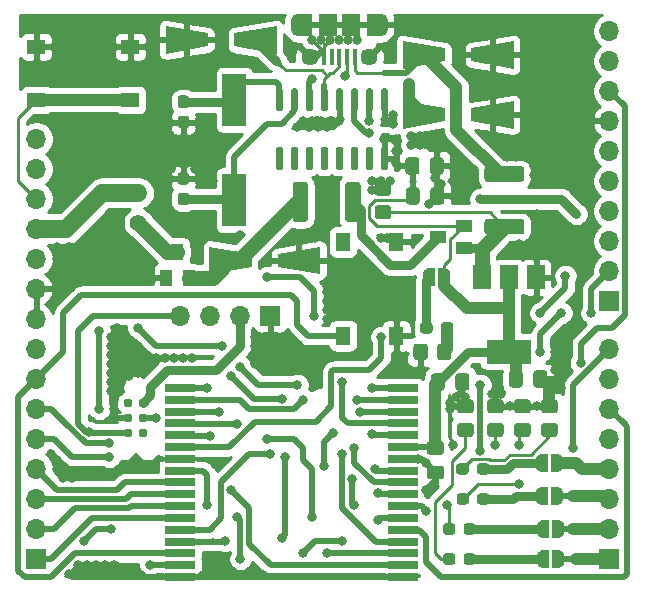
<source format=gbr>
G04 #@! TF.GenerationSoftware,KiCad,Pcbnew,5.1.9*
G04 #@! TF.CreationDate,2021-03-23T19:43:02+01:00*
G04 #@! TF.ProjectId,dwm1001-devboard,64776d31-3030-4312-9d64-6576626f6172,1*
G04 #@! TF.SameCoordinates,Original*
G04 #@! TF.FileFunction,Copper,L1,Top*
G04 #@! TF.FilePolarity,Positive*
%FSLAX46Y46*%
G04 Gerber Fmt 4.6, Leading zero omitted, Abs format (unit mm)*
G04 Created by KiCad (PCBNEW 5.1.9) date 2021-03-23 19:43:02*
%MOMM*%
%LPD*%
G01*
G04 APERTURE LIST*
G04 #@! TA.AperFunction,SMDPad,CuDef*
%ADD10R,2.000000X4.500000*%
G04 #@! TD*
G04 #@! TA.AperFunction,SMDPad,CuDef*
%ADD11R,1.500000X1.900000*%
G04 #@! TD*
G04 #@! TA.AperFunction,ComponentPad*
%ADD12C,1.450000*%
G04 #@! TD*
G04 #@! TA.AperFunction,SMDPad,CuDef*
%ADD13R,0.400000X1.350000*%
G04 #@! TD*
G04 #@! TA.AperFunction,ComponentPad*
%ADD14O,1.200000X1.900000*%
G04 #@! TD*
G04 #@! TA.AperFunction,SMDPad,CuDef*
%ADD15R,1.200000X1.900000*%
G04 #@! TD*
G04 #@! TA.AperFunction,SMDPad,CuDef*
%ADD16R,1.300000X1.550000*%
G04 #@! TD*
G04 #@! TA.AperFunction,SMDPad,CuDef*
%ADD17R,1.550000X1.300000*%
G04 #@! TD*
G04 #@! TA.AperFunction,ComponentPad*
%ADD18O,1.700000X1.700000*%
G04 #@! TD*
G04 #@! TA.AperFunction,ComponentPad*
%ADD19R,1.700000X1.700000*%
G04 #@! TD*
G04 #@! TA.AperFunction,SMDPad,CuDef*
%ADD20R,1.500000X2.000000*%
G04 #@! TD*
G04 #@! TA.AperFunction,SMDPad,CuDef*
%ADD21R,3.800000X2.000000*%
G04 #@! TD*
G04 #@! TA.AperFunction,SMDPad,CuDef*
%ADD22R,2.540000X0.650000*%
G04 #@! TD*
G04 #@! TA.AperFunction,SMDPad,CuDef*
%ADD23R,1.400000X1.000000*%
G04 #@! TD*
G04 #@! TA.AperFunction,SMDPad,CuDef*
%ADD24R,1.000000X1.400000*%
G04 #@! TD*
G04 #@! TA.AperFunction,SMDPad,CuDef*
%ADD25C,0.100000*%
G04 #@! TD*
G04 #@! TA.AperFunction,ComponentPad*
%ADD26C,1.400000*%
G04 #@! TD*
G04 #@! TA.AperFunction,ConnectorPad*
%ADD27C,0.787400*%
G04 #@! TD*
G04 #@! TA.AperFunction,ViaPad*
%ADD28C,0.800000*%
G04 #@! TD*
G04 #@! TA.AperFunction,Conductor*
%ADD29C,0.508000*%
G04 #@! TD*
G04 #@! TA.AperFunction,Conductor*
%ADD30C,1.016000*%
G04 #@! TD*
G04 #@! TA.AperFunction,Conductor*
%ADD31C,0.762000*%
G04 #@! TD*
G04 #@! TA.AperFunction,Conductor*
%ADD32C,0.254000*%
G04 #@! TD*
G04 #@! TA.AperFunction,Conductor*
%ADD33C,0.250000*%
G04 #@! TD*
G04 #@! TA.AperFunction,Conductor*
%ADD34C,1.270000*%
G04 #@! TD*
G04 #@! TA.AperFunction,Conductor*
%ADD35C,1.524000*%
G04 #@! TD*
G04 #@! TA.AperFunction,Conductor*
%ADD36C,0.100000*%
G04 #@! TD*
G04 APERTURE END LIST*
G04 #@! TA.AperFunction,SMDPad,CuDef*
G36*
G01*
X152574500Y-95471000D02*
X152574500Y-94521000D01*
G75*
G02*
X152824500Y-94271000I250000J0D01*
G01*
X153499500Y-94271000D01*
G75*
G02*
X153749500Y-94521000I0J-250000D01*
G01*
X153749500Y-95471000D01*
G75*
G02*
X153499500Y-95721000I-250000J0D01*
G01*
X152824500Y-95721000D01*
G75*
G02*
X152574500Y-95471000I0J250000D01*
G01*
G37*
G04 #@! TD.AperFunction*
G04 #@! TA.AperFunction,SMDPad,CuDef*
G36*
G01*
X150499500Y-95471000D02*
X150499500Y-94521000D01*
G75*
G02*
X150749500Y-94271000I250000J0D01*
G01*
X151424500Y-94271000D01*
G75*
G02*
X151674500Y-94521000I0J-250000D01*
G01*
X151674500Y-95471000D01*
G75*
G02*
X151424500Y-95721000I-250000J0D01*
G01*
X150749500Y-95721000D01*
G75*
G02*
X150499500Y-95471000I0J250000D01*
G01*
G37*
G04 #@! TD.AperFunction*
D10*
X127254000Y-79874000D03*
X127254000Y-71374000D03*
G04 #@! TA.AperFunction,SMDPad,CuDef*
G36*
G01*
X139804000Y-75349000D02*
X140104000Y-75349000D01*
G75*
G02*
X140254000Y-75499000I0J-150000D01*
G01*
X140254000Y-77149000D01*
G75*
G02*
X140104000Y-77299000I-150000J0D01*
G01*
X139804000Y-77299000D01*
G75*
G02*
X139654000Y-77149000I0J150000D01*
G01*
X139654000Y-75499000D01*
G75*
G02*
X139804000Y-75349000I150000J0D01*
G01*
G37*
G04 #@! TD.AperFunction*
G04 #@! TA.AperFunction,SMDPad,CuDef*
G36*
G01*
X138534000Y-75349000D02*
X138834000Y-75349000D01*
G75*
G02*
X138984000Y-75499000I0J-150000D01*
G01*
X138984000Y-77149000D01*
G75*
G02*
X138834000Y-77299000I-150000J0D01*
G01*
X138534000Y-77299000D01*
G75*
G02*
X138384000Y-77149000I0J150000D01*
G01*
X138384000Y-75499000D01*
G75*
G02*
X138534000Y-75349000I150000J0D01*
G01*
G37*
G04 #@! TD.AperFunction*
G04 #@! TA.AperFunction,SMDPad,CuDef*
G36*
G01*
X137264000Y-75349000D02*
X137564000Y-75349000D01*
G75*
G02*
X137714000Y-75499000I0J-150000D01*
G01*
X137714000Y-77149000D01*
G75*
G02*
X137564000Y-77299000I-150000J0D01*
G01*
X137264000Y-77299000D01*
G75*
G02*
X137114000Y-77149000I0J150000D01*
G01*
X137114000Y-75499000D01*
G75*
G02*
X137264000Y-75349000I150000J0D01*
G01*
G37*
G04 #@! TD.AperFunction*
G04 #@! TA.AperFunction,SMDPad,CuDef*
G36*
G01*
X135994000Y-75349000D02*
X136294000Y-75349000D01*
G75*
G02*
X136444000Y-75499000I0J-150000D01*
G01*
X136444000Y-77149000D01*
G75*
G02*
X136294000Y-77299000I-150000J0D01*
G01*
X135994000Y-77299000D01*
G75*
G02*
X135844000Y-77149000I0J150000D01*
G01*
X135844000Y-75499000D01*
G75*
G02*
X135994000Y-75349000I150000J0D01*
G01*
G37*
G04 #@! TD.AperFunction*
G04 #@! TA.AperFunction,SMDPad,CuDef*
G36*
G01*
X134724000Y-75349000D02*
X135024000Y-75349000D01*
G75*
G02*
X135174000Y-75499000I0J-150000D01*
G01*
X135174000Y-77149000D01*
G75*
G02*
X135024000Y-77299000I-150000J0D01*
G01*
X134724000Y-77299000D01*
G75*
G02*
X134574000Y-77149000I0J150000D01*
G01*
X134574000Y-75499000D01*
G75*
G02*
X134724000Y-75349000I150000J0D01*
G01*
G37*
G04 #@! TD.AperFunction*
G04 #@! TA.AperFunction,SMDPad,CuDef*
G36*
G01*
X133454000Y-75349000D02*
X133754000Y-75349000D01*
G75*
G02*
X133904000Y-75499000I0J-150000D01*
G01*
X133904000Y-77149000D01*
G75*
G02*
X133754000Y-77299000I-150000J0D01*
G01*
X133454000Y-77299000D01*
G75*
G02*
X133304000Y-77149000I0J150000D01*
G01*
X133304000Y-75499000D01*
G75*
G02*
X133454000Y-75349000I150000J0D01*
G01*
G37*
G04 #@! TD.AperFunction*
G04 #@! TA.AperFunction,SMDPad,CuDef*
G36*
G01*
X132184000Y-75349000D02*
X132484000Y-75349000D01*
G75*
G02*
X132634000Y-75499000I0J-150000D01*
G01*
X132634000Y-77149000D01*
G75*
G02*
X132484000Y-77299000I-150000J0D01*
G01*
X132184000Y-77299000D01*
G75*
G02*
X132034000Y-77149000I0J150000D01*
G01*
X132034000Y-75499000D01*
G75*
G02*
X132184000Y-75349000I150000J0D01*
G01*
G37*
G04 #@! TD.AperFunction*
G04 #@! TA.AperFunction,SMDPad,CuDef*
G36*
G01*
X130914000Y-75349000D02*
X131214000Y-75349000D01*
G75*
G02*
X131364000Y-75499000I0J-150000D01*
G01*
X131364000Y-77149000D01*
G75*
G02*
X131214000Y-77299000I-150000J0D01*
G01*
X130914000Y-77299000D01*
G75*
G02*
X130764000Y-77149000I0J150000D01*
G01*
X130764000Y-75499000D01*
G75*
G02*
X130914000Y-75349000I150000J0D01*
G01*
G37*
G04 #@! TD.AperFunction*
G04 #@! TA.AperFunction,SMDPad,CuDef*
G36*
G01*
X130914000Y-70399000D02*
X131214000Y-70399000D01*
G75*
G02*
X131364000Y-70549000I0J-150000D01*
G01*
X131364000Y-72199000D01*
G75*
G02*
X131214000Y-72349000I-150000J0D01*
G01*
X130914000Y-72349000D01*
G75*
G02*
X130764000Y-72199000I0J150000D01*
G01*
X130764000Y-70549000D01*
G75*
G02*
X130914000Y-70399000I150000J0D01*
G01*
G37*
G04 #@! TD.AperFunction*
G04 #@! TA.AperFunction,SMDPad,CuDef*
G36*
G01*
X132184000Y-70399000D02*
X132484000Y-70399000D01*
G75*
G02*
X132634000Y-70549000I0J-150000D01*
G01*
X132634000Y-72199000D01*
G75*
G02*
X132484000Y-72349000I-150000J0D01*
G01*
X132184000Y-72349000D01*
G75*
G02*
X132034000Y-72199000I0J150000D01*
G01*
X132034000Y-70549000D01*
G75*
G02*
X132184000Y-70399000I150000J0D01*
G01*
G37*
G04 #@! TD.AperFunction*
G04 #@! TA.AperFunction,SMDPad,CuDef*
G36*
G01*
X133454000Y-70399000D02*
X133754000Y-70399000D01*
G75*
G02*
X133904000Y-70549000I0J-150000D01*
G01*
X133904000Y-72199000D01*
G75*
G02*
X133754000Y-72349000I-150000J0D01*
G01*
X133454000Y-72349000D01*
G75*
G02*
X133304000Y-72199000I0J150000D01*
G01*
X133304000Y-70549000D01*
G75*
G02*
X133454000Y-70399000I150000J0D01*
G01*
G37*
G04 #@! TD.AperFunction*
G04 #@! TA.AperFunction,SMDPad,CuDef*
G36*
G01*
X134724000Y-70399000D02*
X135024000Y-70399000D01*
G75*
G02*
X135174000Y-70549000I0J-150000D01*
G01*
X135174000Y-72199000D01*
G75*
G02*
X135024000Y-72349000I-150000J0D01*
G01*
X134724000Y-72349000D01*
G75*
G02*
X134574000Y-72199000I0J150000D01*
G01*
X134574000Y-70549000D01*
G75*
G02*
X134724000Y-70399000I150000J0D01*
G01*
G37*
G04 #@! TD.AperFunction*
G04 #@! TA.AperFunction,SMDPad,CuDef*
G36*
G01*
X135994000Y-70399000D02*
X136294000Y-70399000D01*
G75*
G02*
X136444000Y-70549000I0J-150000D01*
G01*
X136444000Y-72199000D01*
G75*
G02*
X136294000Y-72349000I-150000J0D01*
G01*
X135994000Y-72349000D01*
G75*
G02*
X135844000Y-72199000I0J150000D01*
G01*
X135844000Y-70549000D01*
G75*
G02*
X135994000Y-70399000I150000J0D01*
G01*
G37*
G04 #@! TD.AperFunction*
G04 #@! TA.AperFunction,SMDPad,CuDef*
G36*
G01*
X137264000Y-70399000D02*
X137564000Y-70399000D01*
G75*
G02*
X137714000Y-70549000I0J-150000D01*
G01*
X137714000Y-72199000D01*
G75*
G02*
X137564000Y-72349000I-150000J0D01*
G01*
X137264000Y-72349000D01*
G75*
G02*
X137114000Y-72199000I0J150000D01*
G01*
X137114000Y-70549000D01*
G75*
G02*
X137264000Y-70399000I150000J0D01*
G01*
G37*
G04 #@! TD.AperFunction*
G04 #@! TA.AperFunction,SMDPad,CuDef*
G36*
G01*
X138534000Y-70399000D02*
X138834000Y-70399000D01*
G75*
G02*
X138984000Y-70549000I0J-150000D01*
G01*
X138984000Y-72199000D01*
G75*
G02*
X138834000Y-72349000I-150000J0D01*
G01*
X138534000Y-72349000D01*
G75*
G02*
X138384000Y-72199000I0J150000D01*
G01*
X138384000Y-70549000D01*
G75*
G02*
X138534000Y-70399000I150000J0D01*
G01*
G37*
G04 #@! TD.AperFunction*
G04 #@! TA.AperFunction,SMDPad,CuDef*
G36*
G01*
X139804000Y-70399000D02*
X140104000Y-70399000D01*
G75*
G02*
X140254000Y-70549000I0J-150000D01*
G01*
X140254000Y-72199000D01*
G75*
G02*
X140104000Y-72349000I-150000J0D01*
G01*
X139804000Y-72349000D01*
G75*
G02*
X139654000Y-72199000I0J150000D01*
G01*
X139654000Y-70549000D01*
G75*
G02*
X139804000Y-70399000I150000J0D01*
G01*
G37*
G04 #@! TD.AperFunction*
D11*
X135144000Y-65024000D03*
D12*
X138644000Y-67724000D03*
D13*
X136794000Y-67724000D03*
X137444000Y-67724000D03*
X134844000Y-67724000D03*
X135494000Y-67724000D03*
X136144000Y-67724000D03*
D12*
X133644000Y-67724000D03*
D11*
X137144000Y-65024000D03*
D14*
X139644000Y-65024000D03*
X132644000Y-65024000D03*
D15*
X133244000Y-65024000D03*
X139044000Y-65024000D03*
D16*
X136470000Y-91351000D03*
X140970000Y-91351000D03*
X140970000Y-83401000D03*
X136470000Y-83401000D03*
D17*
X118440000Y-71374000D03*
X118440000Y-66874000D03*
X110490000Y-66874000D03*
X110490000Y-71374000D03*
G04 #@! TA.AperFunction,SMDPad,CuDef*
G36*
G01*
X143618000Y-92259999D02*
X143618000Y-93160001D01*
G75*
G02*
X143368001Y-93410000I-249999J0D01*
G01*
X142667999Y-93410000D01*
G75*
G02*
X142418000Y-93160001I0J249999D01*
G01*
X142418000Y-92259999D01*
G75*
G02*
X142667999Y-92010000I249999J0D01*
G01*
X143368001Y-92010000D01*
G75*
G02*
X143618000Y-92259999I0J-249999D01*
G01*
G37*
G04 #@! TD.AperFunction*
G04 #@! TA.AperFunction,SMDPad,CuDef*
G36*
G01*
X145618000Y-92259999D02*
X145618000Y-93160001D01*
G75*
G02*
X145368001Y-93410000I-249999J0D01*
G01*
X144667999Y-93410000D01*
G75*
G02*
X144418000Y-93160001I0J249999D01*
G01*
X144418000Y-92259999D01*
G75*
G02*
X144667999Y-92010000I249999J0D01*
G01*
X145368001Y-92010000D01*
G75*
G02*
X145618000Y-92259999I0J-249999D01*
G01*
G37*
G04 #@! TD.AperFunction*
G04 #@! TA.AperFunction,SMDPad,CuDef*
G36*
G01*
X153473999Y-98714000D02*
X154374001Y-98714000D01*
G75*
G02*
X154624000Y-98963999I0J-249999D01*
G01*
X154624000Y-99664001D01*
G75*
G02*
X154374001Y-99914000I-249999J0D01*
G01*
X153473999Y-99914000D01*
G75*
G02*
X153224000Y-99664001I0J249999D01*
G01*
X153224000Y-98963999D01*
G75*
G02*
X153473999Y-98714000I249999J0D01*
G01*
G37*
G04 #@! TD.AperFunction*
G04 #@! TA.AperFunction,SMDPad,CuDef*
G36*
G01*
X153473999Y-96714000D02*
X154374001Y-96714000D01*
G75*
G02*
X154624000Y-96963999I0J-249999D01*
G01*
X154624000Y-97664001D01*
G75*
G02*
X154374001Y-97914000I-249999J0D01*
G01*
X153473999Y-97914000D01*
G75*
G02*
X153224000Y-97664001I0J249999D01*
G01*
X153224000Y-96963999D01*
G75*
G02*
X153473999Y-96714000I249999J0D01*
G01*
G37*
G04 #@! TD.AperFunction*
G04 #@! TA.AperFunction,SMDPad,CuDef*
G36*
G01*
X151187999Y-98714000D02*
X152088001Y-98714000D01*
G75*
G02*
X152338000Y-98963999I0J-249999D01*
G01*
X152338000Y-99664001D01*
G75*
G02*
X152088001Y-99914000I-249999J0D01*
G01*
X151187999Y-99914000D01*
G75*
G02*
X150938000Y-99664001I0J249999D01*
G01*
X150938000Y-98963999D01*
G75*
G02*
X151187999Y-98714000I249999J0D01*
G01*
G37*
G04 #@! TD.AperFunction*
G04 #@! TA.AperFunction,SMDPad,CuDef*
G36*
G01*
X151187999Y-96714000D02*
X152088001Y-96714000D01*
G75*
G02*
X152338000Y-96963999I0J-249999D01*
G01*
X152338000Y-97664001D01*
G75*
G02*
X152088001Y-97914000I-249999J0D01*
G01*
X151187999Y-97914000D01*
G75*
G02*
X150938000Y-97664001I0J249999D01*
G01*
X150938000Y-96963999D01*
G75*
G02*
X151187999Y-96714000I249999J0D01*
G01*
G37*
G04 #@! TD.AperFunction*
G04 #@! TA.AperFunction,SMDPad,CuDef*
G36*
G01*
X148901999Y-98714000D02*
X149802001Y-98714000D01*
G75*
G02*
X150052000Y-98963999I0J-249999D01*
G01*
X150052000Y-99664001D01*
G75*
G02*
X149802001Y-99914000I-249999J0D01*
G01*
X148901999Y-99914000D01*
G75*
G02*
X148652000Y-99664001I0J249999D01*
G01*
X148652000Y-98963999D01*
G75*
G02*
X148901999Y-98714000I249999J0D01*
G01*
G37*
G04 #@! TD.AperFunction*
G04 #@! TA.AperFunction,SMDPad,CuDef*
G36*
G01*
X148901999Y-96714000D02*
X149802001Y-96714000D01*
G75*
G02*
X150052000Y-96963999I0J-249999D01*
G01*
X150052000Y-97664001D01*
G75*
G02*
X149802001Y-97914000I-249999J0D01*
G01*
X148901999Y-97914000D01*
G75*
G02*
X148652000Y-97664001I0J249999D01*
G01*
X148652000Y-96963999D01*
G75*
G02*
X148901999Y-96714000I249999J0D01*
G01*
G37*
G04 #@! TD.AperFunction*
G04 #@! TA.AperFunction,SMDPad,CuDef*
G36*
G01*
X146361999Y-98714000D02*
X147262001Y-98714000D01*
G75*
G02*
X147512000Y-98963999I0J-249999D01*
G01*
X147512000Y-99664001D01*
G75*
G02*
X147262001Y-99914000I-249999J0D01*
G01*
X146361999Y-99914000D01*
G75*
G02*
X146112000Y-99664001I0J249999D01*
G01*
X146112000Y-98963999D01*
G75*
G02*
X146361999Y-98714000I249999J0D01*
G01*
G37*
G04 #@! TD.AperFunction*
G04 #@! TA.AperFunction,SMDPad,CuDef*
G36*
G01*
X146361999Y-96714000D02*
X147262001Y-96714000D01*
G75*
G02*
X147512000Y-96963999I0J-249999D01*
G01*
X147512000Y-97664001D01*
G75*
G02*
X147262001Y-97914000I-249999J0D01*
G01*
X146361999Y-97914000D01*
G75*
G02*
X146112000Y-97664001I0J249999D01*
G01*
X146112000Y-96963999D01*
G75*
G02*
X146361999Y-96714000I249999J0D01*
G01*
G37*
G04 #@! TD.AperFunction*
G04 #@! TA.AperFunction,SMDPad,CuDef*
G36*
G01*
X133487000Y-78560000D02*
X133487000Y-81460000D01*
G75*
G02*
X133237000Y-81710000I-250000J0D01*
G01*
X132437000Y-81710000D01*
G75*
G02*
X132187000Y-81460000I0J250000D01*
G01*
X132187000Y-78560000D01*
G75*
G02*
X132437000Y-78310000I250000J0D01*
G01*
X133237000Y-78310000D01*
G75*
G02*
X133487000Y-78560000I0J-250000D01*
G01*
G37*
G04 #@! TD.AperFunction*
G04 #@! TA.AperFunction,SMDPad,CuDef*
G36*
G01*
X137937000Y-78560000D02*
X137937000Y-81460000D01*
G75*
G02*
X137687000Y-81710000I-250000J0D01*
G01*
X136887000Y-81710000D01*
G75*
G02*
X136637000Y-81460000I0J250000D01*
G01*
X136637000Y-78560000D01*
G75*
G02*
X136887000Y-78310000I250000J0D01*
G01*
X137687000Y-78310000D01*
G75*
G02*
X137937000Y-78560000I0J-250000D01*
G01*
G37*
G04 #@! TD.AperFunction*
G04 #@! TA.AperFunction,SMDPad,CuDef*
G36*
G01*
X151564000Y-78308000D02*
X148664000Y-78308000D01*
G75*
G02*
X148414000Y-78058000I0J250000D01*
G01*
X148414000Y-77258000D01*
G75*
G02*
X148664000Y-77008000I250000J0D01*
G01*
X151564000Y-77008000D01*
G75*
G02*
X151814000Y-77258000I0J-250000D01*
G01*
X151814000Y-78058000D01*
G75*
G02*
X151564000Y-78308000I-250000J0D01*
G01*
G37*
G04 #@! TD.AperFunction*
G04 #@! TA.AperFunction,SMDPad,CuDef*
G36*
G01*
X151564000Y-82758000D02*
X148664000Y-82758000D01*
G75*
G02*
X148414000Y-82508000I0J250000D01*
G01*
X148414000Y-81708000D01*
G75*
G02*
X148664000Y-81458000I250000J0D01*
G01*
X151564000Y-81458000D01*
G75*
G02*
X151814000Y-81708000I0J-250000D01*
G01*
X151814000Y-82508000D01*
G75*
G02*
X151564000Y-82758000I-250000J0D01*
G01*
G37*
G04 #@! TD.AperFunction*
D18*
X122682000Y-89662000D03*
X125222000Y-89662000D03*
X127762000Y-89662000D03*
D19*
X130302000Y-89662000D03*
D20*
X152795000Y-86385000D03*
X148195000Y-86385000D03*
X150495000Y-86385000D03*
D21*
X150495000Y-92685000D03*
D22*
X122660000Y-111762000D03*
X122660000Y-110762000D03*
X122660000Y-109762000D03*
X122660000Y-108762000D03*
X122660000Y-107762000D03*
X122660000Y-106762000D03*
X122660000Y-105762000D03*
X122660000Y-104762000D03*
X122660000Y-103762000D03*
X122660000Y-102762000D03*
X122660000Y-101762000D03*
X122660000Y-100762000D03*
X122660000Y-99762000D03*
X122660000Y-98762000D03*
X122660000Y-97762000D03*
X122660000Y-96762000D03*
X122660000Y-95762000D03*
X141500000Y-95762000D03*
X141500000Y-96762000D03*
X141500000Y-97762000D03*
X141500000Y-98762000D03*
X141500000Y-99762000D03*
X141500000Y-100762000D03*
X141500000Y-101762000D03*
X141500000Y-102762000D03*
X141500000Y-103762000D03*
X141500000Y-104762000D03*
X141500000Y-105762000D03*
X141500000Y-106762000D03*
X141500000Y-107762000D03*
X141500000Y-108762000D03*
X141500000Y-109762000D03*
X141500000Y-110762000D03*
X141500000Y-111762000D03*
G04 #@! TA.AperFunction,SMDPad,CuDef*
G36*
G01*
X140277001Y-79483000D02*
X139376999Y-79483000D01*
G75*
G02*
X139127000Y-79233001I0J249999D01*
G01*
X139127000Y-78532999D01*
G75*
G02*
X139376999Y-78283000I249999J0D01*
G01*
X140277001Y-78283000D01*
G75*
G02*
X140527000Y-78532999I0J-249999D01*
G01*
X140527000Y-79233001D01*
G75*
G02*
X140277001Y-79483000I-249999J0D01*
G01*
G37*
G04 #@! TD.AperFunction*
G04 #@! TA.AperFunction,SMDPad,CuDef*
G36*
G01*
X140277001Y-81483000D02*
X139376999Y-81483000D01*
G75*
G02*
X139127000Y-81233001I0J249999D01*
G01*
X139127000Y-80532999D01*
G75*
G02*
X139376999Y-80283000I249999J0D01*
G01*
X140277001Y-80283000D01*
G75*
G02*
X140527000Y-80532999I0J-249999D01*
G01*
X140527000Y-81233001D01*
G75*
G02*
X140277001Y-81483000I-249999J0D01*
G01*
G37*
G04 #@! TD.AperFunction*
D23*
X144485000Y-82992000D03*
X146685000Y-82042000D03*
X146685000Y-83942000D03*
D24*
X121478000Y-86444000D03*
X123378000Y-86444000D03*
X122428000Y-84244000D03*
G04 #@! TA.AperFunction,SMDPad,CuDef*
D25*
G36*
X143734000Y-87109398D02*
G01*
X143709466Y-87109398D01*
X143660635Y-87104588D01*
X143612510Y-87095016D01*
X143565555Y-87080772D01*
X143520222Y-87061995D01*
X143476949Y-87038864D01*
X143436150Y-87011604D01*
X143398221Y-86980476D01*
X143363524Y-86945779D01*
X143332396Y-86907850D01*
X143305136Y-86867051D01*
X143282005Y-86823778D01*
X143263228Y-86778445D01*
X143248984Y-86731490D01*
X143239412Y-86683365D01*
X143234602Y-86634534D01*
X143234602Y-86610000D01*
X143234000Y-86610000D01*
X143234000Y-86110000D01*
X143234602Y-86110000D01*
X143234602Y-86085466D01*
X143239412Y-86036635D01*
X143248984Y-85988510D01*
X143263228Y-85941555D01*
X143282005Y-85896222D01*
X143305136Y-85852949D01*
X143332396Y-85812150D01*
X143363524Y-85774221D01*
X143398221Y-85739524D01*
X143436150Y-85708396D01*
X143476949Y-85681136D01*
X143520222Y-85658005D01*
X143565555Y-85639228D01*
X143612510Y-85624984D01*
X143660635Y-85615412D01*
X143709466Y-85610602D01*
X143734000Y-85610602D01*
X143734000Y-85610000D01*
X144234000Y-85610000D01*
X144234000Y-87110000D01*
X143734000Y-87110000D01*
X143734000Y-87109398D01*
G37*
G04 #@! TD.AperFunction*
G04 #@! TA.AperFunction,SMDPad,CuDef*
G36*
X144534000Y-85610000D02*
G01*
X145034000Y-85610000D01*
X145034000Y-85610602D01*
X145058534Y-85610602D01*
X145107365Y-85615412D01*
X145155490Y-85624984D01*
X145202445Y-85639228D01*
X145247778Y-85658005D01*
X145291051Y-85681136D01*
X145331850Y-85708396D01*
X145369779Y-85739524D01*
X145404476Y-85774221D01*
X145435604Y-85812150D01*
X145462864Y-85852949D01*
X145485995Y-85896222D01*
X145504772Y-85941555D01*
X145519016Y-85988510D01*
X145528588Y-86036635D01*
X145533398Y-86085466D01*
X145533398Y-86110000D01*
X145534000Y-86110000D01*
X145534000Y-86610000D01*
X145533398Y-86610000D01*
X145533398Y-86634534D01*
X145528588Y-86683365D01*
X145519016Y-86731490D01*
X145504772Y-86778445D01*
X145485995Y-86823778D01*
X145462864Y-86867051D01*
X145435604Y-86907850D01*
X145404476Y-86945779D01*
X145369779Y-86980476D01*
X145331850Y-87011604D01*
X145291051Y-87038864D01*
X145247778Y-87061995D01*
X145202445Y-87080772D01*
X145155490Y-87095016D01*
X145107365Y-87104588D01*
X145058534Y-87109398D01*
X145034000Y-87109398D01*
X145034000Y-87110000D01*
X144534000Y-87110000D01*
X144534000Y-85610000D01*
G37*
G04 #@! TD.AperFunction*
G04 #@! TA.AperFunction,SMDPad,CuDef*
G36*
X154574000Y-101358602D02*
G01*
X154598534Y-101358602D01*
X154647365Y-101363412D01*
X154695490Y-101372984D01*
X154742445Y-101387228D01*
X154787778Y-101406005D01*
X154831051Y-101429136D01*
X154871850Y-101456396D01*
X154909779Y-101487524D01*
X154944476Y-101522221D01*
X154975604Y-101560150D01*
X155002864Y-101600949D01*
X155025995Y-101644222D01*
X155044772Y-101689555D01*
X155059016Y-101736510D01*
X155068588Y-101784635D01*
X155073398Y-101833466D01*
X155073398Y-101858000D01*
X155074000Y-101858000D01*
X155074000Y-102358000D01*
X155073398Y-102358000D01*
X155073398Y-102382534D01*
X155068588Y-102431365D01*
X155059016Y-102479490D01*
X155044772Y-102526445D01*
X155025995Y-102571778D01*
X155002864Y-102615051D01*
X154975604Y-102655850D01*
X154944476Y-102693779D01*
X154909779Y-102728476D01*
X154871850Y-102759604D01*
X154831051Y-102786864D01*
X154787778Y-102809995D01*
X154742445Y-102828772D01*
X154695490Y-102843016D01*
X154647365Y-102852588D01*
X154598534Y-102857398D01*
X154574000Y-102857398D01*
X154574000Y-102858000D01*
X154074000Y-102858000D01*
X154074000Y-101358000D01*
X154574000Y-101358000D01*
X154574000Y-101358602D01*
G37*
G04 #@! TD.AperFunction*
G04 #@! TA.AperFunction,SMDPad,CuDef*
G36*
X153774000Y-102858000D02*
G01*
X153274000Y-102858000D01*
X153274000Y-102857398D01*
X153249466Y-102857398D01*
X153200635Y-102852588D01*
X153152510Y-102843016D01*
X153105555Y-102828772D01*
X153060222Y-102809995D01*
X153016949Y-102786864D01*
X152976150Y-102759604D01*
X152938221Y-102728476D01*
X152903524Y-102693779D01*
X152872396Y-102655850D01*
X152845136Y-102615051D01*
X152822005Y-102571778D01*
X152803228Y-102526445D01*
X152788984Y-102479490D01*
X152779412Y-102431365D01*
X152774602Y-102382534D01*
X152774602Y-102358000D01*
X152774000Y-102358000D01*
X152774000Y-101858000D01*
X152774602Y-101858000D01*
X152774602Y-101833466D01*
X152779412Y-101784635D01*
X152788984Y-101736510D01*
X152803228Y-101689555D01*
X152822005Y-101644222D01*
X152845136Y-101600949D01*
X152872396Y-101560150D01*
X152903524Y-101522221D01*
X152938221Y-101487524D01*
X152976150Y-101456396D01*
X153016949Y-101429136D01*
X153060222Y-101406005D01*
X153105555Y-101387228D01*
X153152510Y-101372984D01*
X153200635Y-101363412D01*
X153249466Y-101358602D01*
X153274000Y-101358602D01*
X153274000Y-101358000D01*
X153774000Y-101358000D01*
X153774000Y-102858000D01*
G37*
G04 #@! TD.AperFunction*
G04 #@! TA.AperFunction,SMDPad,CuDef*
G36*
X154574000Y-104152602D02*
G01*
X154598534Y-104152602D01*
X154647365Y-104157412D01*
X154695490Y-104166984D01*
X154742445Y-104181228D01*
X154787778Y-104200005D01*
X154831051Y-104223136D01*
X154871850Y-104250396D01*
X154909779Y-104281524D01*
X154944476Y-104316221D01*
X154975604Y-104354150D01*
X155002864Y-104394949D01*
X155025995Y-104438222D01*
X155044772Y-104483555D01*
X155059016Y-104530510D01*
X155068588Y-104578635D01*
X155073398Y-104627466D01*
X155073398Y-104652000D01*
X155074000Y-104652000D01*
X155074000Y-105152000D01*
X155073398Y-105152000D01*
X155073398Y-105176534D01*
X155068588Y-105225365D01*
X155059016Y-105273490D01*
X155044772Y-105320445D01*
X155025995Y-105365778D01*
X155002864Y-105409051D01*
X154975604Y-105449850D01*
X154944476Y-105487779D01*
X154909779Y-105522476D01*
X154871850Y-105553604D01*
X154831051Y-105580864D01*
X154787778Y-105603995D01*
X154742445Y-105622772D01*
X154695490Y-105637016D01*
X154647365Y-105646588D01*
X154598534Y-105651398D01*
X154574000Y-105651398D01*
X154574000Y-105652000D01*
X154074000Y-105652000D01*
X154074000Y-104152000D01*
X154574000Y-104152000D01*
X154574000Y-104152602D01*
G37*
G04 #@! TD.AperFunction*
G04 #@! TA.AperFunction,SMDPad,CuDef*
G36*
X153774000Y-105652000D02*
G01*
X153274000Y-105652000D01*
X153274000Y-105651398D01*
X153249466Y-105651398D01*
X153200635Y-105646588D01*
X153152510Y-105637016D01*
X153105555Y-105622772D01*
X153060222Y-105603995D01*
X153016949Y-105580864D01*
X152976150Y-105553604D01*
X152938221Y-105522476D01*
X152903524Y-105487779D01*
X152872396Y-105449850D01*
X152845136Y-105409051D01*
X152822005Y-105365778D01*
X152803228Y-105320445D01*
X152788984Y-105273490D01*
X152779412Y-105225365D01*
X152774602Y-105176534D01*
X152774602Y-105152000D01*
X152774000Y-105152000D01*
X152774000Y-104652000D01*
X152774602Y-104652000D01*
X152774602Y-104627466D01*
X152779412Y-104578635D01*
X152788984Y-104530510D01*
X152803228Y-104483555D01*
X152822005Y-104438222D01*
X152845136Y-104394949D01*
X152872396Y-104354150D01*
X152903524Y-104316221D01*
X152938221Y-104281524D01*
X152976150Y-104250396D01*
X153016949Y-104223136D01*
X153060222Y-104200005D01*
X153105555Y-104181228D01*
X153152510Y-104166984D01*
X153200635Y-104157412D01*
X153249466Y-104152602D01*
X153274000Y-104152602D01*
X153274000Y-104152000D01*
X153774000Y-104152000D01*
X153774000Y-105652000D01*
G37*
G04 #@! TD.AperFunction*
G04 #@! TA.AperFunction,SMDPad,CuDef*
G36*
X154686000Y-106946602D02*
G01*
X154710534Y-106946602D01*
X154759365Y-106951412D01*
X154807490Y-106960984D01*
X154854445Y-106975228D01*
X154899778Y-106994005D01*
X154943051Y-107017136D01*
X154983850Y-107044396D01*
X155021779Y-107075524D01*
X155056476Y-107110221D01*
X155087604Y-107148150D01*
X155114864Y-107188949D01*
X155137995Y-107232222D01*
X155156772Y-107277555D01*
X155171016Y-107324510D01*
X155180588Y-107372635D01*
X155185398Y-107421466D01*
X155185398Y-107446000D01*
X155186000Y-107446000D01*
X155186000Y-107946000D01*
X155185398Y-107946000D01*
X155185398Y-107970534D01*
X155180588Y-108019365D01*
X155171016Y-108067490D01*
X155156772Y-108114445D01*
X155137995Y-108159778D01*
X155114864Y-108203051D01*
X155087604Y-108243850D01*
X155056476Y-108281779D01*
X155021779Y-108316476D01*
X154983850Y-108347604D01*
X154943051Y-108374864D01*
X154899778Y-108397995D01*
X154854445Y-108416772D01*
X154807490Y-108431016D01*
X154759365Y-108440588D01*
X154710534Y-108445398D01*
X154686000Y-108445398D01*
X154686000Y-108446000D01*
X154186000Y-108446000D01*
X154186000Y-106946000D01*
X154686000Y-106946000D01*
X154686000Y-106946602D01*
G37*
G04 #@! TD.AperFunction*
G04 #@! TA.AperFunction,SMDPad,CuDef*
G36*
X153886000Y-108446000D02*
G01*
X153386000Y-108446000D01*
X153386000Y-108445398D01*
X153361466Y-108445398D01*
X153312635Y-108440588D01*
X153264510Y-108431016D01*
X153217555Y-108416772D01*
X153172222Y-108397995D01*
X153128949Y-108374864D01*
X153088150Y-108347604D01*
X153050221Y-108316476D01*
X153015524Y-108281779D01*
X152984396Y-108243850D01*
X152957136Y-108203051D01*
X152934005Y-108159778D01*
X152915228Y-108114445D01*
X152900984Y-108067490D01*
X152891412Y-108019365D01*
X152886602Y-107970534D01*
X152886602Y-107946000D01*
X152886000Y-107946000D01*
X152886000Y-107446000D01*
X152886602Y-107446000D01*
X152886602Y-107421466D01*
X152891412Y-107372635D01*
X152900984Y-107324510D01*
X152915228Y-107277555D01*
X152934005Y-107232222D01*
X152957136Y-107188949D01*
X152984396Y-107148150D01*
X153015524Y-107110221D01*
X153050221Y-107075524D01*
X153088150Y-107044396D01*
X153128949Y-107017136D01*
X153172222Y-106994005D01*
X153217555Y-106975228D01*
X153264510Y-106960984D01*
X153312635Y-106951412D01*
X153361466Y-106946602D01*
X153386000Y-106946602D01*
X153386000Y-106946000D01*
X153886000Y-106946000D01*
X153886000Y-108446000D01*
G37*
G04 #@! TD.AperFunction*
G04 #@! TA.AperFunction,SMDPad,CuDef*
G36*
X154686000Y-109486602D02*
G01*
X154710534Y-109486602D01*
X154759365Y-109491412D01*
X154807490Y-109500984D01*
X154854445Y-109515228D01*
X154899778Y-109534005D01*
X154943051Y-109557136D01*
X154983850Y-109584396D01*
X155021779Y-109615524D01*
X155056476Y-109650221D01*
X155087604Y-109688150D01*
X155114864Y-109728949D01*
X155137995Y-109772222D01*
X155156772Y-109817555D01*
X155171016Y-109864510D01*
X155180588Y-109912635D01*
X155185398Y-109961466D01*
X155185398Y-109986000D01*
X155186000Y-109986000D01*
X155186000Y-110486000D01*
X155185398Y-110486000D01*
X155185398Y-110510534D01*
X155180588Y-110559365D01*
X155171016Y-110607490D01*
X155156772Y-110654445D01*
X155137995Y-110699778D01*
X155114864Y-110743051D01*
X155087604Y-110783850D01*
X155056476Y-110821779D01*
X155021779Y-110856476D01*
X154983850Y-110887604D01*
X154943051Y-110914864D01*
X154899778Y-110937995D01*
X154854445Y-110956772D01*
X154807490Y-110971016D01*
X154759365Y-110980588D01*
X154710534Y-110985398D01*
X154686000Y-110985398D01*
X154686000Y-110986000D01*
X154186000Y-110986000D01*
X154186000Y-109486000D01*
X154686000Y-109486000D01*
X154686000Y-109486602D01*
G37*
G04 #@! TD.AperFunction*
G04 #@! TA.AperFunction,SMDPad,CuDef*
G36*
X153886000Y-110986000D02*
G01*
X153386000Y-110986000D01*
X153386000Y-110985398D01*
X153361466Y-110985398D01*
X153312635Y-110980588D01*
X153264510Y-110971016D01*
X153217555Y-110956772D01*
X153172222Y-110937995D01*
X153128949Y-110914864D01*
X153088150Y-110887604D01*
X153050221Y-110856476D01*
X153015524Y-110821779D01*
X152984396Y-110783850D01*
X152957136Y-110743051D01*
X152934005Y-110699778D01*
X152915228Y-110654445D01*
X152900984Y-110607490D01*
X152891412Y-110559365D01*
X152886602Y-110510534D01*
X152886602Y-110486000D01*
X152886000Y-110486000D01*
X152886000Y-109986000D01*
X152886602Y-109986000D01*
X152886602Y-109961466D01*
X152891412Y-109912635D01*
X152900984Y-109864510D01*
X152915228Y-109817555D01*
X152934005Y-109772222D01*
X152957136Y-109728949D01*
X152984396Y-109688150D01*
X153015524Y-109650221D01*
X153050221Y-109615524D01*
X153088150Y-109584396D01*
X153128949Y-109557136D01*
X153172222Y-109534005D01*
X153217555Y-109515228D01*
X153264510Y-109500984D01*
X153312635Y-109491412D01*
X153361466Y-109486602D01*
X153386000Y-109486602D01*
X153386000Y-109486000D01*
X153886000Y-109486000D01*
X153886000Y-110986000D01*
G37*
G04 #@! TD.AperFunction*
D26*
X119126000Y-81788000D03*
X119126000Y-79248000D03*
D18*
X159004000Y-65536000D03*
X159004000Y-68076000D03*
X159004000Y-70616000D03*
X159004000Y-73156000D03*
X159004000Y-75696000D03*
X159004000Y-78236000D03*
X159004000Y-80776000D03*
X159004000Y-83316000D03*
X159004000Y-85856000D03*
D19*
X159004000Y-88396000D03*
X158990000Y-110236000D03*
D18*
X158990000Y-107696000D03*
X158990000Y-105156000D03*
X158990000Y-102616000D03*
X158990000Y-100076000D03*
X158990000Y-97536000D03*
X158990000Y-94996000D03*
X158990000Y-92456000D03*
D27*
X119507000Y-99568000D03*
X118237000Y-99568000D03*
X119507000Y-98298000D03*
X118237000Y-98298000D03*
X119507000Y-97028000D03*
X118237000Y-97028000D03*
D18*
X110490000Y-74676000D03*
X110490000Y-77216000D03*
X110490000Y-79756000D03*
X110490000Y-82296000D03*
X110490000Y-84836000D03*
X110490000Y-87376000D03*
X110490000Y-89916000D03*
X110490000Y-92456000D03*
X110490000Y-94996000D03*
X110490000Y-97536000D03*
X110490000Y-100076000D03*
X110490000Y-102616000D03*
X110490000Y-105156000D03*
X110490000Y-107696000D03*
D19*
X110490000Y-110236000D03*
G04 #@! TA.AperFunction,SMDPad,CuDef*
G36*
G01*
X144035000Y-90440500D02*
X144035000Y-90915500D01*
G75*
G02*
X143797500Y-91153000I-237500J0D01*
G01*
X143222500Y-91153000D01*
G75*
G02*
X142985000Y-90915500I0J237500D01*
G01*
X142985000Y-90440500D01*
G75*
G02*
X143222500Y-90203000I237500J0D01*
G01*
X143797500Y-90203000D01*
G75*
G02*
X144035000Y-90440500I0J-237500D01*
G01*
G37*
G04 #@! TD.AperFunction*
G04 #@! TA.AperFunction,SMDPad,CuDef*
G36*
G01*
X145785000Y-90440500D02*
X145785000Y-90915500D01*
G75*
G02*
X145547500Y-91153000I-237500J0D01*
G01*
X144972500Y-91153000D01*
G75*
G02*
X144735000Y-90915500I0J237500D01*
G01*
X144735000Y-90440500D01*
G75*
G02*
X144972500Y-90203000I237500J0D01*
G01*
X145547500Y-90203000D01*
G75*
G02*
X145785000Y-90440500I0J-237500D01*
G01*
G37*
G04 #@! TD.AperFunction*
G04 #@! TA.AperFunction,SMDPad,CuDef*
G36*
G01*
X147783000Y-102853500D02*
X147783000Y-102378500D01*
G75*
G02*
X148020500Y-102141000I237500J0D01*
G01*
X148595500Y-102141000D01*
G75*
G02*
X148833000Y-102378500I0J-237500D01*
G01*
X148833000Y-102853500D01*
G75*
G02*
X148595500Y-103091000I-237500J0D01*
G01*
X148020500Y-103091000D01*
G75*
G02*
X147783000Y-102853500I0J237500D01*
G01*
G37*
G04 #@! TD.AperFunction*
G04 #@! TA.AperFunction,SMDPad,CuDef*
G36*
G01*
X146033000Y-102853500D02*
X146033000Y-102378500D01*
G75*
G02*
X146270500Y-102141000I237500J0D01*
G01*
X146845500Y-102141000D01*
G75*
G02*
X147083000Y-102378500I0J-237500D01*
G01*
X147083000Y-102853500D01*
G75*
G02*
X146845500Y-103091000I-237500J0D01*
G01*
X146270500Y-103091000D01*
G75*
G02*
X146033000Y-102853500I0J237500D01*
G01*
G37*
G04 #@! TD.AperFunction*
G04 #@! TA.AperFunction,SMDPad,CuDef*
G36*
G01*
X147811000Y-105393500D02*
X147811000Y-104918500D01*
G75*
G02*
X148048500Y-104681000I237500J0D01*
G01*
X148623500Y-104681000D01*
G75*
G02*
X148861000Y-104918500I0J-237500D01*
G01*
X148861000Y-105393500D01*
G75*
G02*
X148623500Y-105631000I-237500J0D01*
G01*
X148048500Y-105631000D01*
G75*
G02*
X147811000Y-105393500I0J237500D01*
G01*
G37*
G04 #@! TD.AperFunction*
G04 #@! TA.AperFunction,SMDPad,CuDef*
G36*
G01*
X146061000Y-105393500D02*
X146061000Y-104918500D01*
G75*
G02*
X146298500Y-104681000I237500J0D01*
G01*
X146873500Y-104681000D01*
G75*
G02*
X147111000Y-104918500I0J-237500D01*
G01*
X147111000Y-105393500D01*
G75*
G02*
X146873500Y-105631000I-237500J0D01*
G01*
X146298500Y-105631000D01*
G75*
G02*
X146061000Y-105393500I0J237500D01*
G01*
G37*
G04 #@! TD.AperFunction*
G04 #@! TA.AperFunction,SMDPad,CuDef*
G36*
G01*
X146654000Y-107933500D02*
X146654000Y-107458500D01*
G75*
G02*
X146891500Y-107221000I237500J0D01*
G01*
X147466500Y-107221000D01*
G75*
G02*
X147704000Y-107458500I0J-237500D01*
G01*
X147704000Y-107933500D01*
G75*
G02*
X147466500Y-108171000I-237500J0D01*
G01*
X146891500Y-108171000D01*
G75*
G02*
X146654000Y-107933500I0J237500D01*
G01*
G37*
G04 #@! TD.AperFunction*
G04 #@! TA.AperFunction,SMDPad,CuDef*
G36*
G01*
X144904000Y-107933500D02*
X144904000Y-107458500D01*
G75*
G02*
X145141500Y-107221000I237500J0D01*
G01*
X145716500Y-107221000D01*
G75*
G02*
X145954000Y-107458500I0J-237500D01*
G01*
X145954000Y-107933500D01*
G75*
G02*
X145716500Y-108171000I-237500J0D01*
G01*
X145141500Y-108171000D01*
G75*
G02*
X144904000Y-107933500I0J237500D01*
G01*
G37*
G04 #@! TD.AperFunction*
G04 #@! TA.AperFunction,SMDPad,CuDef*
G36*
G01*
X146654000Y-110473500D02*
X146654000Y-109998500D01*
G75*
G02*
X146891500Y-109761000I237500J0D01*
G01*
X147466500Y-109761000D01*
G75*
G02*
X147704000Y-109998500I0J-237500D01*
G01*
X147704000Y-110473500D01*
G75*
G02*
X147466500Y-110711000I-237500J0D01*
G01*
X146891500Y-110711000D01*
G75*
G02*
X146654000Y-110473500I0J237500D01*
G01*
G37*
G04 #@! TD.AperFunction*
G04 #@! TA.AperFunction,SMDPad,CuDef*
G36*
G01*
X144904000Y-110473500D02*
X144904000Y-109998500D01*
G75*
G02*
X145141500Y-109761000I237500J0D01*
G01*
X145716500Y-109761000D01*
G75*
G02*
X145954000Y-109998500I0J-237500D01*
G01*
X145954000Y-110473500D01*
G75*
G02*
X145716500Y-110711000I-237500J0D01*
G01*
X145141500Y-110711000D01*
G75*
G02*
X144904000Y-110473500I0J237500D01*
G01*
G37*
G04 #@! TD.AperFunction*
G04 #@! TA.AperFunction,SMDPad,CuDef*
D25*
G36*
X125115000Y-86113000D02*
G01*
X125115000Y-83813000D01*
X128715000Y-84413000D01*
X128715000Y-85513000D01*
X125115000Y-86113000D01*
G37*
G04 #@! TD.AperFunction*
G04 #@! TA.AperFunction,SMDPad,CuDef*
G36*
X134515000Y-83813000D02*
G01*
X134515000Y-86113000D01*
X130915000Y-85513000D01*
X130915000Y-84413000D01*
X134515000Y-83813000D01*
G37*
G04 #@! TD.AperFunction*
G04 #@! TA.AperFunction,SMDPad,CuDef*
G36*
X150898000Y-66414000D02*
G01*
X150898000Y-68714000D01*
X147298000Y-68114000D01*
X147298000Y-67014000D01*
X150898000Y-66414000D01*
G37*
G04 #@! TD.AperFunction*
G04 #@! TA.AperFunction,SMDPad,CuDef*
G36*
X141498000Y-68714000D02*
G01*
X141498000Y-66414000D01*
X145098000Y-67014000D01*
X145098000Y-68114000D01*
X141498000Y-68714000D01*
G37*
G04 #@! TD.AperFunction*
G04 #@! TA.AperFunction,SMDPad,CuDef*
G36*
X121432000Y-67444000D02*
G01*
X121432000Y-65144000D01*
X125032000Y-65744000D01*
X125032000Y-66844000D01*
X121432000Y-67444000D01*
G37*
G04 #@! TD.AperFunction*
G04 #@! TA.AperFunction,SMDPad,CuDef*
G36*
X130832000Y-65144000D02*
G01*
X130832000Y-67444000D01*
X127232000Y-66844000D01*
X127232000Y-65744000D01*
X130832000Y-65144000D01*
G37*
G04 #@! TD.AperFunction*
G04 #@! TA.AperFunction,SMDPad,CuDef*
G36*
X150898000Y-71494000D02*
G01*
X150898000Y-73794000D01*
X147298000Y-73194000D01*
X147298000Y-72094000D01*
X150898000Y-71494000D01*
G37*
G04 #@! TD.AperFunction*
G04 #@! TA.AperFunction,SMDPad,CuDef*
G36*
X141498000Y-73794000D02*
G01*
X141498000Y-71494000D01*
X145098000Y-72094000D01*
X145098000Y-73194000D01*
X141498000Y-73794000D01*
G37*
G04 #@! TD.AperFunction*
G04 #@! TA.AperFunction,SMDPad,CuDef*
G36*
G01*
X145970500Y-95725000D02*
X145970500Y-94775000D01*
G75*
G02*
X146220500Y-94525000I250000J0D01*
G01*
X146895500Y-94525000D01*
G75*
G02*
X147145500Y-94775000I0J-250000D01*
G01*
X147145500Y-95725000D01*
G75*
G02*
X146895500Y-95975000I-250000J0D01*
G01*
X146220500Y-95975000D01*
G75*
G02*
X145970500Y-95725000I0J250000D01*
G01*
G37*
G04 #@! TD.AperFunction*
G04 #@! TA.AperFunction,SMDPad,CuDef*
G36*
G01*
X143895500Y-95725000D02*
X143895500Y-94775000D01*
G75*
G02*
X144145500Y-94525000I250000J0D01*
G01*
X144820500Y-94525000D01*
G75*
G02*
X145070500Y-94775000I0J-250000D01*
G01*
X145070500Y-95725000D01*
G75*
G02*
X144820500Y-95975000I-250000J0D01*
G01*
X144145500Y-95975000D01*
G75*
G02*
X143895500Y-95725000I0J250000D01*
G01*
G37*
G04 #@! TD.AperFunction*
G04 #@! TA.AperFunction,SMDPad,CuDef*
G36*
G01*
X143797000Y-102325500D02*
X144747000Y-102325500D01*
G75*
G02*
X144997000Y-102575500I0J-250000D01*
G01*
X144997000Y-103250500D01*
G75*
G02*
X144747000Y-103500500I-250000J0D01*
G01*
X143797000Y-103500500D01*
G75*
G02*
X143547000Y-103250500I0J250000D01*
G01*
X143547000Y-102575500D01*
G75*
G02*
X143797000Y-102325500I250000J0D01*
G01*
G37*
G04 #@! TD.AperFunction*
G04 #@! TA.AperFunction,SMDPad,CuDef*
G36*
G01*
X143797000Y-100250500D02*
X144747000Y-100250500D01*
G75*
G02*
X144997000Y-100500500I0J-250000D01*
G01*
X144997000Y-101175500D01*
G75*
G02*
X144747000Y-101425500I-250000J0D01*
G01*
X143797000Y-101425500D01*
G75*
G02*
X143547000Y-101175500I0J250000D01*
G01*
X143547000Y-100500500D01*
G75*
G02*
X143797000Y-100250500I250000J0D01*
G01*
G37*
G04 #@! TD.AperFunction*
G04 #@! TA.AperFunction,SMDPad,CuDef*
G36*
G01*
X143811500Y-77437000D02*
X143811500Y-76487000D01*
G75*
G02*
X144061500Y-76237000I250000J0D01*
G01*
X144736500Y-76237000D01*
G75*
G02*
X144986500Y-76487000I0J-250000D01*
G01*
X144986500Y-77437000D01*
G75*
G02*
X144736500Y-77687000I-250000J0D01*
G01*
X144061500Y-77687000D01*
G75*
G02*
X143811500Y-77437000I0J250000D01*
G01*
G37*
G04 #@! TD.AperFunction*
G04 #@! TA.AperFunction,SMDPad,CuDef*
G36*
G01*
X141736500Y-77437000D02*
X141736500Y-76487000D01*
G75*
G02*
X141986500Y-76237000I250000J0D01*
G01*
X142661500Y-76237000D01*
G75*
G02*
X142911500Y-76487000I0J-250000D01*
G01*
X142911500Y-77437000D01*
G75*
G02*
X142661500Y-77687000I-250000J0D01*
G01*
X141986500Y-77687000D01*
G75*
G02*
X141736500Y-77437000I0J250000D01*
G01*
G37*
G04 #@! TD.AperFunction*
G04 #@! TA.AperFunction,SMDPad,CuDef*
G36*
G01*
X143854500Y-79977000D02*
X143854500Y-79027000D01*
G75*
G02*
X144104500Y-78777000I250000J0D01*
G01*
X144779500Y-78777000D01*
G75*
G02*
X145029500Y-79027000I0J-250000D01*
G01*
X145029500Y-79977000D01*
G75*
G02*
X144779500Y-80227000I-250000J0D01*
G01*
X144104500Y-80227000D01*
G75*
G02*
X143854500Y-79977000I0J250000D01*
G01*
G37*
G04 #@! TD.AperFunction*
G04 #@! TA.AperFunction,SMDPad,CuDef*
G36*
G01*
X141779500Y-79977000D02*
X141779500Y-79027000D01*
G75*
G02*
X142029500Y-78777000I250000J0D01*
G01*
X142704500Y-78777000D01*
G75*
G02*
X142954500Y-79027000I0J-250000D01*
G01*
X142954500Y-79977000D01*
G75*
G02*
X142704500Y-80227000I-250000J0D01*
G01*
X142029500Y-80227000D01*
G75*
G02*
X141779500Y-79977000I0J250000D01*
G01*
G37*
G04 #@! TD.AperFunction*
G04 #@! TA.AperFunction,SMDPad,CuDef*
G36*
G01*
X122698500Y-72715000D02*
X123173500Y-72715000D01*
G75*
G02*
X123411000Y-72952500I0J-237500D01*
G01*
X123411000Y-73552500D01*
G75*
G02*
X123173500Y-73790000I-237500J0D01*
G01*
X122698500Y-73790000D01*
G75*
G02*
X122461000Y-73552500I0J237500D01*
G01*
X122461000Y-72952500D01*
G75*
G02*
X122698500Y-72715000I237500J0D01*
G01*
G37*
G04 #@! TD.AperFunction*
G04 #@! TA.AperFunction,SMDPad,CuDef*
G36*
G01*
X122698500Y-70990000D02*
X123173500Y-70990000D01*
G75*
G02*
X123411000Y-71227500I0J-237500D01*
G01*
X123411000Y-71827500D01*
G75*
G02*
X123173500Y-72065000I-237500J0D01*
G01*
X122698500Y-72065000D01*
G75*
G02*
X122461000Y-71827500I0J237500D01*
G01*
X122461000Y-71227500D01*
G75*
G02*
X122698500Y-70990000I237500J0D01*
G01*
G37*
G04 #@! TD.AperFunction*
G04 #@! TA.AperFunction,SMDPad,CuDef*
G36*
G01*
X123173500Y-78568500D02*
X122698500Y-78568500D01*
G75*
G02*
X122461000Y-78331000I0J237500D01*
G01*
X122461000Y-77731000D01*
G75*
G02*
X122698500Y-77493500I237500J0D01*
G01*
X123173500Y-77493500D01*
G75*
G02*
X123411000Y-77731000I0J-237500D01*
G01*
X123411000Y-78331000D01*
G75*
G02*
X123173500Y-78568500I-237500J0D01*
G01*
G37*
G04 #@! TD.AperFunction*
G04 #@! TA.AperFunction,SMDPad,CuDef*
G36*
G01*
X123173500Y-80293500D02*
X122698500Y-80293500D01*
G75*
G02*
X122461000Y-80056000I0J237500D01*
G01*
X122461000Y-79456000D01*
G75*
G02*
X122698500Y-79218500I237500J0D01*
G01*
X123173500Y-79218500D01*
G75*
G02*
X123411000Y-79456000I0J-237500D01*
G01*
X123411000Y-80056000D01*
G75*
G02*
X123173500Y-80293500I-237500J0D01*
G01*
G37*
G04 #@! TD.AperFunction*
D28*
X140970000Y-76708000D03*
X139954000Y-74676000D03*
X140970000Y-75692000D03*
X140970000Y-74676000D03*
X133096000Y-73152000D03*
X133858000Y-73152000D03*
X132588000Y-73660000D03*
X133604000Y-73660000D03*
X134366000Y-73660000D03*
X134620000Y-73152000D03*
X135128000Y-73660000D03*
X135382000Y-73152000D03*
X136144000Y-73152000D03*
X133858000Y-69596000D03*
X136652000Y-69342000D03*
X142002902Y-69910752D03*
X114911231Y-99464769D03*
X127000000Y-104394000D03*
X116840000Y-107696000D03*
X114554000Y-108712000D03*
X120650000Y-98298000D03*
X133858000Y-106680000D03*
X135128000Y-109728000D03*
X130048000Y-100076000D03*
X131318000Y-96682000D03*
X127000000Y-94742000D03*
X125984000Y-97790000D03*
X138684000Y-74168000D03*
X116678000Y-101600000D03*
X124964000Y-95762000D03*
X116678000Y-100422000D03*
X138684000Y-73152000D03*
X120142000Y-110744000D03*
X115824000Y-97536000D03*
X115824000Y-90932000D03*
X155956000Y-100838000D03*
X139446000Y-106934000D03*
X136398000Y-101346000D03*
X124968000Y-105664000D03*
X137252001Y-103470001D03*
X137414000Y-105664000D03*
X130302000Y-101346000D03*
X131318000Y-108458000D03*
X126492000Y-108712000D03*
X131572000Y-101600000D03*
X155956000Y-104902000D03*
X127508000Y-98806000D03*
X155956000Y-107696000D03*
X133096000Y-109728000D03*
X136398000Y-108712000D03*
X125222000Y-99822000D03*
X156210000Y-110236000D03*
X127762000Y-110236000D03*
X127508000Y-106680000D03*
X130048000Y-86360000D03*
X133096000Y-96774000D03*
X134020000Y-89662000D03*
X139192000Y-102616000D03*
X156615130Y-93623130D03*
X138938000Y-99616000D03*
X137668000Y-96774000D03*
X139446000Y-104648000D03*
X134874000Y-102362000D03*
X135636000Y-99584001D03*
X153162000Y-89408000D03*
X155286000Y-86268000D03*
X156210000Y-81026000D03*
X148082000Y-79756000D03*
X139700000Y-91440000D03*
X148082000Y-95504000D03*
X148082000Y-101086990D03*
X143510000Y-106172000D03*
X153162000Y-92710000D03*
X154940000Y-89408000D03*
X157480000Y-89408000D03*
X138938000Y-95758000D03*
X143510000Y-104394000D03*
X145542000Y-97028000D03*
X145542000Y-97536000D03*
X117094000Y-98298000D03*
X114300000Y-83820000D03*
X114300000Y-84836000D03*
X114300000Y-85852000D03*
X113284000Y-85852000D03*
X112268000Y-85852000D03*
X112268000Y-84836000D03*
X113284000Y-84836000D03*
X113284000Y-83820000D03*
X112268000Y-83820000D03*
X112268000Y-86868000D03*
X112268000Y-87884000D03*
X113284000Y-86868000D03*
X112776000Y-76200000D03*
X113792000Y-76200000D03*
X114808000Y-76200000D03*
X115824000Y-76200000D03*
X116840000Y-76200000D03*
X117856000Y-76200000D03*
X118872000Y-76200000D03*
X119888000Y-76200000D03*
X121412000Y-73406000D03*
X120396000Y-73406000D03*
X120396000Y-72390000D03*
X121412000Y-72390000D03*
X121412000Y-71374000D03*
X120396000Y-71374000D03*
X120396000Y-70358000D03*
X121412000Y-70358000D03*
X120904000Y-76200000D03*
X121920000Y-76200000D03*
X122936000Y-76200000D03*
X123952000Y-76200000D03*
X124968000Y-76200000D03*
X124968000Y-77216000D03*
X123952000Y-77216000D03*
X121920000Y-77216000D03*
X120904000Y-77216000D03*
X119888000Y-77216000D03*
X118872000Y-77216000D03*
X117856000Y-77216000D03*
X116840000Y-77216000D03*
X115824000Y-77216000D03*
X124460000Y-78232000D03*
X125476000Y-78232000D03*
X146050000Y-96520000D03*
X146812000Y-96520000D03*
X149098000Y-96266000D03*
X149860000Y-96266000D03*
X149606000Y-95504000D03*
X117856000Y-111506000D03*
X117094000Y-110744000D03*
X117094000Y-111506000D03*
X116332000Y-110744000D03*
X116332000Y-111506000D03*
X115570000Y-110744000D03*
X115570000Y-111506000D03*
X114808000Y-110744000D03*
X114808000Y-111506000D03*
X114046000Y-110744000D03*
X114046000Y-111506000D03*
X113284000Y-111506000D03*
X118618000Y-111506000D03*
X129032000Y-91440000D03*
X129794000Y-91440000D03*
X130556000Y-91440000D03*
X130556000Y-92202000D03*
X129794000Y-92202000D03*
X129032000Y-92202000D03*
X129032000Y-92964000D03*
X129794000Y-92964000D03*
X129032000Y-93726000D03*
X152908000Y-81026000D03*
X152654000Y-77724000D03*
X142840000Y-101762000D03*
X143488500Y-102129500D03*
X145796000Y-100584000D03*
X140716000Y-72644000D03*
X140716000Y-73406000D03*
X143764000Y-74422000D03*
X143764000Y-75184000D03*
X142240000Y-75184000D03*
X142240000Y-74422000D03*
X143002000Y-74422000D03*
X143002000Y-75184000D03*
X111760000Y-101346000D03*
X112268000Y-101854000D03*
X112268000Y-102616000D03*
X113030000Y-102616000D03*
X112776000Y-103378000D03*
X113538000Y-103378000D03*
X146812000Y-76708000D03*
X146812000Y-77470000D03*
X147574000Y-77470000D03*
X147574000Y-78232000D03*
X146812000Y-78232000D03*
X147066000Y-78994000D03*
X140208000Y-83058000D03*
X139700000Y-83058000D03*
X137922000Y-84836000D03*
X138684000Y-85598000D03*
X137160000Y-85344000D03*
X137922000Y-86106000D03*
X123190000Y-82550000D03*
X122174000Y-82550000D03*
X122682000Y-81788000D03*
X121666000Y-81788000D03*
X122174000Y-81026000D03*
X120904000Y-81280000D03*
X121412000Y-80518000D03*
X138938000Y-78994000D03*
X138938000Y-78232000D03*
X139700000Y-78232000D03*
X140462000Y-78232000D03*
X144272000Y-77978000D03*
X144780000Y-78486000D03*
X143764000Y-80156000D03*
X109474000Y-64516000D03*
X110236000Y-64516000D03*
X110998000Y-64516000D03*
X111760000Y-64516000D03*
X112522000Y-64516000D03*
X113284000Y-64516000D03*
X114046000Y-64516000D03*
X114808000Y-64516000D03*
X115570000Y-64516000D03*
X116332000Y-64516000D03*
X117094000Y-64516000D03*
X117856000Y-64516000D03*
X118618000Y-64516000D03*
X119380000Y-64516000D03*
X120142000Y-64516000D03*
X120142000Y-65278000D03*
X119380000Y-65278000D03*
X118618000Y-65278000D03*
X117856000Y-65278000D03*
X117094000Y-65278000D03*
X116332000Y-65278000D03*
X115570000Y-65278000D03*
X114808000Y-65278000D03*
X114046000Y-65278000D03*
X113284000Y-65278000D03*
X112522000Y-65278000D03*
X111760000Y-65278000D03*
X110998000Y-65278000D03*
X110236000Y-65278000D03*
X109474000Y-65278000D03*
X120396000Y-69342000D03*
X120396000Y-68326000D03*
X120396000Y-67310000D03*
X120396000Y-66294000D03*
X119380000Y-69596000D03*
X119380000Y-68580000D03*
X112268000Y-66294000D03*
X113284000Y-66294000D03*
X114300000Y-66294000D03*
X115316000Y-66294000D03*
X116332000Y-66294000D03*
X112268000Y-67310000D03*
X113284000Y-67310000D03*
X114300000Y-67310000D03*
X115316000Y-67310000D03*
X116332000Y-67310000D03*
X118364000Y-68580000D03*
X117348000Y-68580000D03*
X116332000Y-68580000D03*
X115316000Y-68580000D03*
X114300000Y-68580000D03*
X113284000Y-68580000D03*
X112268000Y-68580000D03*
X111252000Y-68580000D03*
X110236000Y-68580000D03*
X109474000Y-68580000D03*
X109474000Y-69596000D03*
X110236000Y-69596000D03*
X111252000Y-69596000D03*
X112268000Y-69596000D03*
X113284000Y-69596000D03*
X114300000Y-69596000D03*
X115316000Y-69596000D03*
X116332000Y-69596000D03*
X117348000Y-69596000D03*
X118364000Y-69596000D03*
X121412000Y-69342000D03*
X121412000Y-68326000D03*
X122428000Y-68326000D03*
X122428000Y-69342000D03*
X123444000Y-69850000D03*
X123444000Y-68834000D03*
X124460000Y-70104000D03*
X125222000Y-70104000D03*
X124460000Y-69088000D03*
X125222000Y-69088000D03*
X125222000Y-68072000D03*
X124206000Y-68072000D03*
X126238000Y-68072000D03*
X127254000Y-68072000D03*
X128524000Y-68072000D03*
X126238000Y-67056000D03*
X126238000Y-66040000D03*
X126238000Y-65024000D03*
X123190000Y-64516000D03*
X124206000Y-64516000D03*
X125222000Y-64516000D03*
X127254000Y-64516000D03*
X128270000Y-64516000D03*
X129286000Y-64516000D03*
X145796000Y-66040000D03*
X146558000Y-65278000D03*
X147320000Y-64516000D03*
X146558000Y-64516000D03*
X145796000Y-65278000D03*
X145796000Y-64516000D03*
X145034000Y-66040000D03*
X144272000Y-66040000D03*
X142748000Y-65532000D03*
X141732000Y-65532000D03*
X140462000Y-66802000D03*
X140462000Y-67818000D03*
X141732000Y-64516000D03*
X142748000Y-64516000D03*
X145034000Y-65278000D03*
X144272000Y-65278000D03*
X148336000Y-64516000D03*
X145034000Y-64516000D03*
X144272000Y-64516000D03*
X143510000Y-64516000D03*
X143510000Y-65532000D03*
X149098000Y-64516000D03*
X149860000Y-64516000D03*
X150622000Y-64516000D03*
X151384000Y-64516000D03*
X152146000Y-64516000D03*
X152908000Y-64516000D03*
X153670000Y-64516000D03*
X154432000Y-64516000D03*
X155194000Y-64516000D03*
X155956000Y-64516000D03*
X156718000Y-64516000D03*
X157480000Y-64516000D03*
X157226000Y-69342000D03*
X157226000Y-70104000D03*
X157226000Y-70866000D03*
X157226000Y-71628000D03*
X157226000Y-72390000D03*
X157226000Y-73152000D03*
X157226000Y-73914000D03*
X157226000Y-74676000D03*
X157226000Y-75438000D03*
X157226000Y-76200000D03*
X157226000Y-76962000D03*
X156464000Y-76962000D03*
X155702000Y-76962000D03*
X154940000Y-76962000D03*
X154178000Y-76962000D03*
X153416000Y-76962000D03*
X152654000Y-76962000D03*
X152654000Y-76200000D03*
X152654000Y-75438000D03*
X152654000Y-74676000D03*
X152654000Y-73914000D03*
X152654000Y-73152000D03*
X152654000Y-72390000D03*
X152654000Y-71628000D03*
X152654000Y-70866000D03*
X152654000Y-70104000D03*
X152654000Y-69342000D03*
X153416000Y-69342000D03*
X154178000Y-69342000D03*
X154940000Y-69342000D03*
X155702000Y-69342000D03*
X156464000Y-69342000D03*
X154178000Y-70104000D03*
X155702000Y-70104000D03*
X154940000Y-70104000D03*
X156464000Y-70104000D03*
X153416000Y-70104000D03*
X154178000Y-70866000D03*
X155702000Y-70866000D03*
X156464000Y-70866000D03*
X154940000Y-70866000D03*
X153416000Y-70866000D03*
X156464000Y-71628000D03*
X154178000Y-71628000D03*
X153416000Y-71628000D03*
X154940000Y-71628000D03*
X155702000Y-71628000D03*
X153416000Y-72390000D03*
X156464000Y-72390000D03*
X154178000Y-72390000D03*
X154940000Y-72390000D03*
X155702000Y-72390000D03*
X155702000Y-73152000D03*
X154940000Y-73152000D03*
X156464000Y-73152000D03*
X154178000Y-73152000D03*
X153416000Y-73152000D03*
X153416000Y-73914000D03*
X156464000Y-73914000D03*
X155702000Y-73914000D03*
X154940000Y-73914000D03*
X154178000Y-73914000D03*
X154178000Y-74676000D03*
X155702000Y-74676000D03*
X153416000Y-74676000D03*
X156464000Y-74676000D03*
X154940000Y-74676000D03*
X156464000Y-75438000D03*
X153416000Y-75438000D03*
X154178000Y-75438000D03*
X154940000Y-75438000D03*
X155702000Y-75438000D03*
X153416000Y-76200000D03*
X154178000Y-76200000D03*
X156464000Y-76200000D03*
X155702000Y-76200000D03*
X154940000Y-76200000D03*
X151892000Y-70866000D03*
X151892000Y-70104000D03*
X151892000Y-71628000D03*
X151892000Y-69342000D03*
X151892000Y-75438000D03*
X151892000Y-74676000D03*
X151892000Y-73914000D03*
X151892000Y-73152000D03*
X151892000Y-76200000D03*
X151892000Y-72390000D03*
X152654000Y-78486000D03*
X153416000Y-78486000D03*
X153416000Y-77724000D03*
X154178000Y-77724000D03*
X152908000Y-81788000D03*
X152908000Y-82550000D03*
X152908000Y-83312000D03*
X152908000Y-84074000D03*
X152146000Y-83566000D03*
X152146000Y-84328000D03*
X151384000Y-83566000D03*
X151384000Y-84328000D03*
X150622000Y-84328000D03*
X148082000Y-69342000D03*
X148082000Y-70104000D03*
X148082000Y-70866000D03*
X148844000Y-70104000D03*
X149606000Y-70104000D03*
X150368000Y-70104000D03*
X151130000Y-70104000D03*
X148844000Y-69342000D03*
X148844000Y-70866000D03*
X147320000Y-69596000D03*
X151130000Y-74676000D03*
X150368000Y-74676000D03*
X149606000Y-74676000D03*
X148844000Y-74676000D03*
X149606000Y-75438000D03*
X150368000Y-75438000D03*
X151130000Y-75438000D03*
X151130000Y-76200000D03*
X150368000Y-76200000D03*
X154432000Y-92710000D03*
X155194000Y-92710000D03*
X155194000Y-93472000D03*
X154432000Y-93472000D03*
X155194000Y-94234000D03*
X154432000Y-94234000D03*
X154940000Y-94996000D03*
X153924000Y-96012000D03*
X153924000Y-95250000D03*
X154940000Y-95758000D03*
X150622000Y-97282000D03*
X152908000Y-97282000D03*
X117094000Y-97536000D03*
X117094000Y-96774000D03*
X117602000Y-96012000D03*
X116840000Y-96012000D03*
X116840000Y-95250000D03*
X117602000Y-95250000D03*
X116840000Y-94488000D03*
X117602000Y-94488000D03*
X116840000Y-93726000D03*
X117602000Y-93726000D03*
X117602000Y-92964000D03*
X116840000Y-92964000D03*
X116840000Y-92202000D03*
X117602000Y-92202000D03*
X117602000Y-91440000D03*
X116840000Y-91440000D03*
X117348000Y-90678000D03*
X118364000Y-91694000D03*
X118364000Y-92456000D03*
X118364000Y-93218000D03*
X118364000Y-93980000D03*
X118364000Y-94742000D03*
X119126000Y-92202000D03*
X119126000Y-92964000D03*
X119126000Y-93726000D03*
X119126000Y-94488000D03*
X119888000Y-92964000D03*
X119888000Y-93726000D03*
X120650000Y-93218000D03*
X121412000Y-93218000D03*
X122174000Y-93218000D03*
X122936000Y-93218000D03*
X123698000Y-93218000D03*
X135128000Y-89916000D03*
X135128000Y-89154000D03*
X135128000Y-88392000D03*
X135128000Y-87630000D03*
X135128000Y-86868000D03*
X137668000Y-66294000D03*
X136906000Y-66294000D03*
X136144000Y-66294000D03*
X135382000Y-66294000D03*
X134620000Y-66294000D03*
X133858000Y-66294000D03*
X134112000Y-83058000D03*
X134874000Y-83058000D03*
X134874000Y-82296000D03*
X134112000Y-82296000D03*
X135636000Y-81534000D03*
X134620000Y-81534000D03*
X134874000Y-80772000D03*
X135636000Y-80772000D03*
X135636000Y-80010000D03*
X117094000Y-86614000D03*
X117856000Y-86614000D03*
X117856000Y-85852000D03*
X117094000Y-85852000D03*
X117094000Y-85090000D03*
X117856000Y-85090000D03*
X117094000Y-84328000D03*
X123952000Y-84836000D03*
X123952000Y-83820000D03*
X127762000Y-82804000D03*
X137414000Y-100838000D03*
X132588000Y-95504000D03*
X127762000Y-93980000D03*
X126238000Y-92202000D03*
X119126000Y-90678000D03*
X137922000Y-97790000D03*
X136398000Y-95250000D03*
X149352000Y-100584000D03*
X145288000Y-105664000D03*
X151384000Y-103886000D03*
X151384000Y-100584000D03*
D29*
X144196000Y-100762000D02*
X144272000Y-100838000D01*
X141500000Y-100762000D02*
X144196000Y-100762000D01*
D30*
X144272000Y-95461000D02*
X144483000Y-95250000D01*
X144272000Y-100838000D02*
X144272000Y-95461000D01*
X151087000Y-93277000D02*
X150495000Y-92685000D01*
X151087000Y-94996000D02*
X151087000Y-93277000D01*
D31*
X147048000Y-92685000D02*
X144483000Y-95250000D01*
X150495000Y-92685000D02*
X147048000Y-92685000D01*
D30*
X145034000Y-86360000D02*
X145034000Y-87122000D01*
X146939000Y-89027000D02*
X150495000Y-89027000D01*
X145034000Y-87122000D02*
X146939000Y-89027000D01*
X150495000Y-89027000D02*
X150495000Y-86385000D01*
X150495000Y-92685000D02*
X150495000Y-89027000D01*
D32*
X146685000Y-82042000D02*
X145542000Y-83185000D01*
X145542000Y-83185000D02*
X145542000Y-84836000D01*
X145034000Y-85344000D02*
X145034000Y-86360000D01*
X145542000Y-84836000D02*
X145034000Y-85344000D01*
X139201734Y-79810009D02*
X138684000Y-80327743D01*
X142058991Y-79810009D02*
X139201734Y-79810009D01*
X142367000Y-79502000D02*
X142058991Y-79810009D01*
X138684000Y-81356018D02*
X139369982Y-82042000D01*
X138684000Y-80327743D02*
X138684000Y-81356018D01*
X139369982Y-82042000D02*
X146685000Y-82042000D01*
D33*
X136144000Y-71374000D02*
X136144000Y-70866000D01*
D31*
X127136000Y-79756000D02*
X127254000Y-79874000D01*
X122936000Y-79756000D02*
X127136000Y-79756000D01*
D29*
X132334000Y-72349000D02*
X131277000Y-73406000D01*
X132334000Y-71374000D02*
X132334000Y-72349000D01*
X131277000Y-73406000D02*
X130048000Y-73406000D01*
X127254000Y-76200000D02*
X127254000Y-79874000D01*
X130048000Y-73406000D02*
X127254000Y-76200000D01*
X131064000Y-70104000D02*
X131064000Y-71374000D01*
X130810000Y-69850000D02*
X131064000Y-70104000D01*
X127508000Y-69850000D02*
X130810000Y-69850000D01*
X127254000Y-70104000D02*
X127508000Y-69850000D01*
X127254000Y-71374000D02*
X127254000Y-70104000D01*
D31*
X127100500Y-71527500D02*
X127254000Y-71374000D01*
X122936000Y-71527500D02*
X127100500Y-71527500D01*
D29*
X133604000Y-71374000D02*
X133604000Y-69850000D01*
X133604000Y-69850000D02*
X133858000Y-69596000D01*
D32*
X136794000Y-69200000D02*
X136794000Y-67724000D01*
X136652000Y-69342000D02*
X136794000Y-69200000D01*
D30*
X142002902Y-71348902D02*
X142002902Y-70050010D01*
X143298000Y-72644000D02*
X142002902Y-71348902D01*
D29*
X134874000Y-71374000D02*
X134874000Y-70358000D01*
X134874000Y-70358000D02*
X134874000Y-70104000D01*
D32*
X136144000Y-68537602D02*
X136144000Y-67724000D01*
X135593602Y-69088000D02*
X136144000Y-68537602D01*
X135382000Y-69088000D02*
X135593602Y-69088000D01*
X134874000Y-70104000D02*
X134874000Y-69596000D01*
D33*
X131608999Y-68870999D02*
X134656999Y-68870999D01*
D32*
X135128000Y-69342000D02*
X135382000Y-69088000D01*
D33*
X134656999Y-68870999D02*
X135128000Y-69342000D01*
D32*
X134874000Y-69596000D02*
X135128000Y-69342000D01*
D33*
X131608999Y-68870999D02*
X131318000Y-68580000D01*
D32*
X131318000Y-68580000D02*
X131064000Y-68326000D01*
D29*
X131064000Y-68326000D02*
X130810000Y-68072000D01*
D31*
X130810000Y-68072000D02*
X130302000Y-67564000D01*
X130302000Y-67564000D02*
X129032000Y-66294000D01*
D32*
X137444000Y-67724000D02*
X137444000Y-68864000D01*
X137444000Y-68864000D02*
X137668000Y-69088000D01*
X137668000Y-69088000D02*
X139954000Y-69088000D01*
D29*
X141774000Y-69088000D02*
X143298000Y-67564000D01*
X139954000Y-69088000D02*
X141774000Y-69088000D01*
D30*
X143298000Y-67564000D02*
X146050000Y-70316000D01*
X146050000Y-70316000D02*
X146050000Y-73914000D01*
X149794000Y-77658000D02*
X150114000Y-77658000D01*
X146050000Y-73914000D02*
X149794000Y-77658000D01*
D34*
X125434000Y-86444000D02*
X126915000Y-84963000D01*
X123378000Y-86444000D02*
X125434000Y-86444000D01*
X126915000Y-84963000D02*
X127635000Y-84963000D01*
X132588000Y-80010000D02*
X132837000Y-80010000D01*
X127635000Y-84963000D02*
X132588000Y-80010000D01*
D31*
X143510000Y-86584000D02*
X143734000Y-86360000D01*
X143510000Y-90678000D02*
X143510000Y-86584000D01*
D34*
X148195000Y-84027000D02*
X150114000Y-82108000D01*
X148195000Y-86385000D02*
X148195000Y-84027000D01*
D31*
X148110000Y-83942000D02*
X148195000Y-84027000D01*
X146685000Y-83942000D02*
X148110000Y-83942000D01*
D32*
X148889000Y-80883000D02*
X150114000Y-82108000D01*
X139827000Y-80883000D02*
X148889000Y-80883000D01*
D31*
X144485000Y-82992000D02*
X142133000Y-85344000D01*
X137937000Y-80660000D02*
X137287000Y-80010000D01*
X137937000Y-82838802D02*
X137937000Y-80660000D01*
X140442198Y-85344000D02*
X137937000Y-82838802D01*
X142133000Y-85344000D02*
X140442198Y-85344000D01*
D29*
X115316000Y-89662000D02*
X122682000Y-89662000D01*
X114046000Y-98806000D02*
X114046000Y-90932000D01*
X114808000Y-99568000D02*
X114046000Y-98806000D01*
X114046000Y-90932000D02*
X115316000Y-89662000D01*
X118237000Y-99568000D02*
X114808000Y-99568000D01*
X130320000Y-110762000D02*
X141500000Y-110762000D01*
X128524000Y-108966000D02*
X130320000Y-110762000D01*
X128524000Y-105918000D02*
X128524000Y-108966000D01*
X127000000Y-104394000D02*
X128524000Y-105918000D01*
X115570000Y-107696000D02*
X114554000Y-108712000D01*
X116840000Y-107696000D02*
X115570000Y-107696000D01*
X120650000Y-98298000D02*
X119507000Y-98298000D01*
X141500000Y-109762000D02*
X138464000Y-109762000D01*
X135162000Y-109762000D02*
X135128000Y-109728000D01*
X138464000Y-109762000D02*
X135162000Y-109762000D01*
X133858000Y-102622078D02*
X133096000Y-101860078D01*
X133858000Y-106680000D02*
X133858000Y-102622078D01*
X133096000Y-101860078D02*
X133096000Y-100838000D01*
X132334000Y-100076000D02*
X130048000Y-100076000D01*
X133096000Y-100838000D02*
X132334000Y-100076000D01*
X128940000Y-96682000D02*
X127000000Y-94742000D01*
X131318000Y-96682000D02*
X128940000Y-96682000D01*
X124072202Y-97762000D02*
X124100202Y-97790000D01*
X122660000Y-97762000D02*
X124072202Y-97762000D01*
X124100202Y-97790000D02*
X125984000Y-97790000D01*
X112014000Y-100076000D02*
X110490000Y-100076000D01*
X138436078Y-74168000D02*
X138684000Y-74168000D01*
X137414000Y-73145922D02*
X138436078Y-74168000D01*
X137414000Y-71374000D02*
X137414000Y-73145922D01*
X113538000Y-101600000D02*
X112268000Y-100330000D01*
X116678000Y-101600000D02*
X113538000Y-101600000D01*
X112268000Y-100330000D02*
X112014000Y-100076000D01*
X122660000Y-95762000D02*
X124964000Y-95762000D01*
X114660723Y-100422000D02*
X112776000Y-98537277D01*
X116678000Y-100422000D02*
X114660723Y-100422000D01*
X112776000Y-98537277D02*
X112761277Y-98537277D01*
X111760000Y-97536000D02*
X110490000Y-97536000D01*
X112761277Y-98537277D02*
X111760000Y-97536000D01*
X138684000Y-71374000D02*
X138684000Y-73152000D01*
X132588000Y-88392000D02*
X132588000Y-90424000D01*
X133515000Y-91351000D02*
X136470000Y-91351000D01*
X114300000Y-87884000D02*
X132080000Y-87884000D01*
X132080000Y-87884000D02*
X132588000Y-88392000D01*
X112776000Y-89408000D02*
X114300000Y-87884000D01*
X112776000Y-92710000D02*
X112776000Y-89408000D01*
X132588000Y-90424000D02*
X133515000Y-91351000D01*
X110490000Y-94996000D02*
X112776000Y-92710000D01*
X108966000Y-96520000D02*
X110490000Y-94996000D01*
X108966000Y-111229202D02*
X108966000Y-96520000D01*
X109500788Y-111763990D02*
X108966000Y-111229202D01*
X111756010Y-111763990D02*
X109500788Y-111763990D01*
X113758000Y-109762000D02*
X111756010Y-111763990D01*
X122660000Y-109762000D02*
X113758000Y-109762000D01*
X120160000Y-110762000D02*
X120142000Y-110744000D01*
X122660000Y-110762000D02*
X120160000Y-110762000D01*
D32*
X110490000Y-71374000D02*
X108966000Y-72898000D01*
X108966000Y-78232000D02*
X110490000Y-79756000D01*
X108966000Y-72898000D02*
X108966000Y-78232000D01*
D29*
X115824000Y-97536000D02*
X115824000Y-90932000D01*
D30*
X110490000Y-71374000D02*
X118440000Y-71374000D01*
D29*
X112014000Y-107696000D02*
X110490000Y-107696000D01*
X113792000Y-105918000D02*
X112014000Y-107696000D01*
X118349277Y-105918000D02*
X113792000Y-105918000D01*
X118505277Y-105762000D02*
X118349277Y-105918000D01*
X122660000Y-105762000D02*
X118505277Y-105762000D01*
X111760000Y-110236000D02*
X110490000Y-110236000D01*
X115234000Y-106762000D02*
X111760000Y-110236000D01*
X122660000Y-106762000D02*
X115234000Y-106762000D01*
X155956000Y-95490000D02*
X155956000Y-100838000D01*
X158990000Y-92456000D02*
X155956000Y-95490000D01*
X139618000Y-106762000D02*
X139446000Y-106934000D01*
X141500000Y-106762000D02*
X139618000Y-106762000D01*
X139242000Y-108762000D02*
X141500000Y-108762000D01*
X136398000Y-105918000D02*
X139242000Y-108762000D01*
X136398000Y-101346000D02*
X136398000Y-105918000D01*
X160531990Y-99077990D02*
X160294001Y-98840001D01*
X160531990Y-111506000D02*
X160531990Y-99077990D01*
X160274000Y-111763990D02*
X160531990Y-111506000D01*
X144783990Y-111763990D02*
X160274000Y-111763990D01*
X143510000Y-110490000D02*
X144783990Y-111763990D01*
X143510000Y-108359798D02*
X143510000Y-110490000D01*
X142912202Y-107762000D02*
X143510000Y-108359798D01*
X160294001Y-98840001D02*
X158990000Y-97536000D01*
X141500000Y-107762000D02*
X142912202Y-107762000D01*
X124968000Y-105664000D02*
X124968000Y-103124000D01*
X124606000Y-102762000D02*
X122660000Y-102762000D01*
X124968000Y-103124000D02*
X124606000Y-102762000D01*
D30*
X154574000Y-102108000D02*
X156210000Y-102108000D01*
X156718000Y-102616000D02*
X158990000Y-102616000D01*
X156210000Y-102108000D02*
X156718000Y-102616000D01*
D29*
X125156000Y-107762000D02*
X126145999Y-106772001D01*
X122660000Y-107762000D02*
X125156000Y-107762000D01*
X137252001Y-105502001D02*
X137414000Y-105664000D01*
X137252001Y-103470001D02*
X137252001Y-105502001D01*
X128524000Y-101346000D02*
X126145999Y-103724001D01*
X130302000Y-101346000D02*
X128524000Y-101346000D01*
X126145999Y-106772001D02*
X126145999Y-103724001D01*
D30*
X158736000Y-104902000D02*
X158990000Y-105156000D01*
D29*
X125426000Y-108762000D02*
X125476000Y-108712000D01*
X122660000Y-108762000D02*
X125426000Y-108762000D01*
X126442000Y-108762000D02*
X126492000Y-108712000D01*
X125426000Y-108762000D02*
X126442000Y-108762000D01*
X131572000Y-108204000D02*
X131318000Y-108458000D01*
X131572000Y-101600000D02*
X131572000Y-108204000D01*
X154574000Y-104902000D02*
X155956000Y-104902000D01*
D30*
X155956000Y-104902000D02*
X158736000Y-104902000D01*
D29*
X122704000Y-98806000D02*
X122660000Y-98762000D01*
X127508000Y-98806000D02*
X122704000Y-98806000D01*
X154686000Y-107696000D02*
X155956000Y-107696000D01*
D30*
X155956000Y-107696000D02*
X158990000Y-107696000D01*
D29*
X133096000Y-109728000D02*
X133950001Y-108873999D01*
X134112000Y-108712000D02*
X136398000Y-108712000D01*
X133950001Y-108873999D02*
X134112000Y-108712000D01*
X122720000Y-99822000D02*
X122660000Y-99762000D01*
X125222000Y-99822000D02*
X122720000Y-99822000D01*
X154686000Y-110236000D02*
X156210000Y-110236000D01*
D30*
X156210000Y-110236000D02*
X158990000Y-110236000D01*
D29*
X127762000Y-106934000D02*
X127508000Y-106680000D01*
X127762000Y-110236000D02*
X127762000Y-106934000D01*
X134020000Y-87538000D02*
X134020000Y-89662000D01*
X132842000Y-86360000D02*
X134020000Y-87538000D01*
X130048000Y-86360000D02*
X132842000Y-86360000D01*
X132334000Y-97536000D02*
X133096000Y-96774000D01*
X128524000Y-97536000D02*
X132334000Y-97536000D01*
X127762000Y-96774000D02*
X128524000Y-97536000D01*
X125239922Y-96774000D02*
X127762000Y-96774000D01*
X125227922Y-96762000D02*
X125239922Y-96774000D01*
X122660000Y-96762000D02*
X125227922Y-96762000D01*
X139338000Y-102762000D02*
X139192000Y-102616000D01*
X141500000Y-102762000D02*
X139338000Y-102762000D01*
X160308001Y-71920001D02*
X159004000Y-70616000D01*
X160308001Y-89609201D02*
X160308001Y-71920001D01*
X159239202Y-90678000D02*
X160308001Y-89609201D01*
X156615130Y-93623130D02*
X156615130Y-92050870D01*
X157988000Y-90678000D02*
X159239202Y-90678000D01*
X156615130Y-92050870D02*
X157988000Y-90678000D01*
X139084000Y-99762000D02*
X138938000Y-99616000D01*
X141500000Y-99762000D02*
X139084000Y-99762000D01*
X137680000Y-96762000D02*
X137668000Y-96774000D01*
X141500000Y-96762000D02*
X137680000Y-96762000D01*
X139560000Y-104762000D02*
X139446000Y-104648000D01*
X141500000Y-104762000D02*
X139560000Y-104762000D01*
X134874000Y-102362000D02*
X134874000Y-100838000D01*
X134874000Y-100346001D02*
X135636000Y-99584001D01*
X134874000Y-100838000D02*
X134874000Y-100346001D01*
X154432000Y-88138000D02*
X153162000Y-89408000D01*
X155286000Y-87284000D02*
X154432000Y-88138000D01*
X155286000Y-86268000D02*
X155286000Y-87284000D01*
D31*
X154940000Y-79756000D02*
X148082000Y-79756000D01*
X156210000Y-81026000D02*
X154940000Y-79756000D01*
D29*
X126815922Y-100762000D02*
X122660000Y-100762000D01*
X128971932Y-98605990D02*
X126815922Y-100762000D01*
X134132932Y-98605990D02*
X128971932Y-98605990D01*
X135469001Y-97269921D02*
X134132932Y-98605990D01*
X135469001Y-94594201D02*
X135469001Y-97269921D01*
X135469001Y-94594201D02*
X135469001Y-94400999D01*
X135469001Y-94400999D02*
X135636000Y-94234000D01*
X135636000Y-94234000D02*
X138684000Y-94234000D01*
X139700000Y-93218000D02*
X139700000Y-91440000D01*
X138684000Y-94234000D02*
X139700000Y-93218000D01*
X148082000Y-95504000D02*
X148082000Y-101086990D01*
X143100000Y-105762000D02*
X141500000Y-105762000D01*
X143510000Y-106172000D02*
X143100000Y-105762000D01*
X153162000Y-91186000D02*
X154940000Y-89408000D01*
X153162000Y-92710000D02*
X153162000Y-91186000D01*
X157480000Y-87380000D02*
X159004000Y-85856000D01*
X157480000Y-89408000D02*
X157480000Y-87380000D01*
X138942000Y-95762000D02*
X138938000Y-95758000D01*
X141500000Y-95762000D02*
X138942000Y-95762000D01*
D34*
X121582000Y-84244000D02*
X119126000Y-81788000D01*
X122428000Y-84244000D02*
X121582000Y-84244000D01*
D31*
X153386000Y-110236000D02*
X147179000Y-110236000D01*
D33*
X147179000Y-107696000D02*
X147179000Y-107583000D01*
D31*
X153386000Y-107696000D02*
X147179000Y-107696000D01*
X153274000Y-104902000D02*
X151130000Y-104902000D01*
X150876000Y-105156000D02*
X148336000Y-105156000D01*
X151130000Y-104902000D02*
X150876000Y-105156000D01*
D33*
X148308000Y-102616000D02*
X148336000Y-102616000D01*
D31*
X153274000Y-102108000D02*
X150876000Y-102108000D01*
X150368000Y-102616000D02*
X148308000Y-102616000D01*
X150876000Y-102108000D02*
X150368000Y-102616000D01*
X145272000Y-90690000D02*
X145260000Y-90678000D01*
D30*
X145260000Y-92468000D02*
X145018000Y-92710000D01*
X145260000Y-90678000D02*
X145260000Y-92468000D01*
D31*
X119507000Y-97028000D02*
X120142000Y-96393000D01*
X120142000Y-95639198D02*
X121547198Y-94234000D01*
X120142000Y-96393000D02*
X120142000Y-95639198D01*
X121547198Y-94234000D02*
X125730000Y-94234000D01*
X127762000Y-92202000D02*
X127762000Y-89662000D01*
X125730000Y-94234000D02*
X127762000Y-92202000D01*
D35*
X110490000Y-82296000D02*
X113030000Y-82296000D01*
X116078000Y-79248000D02*
X119126000Y-79248000D01*
X113030000Y-82296000D02*
X116078000Y-79248000D01*
D29*
X144272000Y-103632000D02*
X143510000Y-104394000D01*
X144272000Y-102913000D02*
X144272000Y-103632000D01*
X143121000Y-101762000D02*
X143488500Y-102129500D01*
X141500000Y-101762000D02*
X142840000Y-101762000D01*
X145828000Y-97314000D02*
X145542000Y-97028000D01*
X146812000Y-97314000D02*
X145828000Y-97314000D01*
X145542000Y-97028000D02*
X145542000Y-97536000D01*
X118237000Y-98298000D02*
X117094000Y-98298000D01*
X146558000Y-96012000D02*
X146050000Y-96520000D01*
X146558000Y-95250000D02*
X146558000Y-96012000D01*
X113540000Y-111762000D02*
X113284000Y-111506000D01*
X122660000Y-111762000D02*
X113540000Y-111762000D01*
X141500000Y-111762000D02*
X122660000Y-111762000D01*
X143615500Y-102256500D02*
X144272000Y-102913000D01*
X142840000Y-101762000D02*
X143121000Y-101762000D01*
X143488500Y-102129500D02*
X143615500Y-102256500D01*
X153924000Y-97314000D02*
X153924000Y-97282000D01*
D30*
X153924000Y-97282000D02*
X153924000Y-96012000D01*
D32*
X153670000Y-94996000D02*
X153924000Y-95250000D01*
X153162000Y-94996000D02*
X153670000Y-94996000D01*
D33*
X140970000Y-83401000D02*
X140805000Y-83401000D01*
D31*
X140462000Y-83058000D02*
X140208000Y-83058000D01*
X140805000Y-83401000D02*
X140462000Y-83058000D01*
D29*
X139049000Y-78883000D02*
X138938000Y-78994000D01*
X139827000Y-78883000D02*
X139049000Y-78883000D01*
X138938000Y-78232000D02*
X139700000Y-78232000D01*
X144442000Y-79502000D02*
X144442000Y-79732000D01*
X144418000Y-79502000D02*
X143764000Y-80156000D01*
X144442000Y-79502000D02*
X144418000Y-79502000D01*
X144442000Y-78824000D02*
X144780000Y-78486000D01*
X144442000Y-79502000D02*
X144442000Y-78824000D01*
X144442000Y-78148000D02*
X144272000Y-77978000D01*
X144442000Y-79502000D02*
X144442000Y-78148000D01*
X144399000Y-76962000D02*
X144399000Y-77089000D01*
X144272000Y-77216000D02*
X144272000Y-77978000D01*
X144399000Y-77089000D02*
X144272000Y-77216000D01*
D30*
X153924000Y-96012000D02*
X153924000Y-95250000D01*
X153924000Y-95250000D02*
X153924000Y-95250000D01*
D29*
X133644000Y-67724000D02*
X133644000Y-67778000D01*
X133644000Y-67724000D02*
X134206000Y-67724000D01*
X134206000Y-67724000D02*
X134620000Y-67310000D01*
D33*
X134844000Y-67534000D02*
X134620000Y-67310000D01*
X134844000Y-67724000D02*
X134844000Y-67534000D01*
X134844000Y-67280000D02*
X133858000Y-66294000D01*
X134844000Y-67724000D02*
X134844000Y-67280000D01*
X134844000Y-66518000D02*
X134620000Y-66294000D01*
X134844000Y-67724000D02*
X134844000Y-66518000D01*
X134844000Y-66832000D02*
X135382000Y-66294000D01*
X134844000Y-67724000D02*
X134844000Y-66832000D01*
D29*
X137414000Y-102101922D02*
X137414000Y-100838000D01*
X139074078Y-103762000D02*
X137414000Y-102101922D01*
X141500000Y-103762000D02*
X139074078Y-103762000D01*
X129286000Y-95504000D02*
X127762000Y-93980000D01*
X132588000Y-95504000D02*
X129286000Y-95504000D01*
X120650000Y-92202000D02*
X119126000Y-90678000D01*
X126238000Y-92202000D02*
X120650000Y-92202000D01*
X141472000Y-97790000D02*
X141500000Y-97762000D01*
X138684000Y-97790000D02*
X141472000Y-97790000D01*
X138684000Y-97790000D02*
X137922000Y-97790000D01*
X136398000Y-96520000D02*
X136398000Y-98298000D01*
X136398000Y-96855922D02*
X136398000Y-96520000D01*
X136398000Y-96520000D02*
X136398000Y-95250000D01*
X136862000Y-98762000D02*
X136398000Y-98298000D01*
X141500000Y-98762000D02*
X136862000Y-98762000D01*
X112268000Y-104394000D02*
X110490000Y-102616000D01*
X117348000Y-104394000D02*
X112268000Y-104394000D01*
X117980000Y-103762000D02*
X117348000Y-104394000D01*
X122660000Y-103762000D02*
X117980000Y-103762000D01*
X116840000Y-105156000D02*
X110490000Y-105156000D01*
X118110000Y-105156000D02*
X116840000Y-105156000D01*
X118504000Y-104762000D02*
X118110000Y-105156000D01*
X122660000Y-104762000D02*
X118504000Y-104762000D01*
D32*
X145429000Y-110236000D02*
X144780000Y-110236000D01*
X144780000Y-110236000D02*
X144272000Y-109728000D01*
X144272000Y-109728000D02*
X144272000Y-105410000D01*
X145705990Y-103976010D02*
X145705990Y-101944010D01*
X144272000Y-105410000D02*
X145705990Y-103976010D01*
X146812000Y-100838000D02*
X146812000Y-99314000D01*
X145705990Y-101944010D02*
X146812000Y-100838000D01*
X149352000Y-100584000D02*
X149352000Y-99314000D01*
X145429000Y-105805000D02*
X145288000Y-105664000D01*
X145429000Y-106821000D02*
X145429000Y-105805000D01*
X145429000Y-107696000D02*
X145429000Y-106821000D01*
X145429000Y-106821000D02*
X145429000Y-106567000D01*
X147856000Y-103886000D02*
X151384000Y-103886000D01*
X146586000Y-105156000D02*
X147856000Y-103886000D01*
X151384000Y-99568000D02*
X151638000Y-99314000D01*
X151384000Y-100584000D02*
X151384000Y-99568000D01*
X147360010Y-101813990D02*
X146558000Y-102616000D01*
X148869340Y-101854000D02*
X148829330Y-101813990D01*
X150114000Y-101854000D02*
X148869340Y-101854000D01*
X148829330Y-101813990D02*
X147360010Y-101813990D01*
X152346010Y-101399990D02*
X150568010Y-101399990D01*
X150568010Y-101399990D02*
X150114000Y-101854000D01*
X153924000Y-99822000D02*
X152346010Y-101399990D01*
X153924000Y-99314000D02*
X153924000Y-99822000D01*
X125426000Y-109655300D02*
X125469660Y-109651000D01*
X126054361Y-109651000D01*
X126190102Y-109707226D01*
X126390061Y-109747000D01*
X126593939Y-109747000D01*
X126793898Y-109707226D01*
X126873000Y-109674461D01*
X126873000Y-109703532D01*
X126844795Y-109745744D01*
X126766774Y-109934102D01*
X126727000Y-110134061D01*
X126727000Y-110337939D01*
X126766774Y-110537898D01*
X126844795Y-110726256D01*
X126958063Y-110895774D01*
X127102226Y-111039937D01*
X127271744Y-111153205D01*
X127460102Y-111231226D01*
X127660061Y-111271000D01*
X127863939Y-111271000D01*
X128063898Y-111231226D01*
X128252256Y-111153205D01*
X128421774Y-111039937D01*
X128565937Y-110895774D01*
X128679205Y-110726256D01*
X128757226Y-110537898D01*
X128770737Y-110469973D01*
X129660506Y-111359742D01*
X129688341Y-111393659D01*
X129722258Y-111421494D01*
X129722259Y-111421495D01*
X129723044Y-111422139D01*
X129823709Y-111504753D01*
X129970099Y-111583000D01*
X124458250Y-111583000D01*
X124565000Y-111476250D01*
X124568072Y-111437000D01*
X124555812Y-111312518D01*
X124540488Y-111262000D01*
X124555812Y-111211482D01*
X124568072Y-111087000D01*
X124568072Y-110437000D01*
X124555812Y-110312518D01*
X124540488Y-110262000D01*
X124555812Y-110211482D01*
X124568072Y-110087000D01*
X124568072Y-109651000D01*
X125382340Y-109651000D01*
X125426000Y-109655300D01*
G04 #@! TA.AperFunction,Conductor*
D36*
G36*
X125426000Y-109655300D02*
G01*
X125469660Y-109651000D01*
X126054361Y-109651000D01*
X126190102Y-109707226D01*
X126390061Y-109747000D01*
X126593939Y-109747000D01*
X126793898Y-109707226D01*
X126873000Y-109674461D01*
X126873000Y-109703532D01*
X126844795Y-109745744D01*
X126766774Y-109934102D01*
X126727000Y-110134061D01*
X126727000Y-110337939D01*
X126766774Y-110537898D01*
X126844795Y-110726256D01*
X126958063Y-110895774D01*
X127102226Y-111039937D01*
X127271744Y-111153205D01*
X127460102Y-111231226D01*
X127660061Y-111271000D01*
X127863939Y-111271000D01*
X128063898Y-111231226D01*
X128252256Y-111153205D01*
X128421774Y-111039937D01*
X128565937Y-110895774D01*
X128679205Y-110726256D01*
X128757226Y-110537898D01*
X128770737Y-110469973D01*
X129660506Y-111359742D01*
X129688341Y-111393659D01*
X129722258Y-111421494D01*
X129722259Y-111421495D01*
X129723044Y-111422139D01*
X129823709Y-111504753D01*
X129970099Y-111583000D01*
X124458250Y-111583000D01*
X124565000Y-111476250D01*
X124568072Y-111437000D01*
X124555812Y-111312518D01*
X124540488Y-111262000D01*
X124555812Y-111211482D01*
X124568072Y-111087000D01*
X124568072Y-110437000D01*
X124555812Y-110312518D01*
X124540488Y-110262000D01*
X124555812Y-110211482D01*
X124568072Y-110087000D01*
X124568072Y-109651000D01*
X125382340Y-109651000D01*
X125426000Y-109655300D01*
G37*
G04 #@! TD.AperFunction*
D32*
X119107000Y-110845939D02*
X119146774Y-111045898D01*
X119224795Y-111234256D01*
X119338063Y-111403774D01*
X119482226Y-111547937D01*
X119534702Y-111583000D01*
X113194235Y-111583000D01*
X114126235Y-110651000D01*
X119107000Y-110651000D01*
X119107000Y-110845939D01*
G04 #@! TA.AperFunction,Conductor*
D36*
G36*
X119107000Y-110845939D02*
G01*
X119146774Y-111045898D01*
X119224795Y-111234256D01*
X119338063Y-111403774D01*
X119482226Y-111547937D01*
X119534702Y-111583000D01*
X113194235Y-111583000D01*
X114126235Y-110651000D01*
X119107000Y-110651000D01*
X119107000Y-110845939D01*
G37*
G04 #@! TD.AperFunction*
D32*
X144399000Y-102786000D02*
X144419000Y-102786000D01*
X144419000Y-103040000D01*
X144399000Y-103040000D01*
X144399000Y-103976750D01*
X144513310Y-104091060D01*
X143759649Y-104844721D01*
X143730579Y-104868578D01*
X143706722Y-104897648D01*
X143706721Y-104897649D01*
X143635355Y-104984608D01*
X143610575Y-105030969D01*
X143596291Y-105019247D01*
X143441851Y-104936697D01*
X143408072Y-104926450D01*
X143408072Y-104437000D01*
X143395812Y-104312518D01*
X143380488Y-104262000D01*
X143395812Y-104211482D01*
X143404732Y-104120917D01*
X143422518Y-104126312D01*
X143547000Y-104138572D01*
X143986250Y-104135500D01*
X144145000Y-103976750D01*
X144145000Y-103040000D01*
X144125000Y-103040000D01*
X144125000Y-102786000D01*
X144145000Y-102786000D01*
X144145000Y-102766000D01*
X144399000Y-102766000D01*
X144399000Y-102786000D01*
G04 #@! TA.AperFunction,Conductor*
D36*
G36*
X144399000Y-102786000D02*
G01*
X144419000Y-102786000D01*
X144419000Y-103040000D01*
X144399000Y-103040000D01*
X144399000Y-103976750D01*
X144513310Y-104091060D01*
X143759649Y-104844721D01*
X143730579Y-104868578D01*
X143706722Y-104897648D01*
X143706721Y-104897649D01*
X143635355Y-104984608D01*
X143610575Y-105030969D01*
X143596291Y-105019247D01*
X143441851Y-104936697D01*
X143408072Y-104926450D01*
X143408072Y-104437000D01*
X143395812Y-104312518D01*
X143380488Y-104262000D01*
X143395812Y-104211482D01*
X143404732Y-104120917D01*
X143422518Y-104126312D01*
X143547000Y-104138572D01*
X143986250Y-104135500D01*
X144145000Y-103976750D01*
X144145000Y-103040000D01*
X144125000Y-103040000D01*
X144125000Y-102786000D01*
X144145000Y-102786000D01*
X144145000Y-102766000D01*
X144399000Y-102766000D01*
X144399000Y-102786000D01*
G37*
G04 #@! TD.AperFunction*
D32*
X112878506Y-102197741D02*
X112906341Y-102231659D01*
X113041709Y-102342753D01*
X113196149Y-102425303D01*
X113257034Y-102443772D01*
X113363724Y-102476136D01*
X113396924Y-102479406D01*
X113494333Y-102489000D01*
X113494339Y-102489000D01*
X113537999Y-102493300D01*
X113581659Y-102489000D01*
X116145532Y-102489000D01*
X116187744Y-102517205D01*
X116376102Y-102595226D01*
X116576061Y-102635000D01*
X116779939Y-102635000D01*
X116979898Y-102595226D01*
X117168256Y-102517205D01*
X117337774Y-102403937D01*
X117481937Y-102259774D01*
X117595205Y-102090256D01*
X117653254Y-101950115D01*
X117744675Y-101968300D01*
X117967325Y-101968300D01*
X118185696Y-101924863D01*
X118391398Y-101839659D01*
X118576524Y-101715961D01*
X118733961Y-101558524D01*
X118857659Y-101373398D01*
X118872000Y-101338776D01*
X118886341Y-101373398D01*
X119010039Y-101558524D01*
X119167476Y-101715961D01*
X119352602Y-101839659D01*
X119558304Y-101924863D01*
X119776675Y-101968300D01*
X119999325Y-101968300D01*
X120217696Y-101924863D01*
X120423398Y-101839659D01*
X120608524Y-101715961D01*
X120765961Y-101558524D01*
X120794525Y-101515775D01*
X120913750Y-101635000D01*
X121068176Y-101635000D01*
X121145820Y-101676502D01*
X121265518Y-101712812D01*
X121390000Y-101725072D01*
X123930000Y-101725072D01*
X124054482Y-101712812D01*
X124174180Y-101676502D01*
X124221890Y-101651000D01*
X126772262Y-101651000D01*
X126815922Y-101655300D01*
X126859582Y-101651000D01*
X126859589Y-101651000D01*
X126972928Y-101639837D01*
X125801987Y-102810778D01*
X125793303Y-102782149D01*
X125710753Y-102627709D01*
X125599659Y-102492341D01*
X125565731Y-102464497D01*
X125265500Y-102164265D01*
X125237659Y-102130341D01*
X125102291Y-102019247D01*
X124947851Y-101936697D01*
X124780274Y-101885864D01*
X124649667Y-101873000D01*
X124649660Y-101873000D01*
X124606000Y-101868700D01*
X124562340Y-101873000D01*
X124221890Y-101873000D01*
X124174180Y-101847498D01*
X124054482Y-101811188D01*
X123930000Y-101798928D01*
X121390000Y-101798928D01*
X121265518Y-101811188D01*
X121145820Y-101847498D01*
X121068176Y-101889000D01*
X120913750Y-101889000D01*
X120755000Y-102047750D01*
X120751928Y-102087000D01*
X120764188Y-102211482D01*
X120779512Y-102262000D01*
X120764188Y-102312518D01*
X120751928Y-102437000D01*
X120751928Y-102873000D01*
X118023660Y-102873000D01*
X117980000Y-102868700D01*
X117936340Y-102873000D01*
X117936333Y-102873000D01*
X117822325Y-102884229D01*
X117805725Y-102885864D01*
X117763417Y-102898698D01*
X117638149Y-102936697D01*
X117483709Y-103019247D01*
X117348341Y-103130341D01*
X117320505Y-103164259D01*
X116979765Y-103505000D01*
X112636236Y-103505000D01*
X111961477Y-102830242D01*
X111975000Y-102762260D01*
X111975000Y-102469740D01*
X111917932Y-102182842D01*
X111805990Y-101912589D01*
X111643475Y-101669368D01*
X111436632Y-101462525D01*
X111262240Y-101346000D01*
X111436632Y-101229475D01*
X111643475Y-101022632D01*
X111667476Y-100986711D01*
X112878506Y-102197741D01*
G04 #@! TA.AperFunction,Conductor*
D36*
G36*
X112878506Y-102197741D02*
G01*
X112906341Y-102231659D01*
X113041709Y-102342753D01*
X113196149Y-102425303D01*
X113257034Y-102443772D01*
X113363724Y-102476136D01*
X113396924Y-102479406D01*
X113494333Y-102489000D01*
X113494339Y-102489000D01*
X113537999Y-102493300D01*
X113581659Y-102489000D01*
X116145532Y-102489000D01*
X116187744Y-102517205D01*
X116376102Y-102595226D01*
X116576061Y-102635000D01*
X116779939Y-102635000D01*
X116979898Y-102595226D01*
X117168256Y-102517205D01*
X117337774Y-102403937D01*
X117481937Y-102259774D01*
X117595205Y-102090256D01*
X117653254Y-101950115D01*
X117744675Y-101968300D01*
X117967325Y-101968300D01*
X118185696Y-101924863D01*
X118391398Y-101839659D01*
X118576524Y-101715961D01*
X118733961Y-101558524D01*
X118857659Y-101373398D01*
X118872000Y-101338776D01*
X118886341Y-101373398D01*
X119010039Y-101558524D01*
X119167476Y-101715961D01*
X119352602Y-101839659D01*
X119558304Y-101924863D01*
X119776675Y-101968300D01*
X119999325Y-101968300D01*
X120217696Y-101924863D01*
X120423398Y-101839659D01*
X120608524Y-101715961D01*
X120765961Y-101558524D01*
X120794525Y-101515775D01*
X120913750Y-101635000D01*
X121068176Y-101635000D01*
X121145820Y-101676502D01*
X121265518Y-101712812D01*
X121390000Y-101725072D01*
X123930000Y-101725072D01*
X124054482Y-101712812D01*
X124174180Y-101676502D01*
X124221890Y-101651000D01*
X126772262Y-101651000D01*
X126815922Y-101655300D01*
X126859582Y-101651000D01*
X126859589Y-101651000D01*
X126972928Y-101639837D01*
X125801987Y-102810778D01*
X125793303Y-102782149D01*
X125710753Y-102627709D01*
X125599659Y-102492341D01*
X125565731Y-102464497D01*
X125265500Y-102164265D01*
X125237659Y-102130341D01*
X125102291Y-102019247D01*
X124947851Y-101936697D01*
X124780274Y-101885864D01*
X124649667Y-101873000D01*
X124649660Y-101873000D01*
X124606000Y-101868700D01*
X124562340Y-101873000D01*
X124221890Y-101873000D01*
X124174180Y-101847498D01*
X124054482Y-101811188D01*
X123930000Y-101798928D01*
X121390000Y-101798928D01*
X121265518Y-101811188D01*
X121145820Y-101847498D01*
X121068176Y-101889000D01*
X120913750Y-101889000D01*
X120755000Y-102047750D01*
X120751928Y-102087000D01*
X120764188Y-102211482D01*
X120779512Y-102262000D01*
X120764188Y-102312518D01*
X120751928Y-102437000D01*
X120751928Y-102873000D01*
X118023660Y-102873000D01*
X117980000Y-102868700D01*
X117936340Y-102873000D01*
X117936333Y-102873000D01*
X117822325Y-102884229D01*
X117805725Y-102885864D01*
X117763417Y-102898698D01*
X117638149Y-102936697D01*
X117483709Y-103019247D01*
X117348341Y-103130341D01*
X117320505Y-103164259D01*
X116979765Y-103505000D01*
X112636236Y-103505000D01*
X111961477Y-102830242D01*
X111975000Y-102762260D01*
X111975000Y-102469740D01*
X111917932Y-102182842D01*
X111805990Y-101912589D01*
X111643475Y-101669368D01*
X111436632Y-101462525D01*
X111262240Y-101346000D01*
X111436632Y-101229475D01*
X111643475Y-101022632D01*
X111667476Y-100986711D01*
X112878506Y-102197741D01*
G37*
G04 #@! TD.AperFunction*
D32*
X141647000Y-101798928D02*
X141353000Y-101798928D01*
X141353000Y-101725072D01*
X141647000Y-101725072D01*
X141647000Y-101798928D01*
G04 #@! TA.AperFunction,Conductor*
D36*
G36*
X141647000Y-101798928D02*
G01*
X141353000Y-101798928D01*
X141353000Y-101725072D01*
X141647000Y-101725072D01*
X141647000Y-101798928D01*
G37*
G04 #@! TD.AperFunction*
D32*
X145519315Y-96426185D02*
X145537740Y-96441306D01*
X145522498Y-96469820D01*
X145486188Y-96589518D01*
X145473928Y-96714000D01*
X145477000Y-97028250D01*
X145635750Y-97187000D01*
X146685000Y-97187000D01*
X146685000Y-97167000D01*
X146939000Y-97167000D01*
X146939000Y-97187000D01*
X146959000Y-97187000D01*
X146959000Y-97441000D01*
X146939000Y-97441000D01*
X146939000Y-97461000D01*
X146685000Y-97461000D01*
X146685000Y-97441000D01*
X145635750Y-97441000D01*
X145477000Y-97599750D01*
X145473928Y-97914000D01*
X145486188Y-98038482D01*
X145522498Y-98158180D01*
X145581463Y-98268494D01*
X145660815Y-98365185D01*
X145690276Y-98389363D01*
X145623595Y-98470613D01*
X145541528Y-98624149D01*
X145490992Y-98790745D01*
X145473928Y-98963999D01*
X145473928Y-99664001D01*
X145490992Y-99837255D01*
X145541528Y-100003851D01*
X145623595Y-100157387D01*
X145734038Y-100291962D01*
X145868613Y-100402405D01*
X146022149Y-100484472D01*
X146050000Y-100492921D01*
X146050000Y-100522369D01*
X145635072Y-100937298D01*
X145635072Y-100500500D01*
X145618008Y-100327246D01*
X145567472Y-100160650D01*
X145485405Y-100007114D01*
X145415000Y-99921325D01*
X145415000Y-96380423D01*
X145448462Y-96352962D01*
X145453842Y-96346406D01*
X145519315Y-96426185D01*
G04 #@! TA.AperFunction,Conductor*
D36*
G36*
X145519315Y-96426185D02*
G01*
X145537740Y-96441306D01*
X145522498Y-96469820D01*
X145486188Y-96589518D01*
X145473928Y-96714000D01*
X145477000Y-97028250D01*
X145635750Y-97187000D01*
X146685000Y-97187000D01*
X146685000Y-97167000D01*
X146939000Y-97167000D01*
X146939000Y-97187000D01*
X146959000Y-97187000D01*
X146959000Y-97441000D01*
X146939000Y-97441000D01*
X146939000Y-97461000D01*
X146685000Y-97461000D01*
X146685000Y-97441000D01*
X145635750Y-97441000D01*
X145477000Y-97599750D01*
X145473928Y-97914000D01*
X145486188Y-98038482D01*
X145522498Y-98158180D01*
X145581463Y-98268494D01*
X145660815Y-98365185D01*
X145690276Y-98389363D01*
X145623595Y-98470613D01*
X145541528Y-98624149D01*
X145490992Y-98790745D01*
X145473928Y-98963999D01*
X145473928Y-99664001D01*
X145490992Y-99837255D01*
X145541528Y-100003851D01*
X145623595Y-100157387D01*
X145734038Y-100291962D01*
X145868613Y-100402405D01*
X146022149Y-100484472D01*
X146050000Y-100492921D01*
X146050000Y-100522369D01*
X145635072Y-100937298D01*
X145635072Y-100500500D01*
X145618008Y-100327246D01*
X145567472Y-100160650D01*
X145485405Y-100007114D01*
X145415000Y-99921325D01*
X145415000Y-96380423D01*
X145448462Y-96352962D01*
X145453842Y-96346406D01*
X145519315Y-96426185D01*
G37*
G04 #@! TD.AperFunction*
D32*
X118091000Y-90576061D02*
X118091000Y-90779939D01*
X118130774Y-90979898D01*
X118208795Y-91168256D01*
X118322063Y-91337774D01*
X118466226Y-91481937D01*
X118635744Y-91595205D01*
X118824102Y-91673226D01*
X118873895Y-91683130D01*
X119990506Y-92799741D01*
X120018341Y-92833659D01*
X120153709Y-92944753D01*
X120308149Y-93027303D01*
X120374058Y-93047296D01*
X120475724Y-93078136D01*
X120508924Y-93081406D01*
X120606333Y-93091000D01*
X120606339Y-93091000D01*
X120649999Y-93095300D01*
X120693659Y-93091000D01*
X125436160Y-93091000D01*
X125309160Y-93218000D01*
X121597099Y-93218000D01*
X121547197Y-93213085D01*
X121468319Y-93220854D01*
X121348027Y-93232702D01*
X121156511Y-93290798D01*
X120980008Y-93385140D01*
X120825302Y-93512104D01*
X120793491Y-93550866D01*
X119515671Y-94828687D01*
X119407398Y-94756341D01*
X119201696Y-94671137D01*
X118983325Y-94627700D01*
X118760675Y-94627700D01*
X118542304Y-94671137D01*
X118336602Y-94756341D01*
X118151476Y-94880039D01*
X117994039Y-95037476D01*
X117870341Y-95222602D01*
X117785137Y-95428304D01*
X117741700Y-95646675D01*
X117741700Y-95869325D01*
X117785137Y-96087696D01*
X117790092Y-96099659D01*
X117749728Y-96116378D01*
X117581242Y-96228957D01*
X117437957Y-96372242D01*
X117325378Y-96540728D01*
X117247833Y-96727939D01*
X117208300Y-96926682D01*
X117208300Y-97129318D01*
X117247833Y-97328061D01*
X117325378Y-97515272D01*
X117418856Y-97655172D01*
X117416710Y-97657318D01*
X117427500Y-97668108D01*
X117437957Y-97683758D01*
X117530397Y-97776198D01*
X117332424Y-97797768D01*
X117252215Y-97983854D01*
X117209851Y-98182012D01*
X117206959Y-98384628D01*
X117243651Y-98583914D01*
X117281456Y-98679000D01*
X115589173Y-98679000D01*
X115571005Y-98660832D01*
X115401487Y-98547564D01*
X115213129Y-98469543D01*
X115013170Y-98429769D01*
X114935000Y-98429769D01*
X114935000Y-98068468D01*
X115020063Y-98195774D01*
X115164226Y-98339937D01*
X115333744Y-98453205D01*
X115522102Y-98531226D01*
X115722061Y-98571000D01*
X115925939Y-98571000D01*
X116125898Y-98531226D01*
X116314256Y-98453205D01*
X116483774Y-98339937D01*
X116627937Y-98195774D01*
X116741205Y-98026256D01*
X116819226Y-97837898D01*
X116859000Y-97637939D01*
X116859000Y-97434061D01*
X116819226Y-97234102D01*
X116741205Y-97045744D01*
X116713000Y-97003532D01*
X116713000Y-91464468D01*
X116741205Y-91422256D01*
X116819226Y-91233898D01*
X116859000Y-91033939D01*
X116859000Y-90830061D01*
X116819226Y-90630102D01*
X116786461Y-90551000D01*
X118095985Y-90551000D01*
X118091000Y-90576061D01*
G04 #@! TA.AperFunction,Conductor*
D36*
G36*
X118091000Y-90576061D02*
G01*
X118091000Y-90779939D01*
X118130774Y-90979898D01*
X118208795Y-91168256D01*
X118322063Y-91337774D01*
X118466226Y-91481937D01*
X118635744Y-91595205D01*
X118824102Y-91673226D01*
X118873895Y-91683130D01*
X119990506Y-92799741D01*
X120018341Y-92833659D01*
X120153709Y-92944753D01*
X120308149Y-93027303D01*
X120374058Y-93047296D01*
X120475724Y-93078136D01*
X120508924Y-93081406D01*
X120606333Y-93091000D01*
X120606339Y-93091000D01*
X120649999Y-93095300D01*
X120693659Y-93091000D01*
X125436160Y-93091000D01*
X125309160Y-93218000D01*
X121597099Y-93218000D01*
X121547197Y-93213085D01*
X121468319Y-93220854D01*
X121348027Y-93232702D01*
X121156511Y-93290798D01*
X120980008Y-93385140D01*
X120825302Y-93512104D01*
X120793491Y-93550866D01*
X119515671Y-94828687D01*
X119407398Y-94756341D01*
X119201696Y-94671137D01*
X118983325Y-94627700D01*
X118760675Y-94627700D01*
X118542304Y-94671137D01*
X118336602Y-94756341D01*
X118151476Y-94880039D01*
X117994039Y-95037476D01*
X117870341Y-95222602D01*
X117785137Y-95428304D01*
X117741700Y-95646675D01*
X117741700Y-95869325D01*
X117785137Y-96087696D01*
X117790092Y-96099659D01*
X117749728Y-96116378D01*
X117581242Y-96228957D01*
X117437957Y-96372242D01*
X117325378Y-96540728D01*
X117247833Y-96727939D01*
X117208300Y-96926682D01*
X117208300Y-97129318D01*
X117247833Y-97328061D01*
X117325378Y-97515272D01*
X117418856Y-97655172D01*
X117416710Y-97657318D01*
X117427500Y-97668108D01*
X117437957Y-97683758D01*
X117530397Y-97776198D01*
X117332424Y-97797768D01*
X117252215Y-97983854D01*
X117209851Y-98182012D01*
X117206959Y-98384628D01*
X117243651Y-98583914D01*
X117281456Y-98679000D01*
X115589173Y-98679000D01*
X115571005Y-98660832D01*
X115401487Y-98547564D01*
X115213129Y-98469543D01*
X115013170Y-98429769D01*
X114935000Y-98429769D01*
X114935000Y-98068468D01*
X115020063Y-98195774D01*
X115164226Y-98339937D01*
X115333744Y-98453205D01*
X115522102Y-98531226D01*
X115722061Y-98571000D01*
X115925939Y-98571000D01*
X116125898Y-98531226D01*
X116314256Y-98453205D01*
X116483774Y-98339937D01*
X116627937Y-98195774D01*
X116741205Y-98026256D01*
X116819226Y-97837898D01*
X116859000Y-97637939D01*
X116859000Y-97434061D01*
X116819226Y-97234102D01*
X116741205Y-97045744D01*
X116713000Y-97003532D01*
X116713000Y-91464468D01*
X116741205Y-91422256D01*
X116819226Y-91233898D01*
X116859000Y-91033939D01*
X116859000Y-90830061D01*
X116819226Y-90630102D01*
X116786461Y-90551000D01*
X118095985Y-90551000D01*
X118091000Y-90576061D01*
G37*
G04 #@! TD.AperFunction*
D32*
X118430748Y-98283858D02*
X118416605Y-98298000D01*
X118430748Y-98312143D01*
X118251143Y-98491748D01*
X118237000Y-98477605D01*
X118222858Y-98491748D01*
X118043253Y-98312143D01*
X118057395Y-98298000D01*
X118043253Y-98283858D01*
X118222858Y-98104253D01*
X118237000Y-98118395D01*
X118251143Y-98104253D01*
X118430748Y-98283858D01*
G04 #@! TA.AperFunction,Conductor*
D36*
G36*
X118430748Y-98283858D02*
G01*
X118416605Y-98298000D01*
X118430748Y-98312143D01*
X118251143Y-98491748D01*
X118237000Y-98477605D01*
X118222858Y-98491748D01*
X118043253Y-98312143D01*
X118057395Y-98298000D01*
X118043253Y-98283858D01*
X118222858Y-98104253D01*
X118237000Y-98118395D01*
X118251143Y-98104253D01*
X118430748Y-98283858D01*
G37*
G04 #@! TD.AperFunction*
D32*
X147969188Y-93809482D02*
X148005498Y-93929180D01*
X148064463Y-94039494D01*
X148143815Y-94136185D01*
X148240506Y-94215537D01*
X148350820Y-94274502D01*
X148470518Y-94310812D01*
X148595000Y-94323072D01*
X149885977Y-94323072D01*
X149878492Y-94347746D01*
X149861428Y-94521000D01*
X149861428Y-95471000D01*
X149878492Y-95644254D01*
X149929028Y-95810850D01*
X150011095Y-95964386D01*
X150107087Y-96081353D01*
X150052000Y-96075928D01*
X149637750Y-96079000D01*
X149479000Y-96237750D01*
X149479000Y-97187000D01*
X151511000Y-97187000D01*
X151511000Y-97167000D01*
X151765000Y-97167000D01*
X151765000Y-97187000D01*
X153797000Y-97187000D01*
X153797000Y-97167000D01*
X154051000Y-97167000D01*
X154051000Y-97187000D01*
X154071000Y-97187000D01*
X154071000Y-97441000D01*
X154051000Y-97441000D01*
X154051000Y-97461000D01*
X153797000Y-97461000D01*
X153797000Y-97441000D01*
X151765000Y-97441000D01*
X151765000Y-97461000D01*
X151511000Y-97461000D01*
X151511000Y-97441000D01*
X149479000Y-97441000D01*
X149479000Y-97461000D01*
X149225000Y-97461000D01*
X149225000Y-97441000D01*
X149205000Y-97441000D01*
X149205000Y-97187000D01*
X149225000Y-97187000D01*
X149225000Y-96237750D01*
X149066250Y-96079000D01*
X148971000Y-96078294D01*
X148971000Y-96036468D01*
X148999205Y-95994256D01*
X149077226Y-95805898D01*
X149117000Y-95605939D01*
X149117000Y-95402061D01*
X149077226Y-95202102D01*
X148999205Y-95013744D01*
X148885937Y-94844226D01*
X148741774Y-94700063D01*
X148572256Y-94586795D01*
X148383898Y-94508774D01*
X148183939Y-94469000D01*
X147980061Y-94469000D01*
X147781938Y-94508409D01*
X147771312Y-94400518D01*
X147735002Y-94280820D01*
X147676037Y-94170506D01*
X147596685Y-94073815D01*
X147499994Y-93994463D01*
X147389680Y-93935498D01*
X147270497Y-93899344D01*
X147468841Y-93701000D01*
X147958504Y-93701000D01*
X147969188Y-93809482D01*
G04 #@! TA.AperFunction,Conductor*
D36*
G36*
X147969188Y-93809482D02*
G01*
X148005498Y-93929180D01*
X148064463Y-94039494D01*
X148143815Y-94136185D01*
X148240506Y-94215537D01*
X148350820Y-94274502D01*
X148470518Y-94310812D01*
X148595000Y-94323072D01*
X149885977Y-94323072D01*
X149878492Y-94347746D01*
X149861428Y-94521000D01*
X149861428Y-95471000D01*
X149878492Y-95644254D01*
X149929028Y-95810850D01*
X150011095Y-95964386D01*
X150107087Y-96081353D01*
X150052000Y-96075928D01*
X149637750Y-96079000D01*
X149479000Y-96237750D01*
X149479000Y-97187000D01*
X151511000Y-97187000D01*
X151511000Y-97167000D01*
X151765000Y-97167000D01*
X151765000Y-97187000D01*
X153797000Y-97187000D01*
X153797000Y-97167000D01*
X154051000Y-97167000D01*
X154051000Y-97187000D01*
X154071000Y-97187000D01*
X154071000Y-97441000D01*
X154051000Y-97441000D01*
X154051000Y-97461000D01*
X153797000Y-97461000D01*
X153797000Y-97441000D01*
X151765000Y-97441000D01*
X151765000Y-97461000D01*
X151511000Y-97461000D01*
X151511000Y-97441000D01*
X149479000Y-97441000D01*
X149479000Y-97461000D01*
X149225000Y-97461000D01*
X149225000Y-97441000D01*
X149205000Y-97441000D01*
X149205000Y-97187000D01*
X149225000Y-97187000D01*
X149225000Y-96237750D01*
X149066250Y-96079000D01*
X148971000Y-96078294D01*
X148971000Y-96036468D01*
X148999205Y-95994256D01*
X149077226Y-95805898D01*
X149117000Y-95605939D01*
X149117000Y-95402061D01*
X149077226Y-95202102D01*
X148999205Y-95013744D01*
X148885937Y-94844226D01*
X148741774Y-94700063D01*
X148572256Y-94586795D01*
X148383898Y-94508774D01*
X148183939Y-94469000D01*
X147980061Y-94469000D01*
X147781938Y-94508409D01*
X147771312Y-94400518D01*
X147735002Y-94280820D01*
X147676037Y-94170506D01*
X147596685Y-94073815D01*
X147499994Y-93994463D01*
X147389680Y-93935498D01*
X147270497Y-93899344D01*
X147468841Y-93701000D01*
X147958504Y-93701000D01*
X147969188Y-93809482D01*
G37*
G04 #@! TD.AperFunction*
D32*
X158300589Y-64220010D02*
X158057368Y-64382525D01*
X157850525Y-64589368D01*
X157688010Y-64832589D01*
X157576068Y-65102842D01*
X157519000Y-65389740D01*
X157519000Y-65682260D01*
X157576068Y-65969158D01*
X157688010Y-66239411D01*
X157850525Y-66482632D01*
X158057368Y-66689475D01*
X158231760Y-66806000D01*
X158057368Y-66922525D01*
X157850525Y-67129368D01*
X157688010Y-67372589D01*
X157576068Y-67642842D01*
X157519000Y-67929740D01*
X157519000Y-68222260D01*
X157576068Y-68509158D01*
X157688010Y-68779411D01*
X157850525Y-69022632D01*
X158057368Y-69229475D01*
X158231760Y-69346000D01*
X158057368Y-69462525D01*
X157850525Y-69669368D01*
X157688010Y-69912589D01*
X157576068Y-70182842D01*
X157519000Y-70469740D01*
X157519000Y-70762260D01*
X157576068Y-71049158D01*
X157688010Y-71319411D01*
X157850525Y-71562632D01*
X158057368Y-71769475D01*
X158239534Y-71891195D01*
X158122645Y-71960822D01*
X157906412Y-72155731D01*
X157732359Y-72389080D01*
X157607175Y-72651901D01*
X157562524Y-72799110D01*
X157683845Y-73029000D01*
X158877000Y-73029000D01*
X158877000Y-73009000D01*
X159131000Y-73009000D01*
X159131000Y-73029000D01*
X159151000Y-73029000D01*
X159151000Y-73283000D01*
X159131000Y-73283000D01*
X159131000Y-73303000D01*
X158877000Y-73303000D01*
X158877000Y-73283000D01*
X157683845Y-73283000D01*
X157562524Y-73512890D01*
X157607175Y-73660099D01*
X157732359Y-73922920D01*
X157906412Y-74156269D01*
X158122645Y-74351178D01*
X158239534Y-74420805D01*
X158057368Y-74542525D01*
X157850525Y-74749368D01*
X157688010Y-74992589D01*
X157576068Y-75262842D01*
X157519000Y-75549740D01*
X157519000Y-75842260D01*
X157576068Y-76129158D01*
X157688010Y-76399411D01*
X157850525Y-76642632D01*
X158057368Y-76849475D01*
X158231760Y-76966000D01*
X158057368Y-77082525D01*
X157850525Y-77289368D01*
X157688010Y-77532589D01*
X157576068Y-77802842D01*
X157519000Y-78089740D01*
X157519000Y-78382260D01*
X157576068Y-78669158D01*
X157688010Y-78939411D01*
X157850525Y-79182632D01*
X158057368Y-79389475D01*
X158231760Y-79506000D01*
X158057368Y-79622525D01*
X157850525Y-79829368D01*
X157688010Y-80072589D01*
X157576068Y-80342842D01*
X157519000Y-80629740D01*
X157519000Y-80922260D01*
X157576068Y-81209158D01*
X157688010Y-81479411D01*
X157850525Y-81722632D01*
X158057368Y-81929475D01*
X158231760Y-82046000D01*
X158057368Y-82162525D01*
X157850525Y-82369368D01*
X157688010Y-82612589D01*
X157576068Y-82882842D01*
X157519000Y-83169740D01*
X157519000Y-83462260D01*
X157576068Y-83749158D01*
X157688010Y-84019411D01*
X157850525Y-84262632D01*
X158057368Y-84469475D01*
X158231760Y-84586000D01*
X158057368Y-84702525D01*
X157850525Y-84909368D01*
X157688010Y-85152589D01*
X157576068Y-85422842D01*
X157519000Y-85709740D01*
X157519000Y-86002260D01*
X157532523Y-86070242D01*
X156882259Y-86720506D01*
X156848342Y-86748341D01*
X156820507Y-86782258D01*
X156820505Y-86782260D01*
X156737248Y-86883709D01*
X156654698Y-87038148D01*
X156603864Y-87205726D01*
X156586700Y-87380000D01*
X156591001Y-87423670D01*
X156591000Y-88875532D01*
X156562795Y-88917744D01*
X156484774Y-89106102D01*
X156445000Y-89306061D01*
X156445000Y-89509939D01*
X156484774Y-89709898D01*
X156562795Y-89898256D01*
X156676063Y-90067774D01*
X156820226Y-90211937D01*
X156989744Y-90325205D01*
X157056082Y-90352683D01*
X156017389Y-91391376D01*
X155983472Y-91419211D01*
X155955637Y-91453128D01*
X155955635Y-91453130D01*
X155872378Y-91554579D01*
X155789828Y-91709018D01*
X155738994Y-91876596D01*
X155721830Y-92050870D01*
X155726131Y-92094540D01*
X155726130Y-93090662D01*
X155697925Y-93132874D01*
X155619904Y-93321232D01*
X155580130Y-93521191D01*
X155580130Y-93725069D01*
X155619904Y-93925028D01*
X155697925Y-94113386D01*
X155811193Y-94282904D01*
X155858527Y-94330238D01*
X155358264Y-94830501D01*
X155324341Y-94858341D01*
X155213247Y-94993710D01*
X155130697Y-95148150D01*
X155117147Y-95192820D01*
X155090171Y-95281750D01*
X155079864Y-95315727D01*
X155067000Y-95446334D01*
X155067000Y-95446340D01*
X155062700Y-95490000D01*
X155067000Y-95533660D01*
X155067000Y-96256098D01*
X154978494Y-96183463D01*
X154868180Y-96124498D01*
X154748482Y-96088188D01*
X154624000Y-96075928D01*
X154277572Y-96078497D01*
X154280037Y-96075494D01*
X154339002Y-95965180D01*
X154375312Y-95845482D01*
X154387572Y-95721000D01*
X154384500Y-95281750D01*
X154225750Y-95123000D01*
X153289000Y-95123000D01*
X153289000Y-95143000D01*
X153035000Y-95143000D01*
X153035000Y-95123000D01*
X153015000Y-95123000D01*
X153015000Y-94869000D01*
X153035000Y-94869000D01*
X153035000Y-94849000D01*
X153289000Y-94849000D01*
X153289000Y-94869000D01*
X154225750Y-94869000D01*
X154384500Y-94710250D01*
X154387572Y-94271000D01*
X154375312Y-94146518D01*
X154339002Y-94026820D01*
X154280037Y-93916506D01*
X154200685Y-93819815D01*
X154103994Y-93740463D01*
X153993680Y-93681498D01*
X153873982Y-93645188D01*
X153749500Y-93632928D01*
X153635641Y-93634087D01*
X153652256Y-93627205D01*
X153821774Y-93513937D01*
X153965937Y-93369774D01*
X154079205Y-93200256D01*
X154157226Y-93011898D01*
X154197000Y-92811939D01*
X154197000Y-92608061D01*
X154157226Y-92408102D01*
X154079205Y-92219744D01*
X154051000Y-92177532D01*
X154051000Y-91554235D01*
X155192106Y-90413130D01*
X155241898Y-90403226D01*
X155430256Y-90325205D01*
X155599774Y-90211937D01*
X155743937Y-90067774D01*
X155857205Y-89898256D01*
X155935226Y-89709898D01*
X155975000Y-89509939D01*
X155975000Y-89306061D01*
X155935226Y-89106102D01*
X155857205Y-88917744D01*
X155743937Y-88748226D01*
X155599774Y-88604063D01*
X155430256Y-88490795D01*
X155363918Y-88463317D01*
X155883736Y-87943499D01*
X155917659Y-87915659D01*
X156028753Y-87780291D01*
X156111303Y-87625851D01*
X156146603Y-87509482D01*
X156162136Y-87458276D01*
X156165756Y-87421518D01*
X156175000Y-87327667D01*
X156175000Y-87327661D01*
X156179300Y-87284001D01*
X156175000Y-87240341D01*
X156175000Y-86800468D01*
X156203205Y-86758256D01*
X156281226Y-86569898D01*
X156321000Y-86369939D01*
X156321000Y-86166061D01*
X156281226Y-85966102D01*
X156203205Y-85777744D01*
X156089937Y-85608226D01*
X155945774Y-85464063D01*
X155776256Y-85350795D01*
X155587898Y-85272774D01*
X155387939Y-85233000D01*
X155184061Y-85233000D01*
X154984102Y-85272774D01*
X154795744Y-85350795D01*
X154626226Y-85464063D01*
X154482063Y-85608226D01*
X154368795Y-85777744D01*
X154290774Y-85966102D01*
X154251000Y-86166061D01*
X154251000Y-86369939D01*
X154290774Y-86569898D01*
X154368795Y-86758256D01*
X154397001Y-86800469D01*
X154397001Y-86915764D01*
X154181979Y-87130786D01*
X154180000Y-86670750D01*
X154021250Y-86512000D01*
X152922000Y-86512000D01*
X152922000Y-87861250D01*
X153080750Y-88020000D01*
X153291371Y-88021394D01*
X152909895Y-88402870D01*
X152860102Y-88412774D01*
X152671744Y-88490795D01*
X152502226Y-88604063D01*
X152358063Y-88748226D01*
X152244795Y-88917744D01*
X152166774Y-89106102D01*
X152127000Y-89306061D01*
X152127000Y-89509939D01*
X152166774Y-89709898D01*
X152244795Y-89898256D01*
X152358063Y-90067774D01*
X152502226Y-90211937D01*
X152671744Y-90325205D01*
X152738082Y-90352683D01*
X152564259Y-90526506D01*
X152530342Y-90554341D01*
X152502507Y-90588258D01*
X152502505Y-90588260D01*
X152419248Y-90689709D01*
X152336698Y-90844148D01*
X152285864Y-91011726D01*
X152282397Y-91046928D01*
X151638000Y-91046928D01*
X151638000Y-89083145D01*
X151643530Y-89027000D01*
X151638000Y-88970854D01*
X151638000Y-87883936D01*
X151645000Y-87878191D01*
X151690506Y-87915537D01*
X151800820Y-87974502D01*
X151920518Y-88010812D01*
X152045000Y-88023072D01*
X152509250Y-88020000D01*
X152668000Y-87861250D01*
X152668000Y-86512000D01*
X152648000Y-86512000D01*
X152648000Y-86258000D01*
X152668000Y-86258000D01*
X152668000Y-84908750D01*
X152922000Y-84908750D01*
X152922000Y-86258000D01*
X154021250Y-86258000D01*
X154180000Y-86099250D01*
X154183072Y-85385000D01*
X154170812Y-85260518D01*
X154134502Y-85140820D01*
X154075537Y-85030506D01*
X153996185Y-84933815D01*
X153899494Y-84854463D01*
X153789180Y-84795498D01*
X153669482Y-84759188D01*
X153545000Y-84746928D01*
X153080750Y-84750000D01*
X152922000Y-84908750D01*
X152668000Y-84908750D01*
X152509250Y-84750000D01*
X152045000Y-84746928D01*
X151920518Y-84759188D01*
X151800820Y-84795498D01*
X151690506Y-84854463D01*
X151645000Y-84891809D01*
X151599494Y-84854463D01*
X151489180Y-84795498D01*
X151369482Y-84759188D01*
X151245000Y-84746928D01*
X149745000Y-84746928D01*
X149620518Y-84759188D01*
X149500820Y-84795498D01*
X149465000Y-84814644D01*
X149465000Y-84553050D01*
X150621980Y-83396072D01*
X151564000Y-83396072D01*
X151737254Y-83379008D01*
X151903850Y-83328472D01*
X152057386Y-83246405D01*
X152191962Y-83135962D01*
X152302405Y-83001386D01*
X152384472Y-82847850D01*
X152435008Y-82681254D01*
X152452072Y-82508000D01*
X152452072Y-81708000D01*
X152435008Y-81534746D01*
X152384472Y-81368150D01*
X152302405Y-81214614D01*
X152191962Y-81080038D01*
X152057386Y-80969595D01*
X151903850Y-80887528D01*
X151737254Y-80836992D01*
X151564000Y-80819928D01*
X149903558Y-80819928D01*
X149855630Y-80772000D01*
X154519160Y-80772000D01*
X155351956Y-81604797D01*
X155406063Y-81685774D01*
X155550226Y-81829937D01*
X155719744Y-81943205D01*
X155908102Y-82021226D01*
X156108061Y-82061000D01*
X156311939Y-82061000D01*
X156511898Y-82021226D01*
X156700256Y-81943205D01*
X156869774Y-81829937D01*
X157013937Y-81685774D01*
X157127205Y-81516256D01*
X157205226Y-81327898D01*
X157245000Y-81127939D01*
X157245000Y-80924061D01*
X157205226Y-80724102D01*
X157127205Y-80535744D01*
X157013937Y-80366226D01*
X156869774Y-80222063D01*
X156788797Y-80167956D01*
X155693712Y-79072872D01*
X155661896Y-79034104D01*
X155507190Y-78907140D01*
X155330687Y-78812798D01*
X155139171Y-78754702D01*
X154989902Y-78740000D01*
X154940000Y-78735085D01*
X154890098Y-78740000D01*
X152126116Y-78740000D01*
X152191962Y-78685962D01*
X152302405Y-78551386D01*
X152384472Y-78397850D01*
X152435008Y-78231254D01*
X152452072Y-78058000D01*
X152452072Y-77258000D01*
X152435008Y-77084746D01*
X152384472Y-76918150D01*
X152302405Y-76764614D01*
X152191962Y-76630038D01*
X152057386Y-76519595D01*
X151903850Y-76437528D01*
X151737254Y-76386992D01*
X151564000Y-76369928D01*
X150122374Y-76369928D01*
X147652382Y-73899937D01*
X148971000Y-74119706D01*
X148971000Y-72771000D01*
X149225000Y-72771000D01*
X149225000Y-74162040D01*
X150793102Y-74423390D01*
X150898000Y-74432072D01*
X151022482Y-74419812D01*
X151142180Y-74383502D01*
X151252494Y-74324537D01*
X151349185Y-74245185D01*
X151428537Y-74148494D01*
X151487502Y-74038180D01*
X151523812Y-73918482D01*
X151536072Y-73794000D01*
X151536072Y-72771000D01*
X149225000Y-72771000D01*
X148971000Y-72771000D01*
X148951000Y-72771000D01*
X148951000Y-72517000D01*
X148971000Y-72517000D01*
X148971000Y-71168294D01*
X147193102Y-71464610D01*
X147193000Y-71464639D01*
X147193000Y-71125960D01*
X149225000Y-71125960D01*
X149225000Y-72517000D01*
X151536072Y-72517000D01*
X151536072Y-71494000D01*
X151527390Y-71389102D01*
X151494832Y-71268329D01*
X151439338Y-71156229D01*
X151363041Y-71057110D01*
X151268872Y-70974779D01*
X151160451Y-70912403D01*
X151041944Y-70872376D01*
X150917905Y-70856239D01*
X150793102Y-70864610D01*
X149225000Y-71125960D01*
X147193000Y-71125960D01*
X147193000Y-70372139D01*
X147198529Y-70316000D01*
X147193000Y-70259861D01*
X147193000Y-70259854D01*
X147177077Y-70098188D01*
X147176461Y-70091932D01*
X147111103Y-69876476D01*
X147054904Y-69771336D01*
X147004968Y-69677911D01*
X146862133Y-69503867D01*
X146818524Y-69468078D01*
X145692418Y-68341973D01*
X145723812Y-68238482D01*
X145736072Y-68114000D01*
X145736072Y-67691000D01*
X146659928Y-67691000D01*
X146659928Y-68114000D01*
X146676376Y-68257944D01*
X146716403Y-68376451D01*
X146778779Y-68484872D01*
X146861110Y-68579041D01*
X146960229Y-68655338D01*
X147072329Y-68710832D01*
X147193102Y-68743390D01*
X148971000Y-69039706D01*
X148971000Y-67691000D01*
X149225000Y-67691000D01*
X149225000Y-69082040D01*
X150793102Y-69343390D01*
X150898000Y-69352072D01*
X151022482Y-69339812D01*
X151142180Y-69303502D01*
X151252494Y-69244537D01*
X151349185Y-69165185D01*
X151428537Y-69068494D01*
X151487502Y-68958180D01*
X151523812Y-68838482D01*
X151536072Y-68714000D01*
X151536072Y-67691000D01*
X149225000Y-67691000D01*
X148971000Y-67691000D01*
X146659928Y-67691000D01*
X145736072Y-67691000D01*
X145736072Y-67014000D01*
X146659928Y-67014000D01*
X146659928Y-67437000D01*
X148971000Y-67437000D01*
X148971000Y-66088294D01*
X147193102Y-66384610D01*
X147053820Y-66424498D01*
X146943506Y-66483463D01*
X146846815Y-66562815D01*
X146767463Y-66659506D01*
X146708498Y-66769820D01*
X146672188Y-66889518D01*
X146659928Y-67014000D01*
X145736072Y-67014000D01*
X145719624Y-66870056D01*
X145679597Y-66751549D01*
X145617221Y-66643128D01*
X145534890Y-66548959D01*
X145435771Y-66472662D01*
X145323671Y-66417168D01*
X145202898Y-66384610D01*
X143170998Y-66045960D01*
X149225000Y-66045960D01*
X149225000Y-67437000D01*
X151536072Y-67437000D01*
X151536072Y-66414000D01*
X151527390Y-66309102D01*
X151494832Y-66188329D01*
X151439338Y-66076229D01*
X151363041Y-65977110D01*
X151268872Y-65894779D01*
X151160451Y-65832403D01*
X151041944Y-65792376D01*
X150917905Y-65776239D01*
X150793102Y-65784610D01*
X149225000Y-66045960D01*
X143170998Y-66045960D01*
X141602898Y-65784610D01*
X141498000Y-65775928D01*
X141373518Y-65788188D01*
X141253820Y-65824498D01*
X141143506Y-65883463D01*
X141046815Y-65962815D01*
X140967463Y-66059506D01*
X140908498Y-66169820D01*
X140872188Y-66289518D01*
X140859928Y-66414000D01*
X140859928Y-68199000D01*
X139923189Y-68199000D01*
X139932850Y-68178322D01*
X139996719Y-67918151D01*
X140008604Y-67650518D01*
X139968048Y-67385709D01*
X139876609Y-67133900D01*
X139819450Y-67026965D01*
X139583133Y-66964472D01*
X138823605Y-67724000D01*
X138837748Y-67738143D01*
X138658143Y-67917748D01*
X138644000Y-67903605D01*
X138629858Y-67917748D01*
X138450253Y-67738143D01*
X138464395Y-67724000D01*
X138450253Y-67709858D01*
X138629858Y-67530253D01*
X138644000Y-67544395D01*
X139403528Y-66784867D01*
X139357091Y-66609267D01*
X139644000Y-66612072D01*
X139675192Y-66609000D01*
X139771002Y-66609000D01*
X139771002Y-66599048D01*
X139888180Y-66563502D01*
X139925265Y-66543679D01*
X139961609Y-66567462D01*
X139999282Y-66563591D01*
X140224533Y-66471421D01*
X140427474Y-66337078D01*
X140600307Y-66165725D01*
X140736390Y-65963946D01*
X140830493Y-65739496D01*
X140879000Y-65501000D01*
X140879000Y-65151000D01*
X137271000Y-65151000D01*
X137271000Y-65171000D01*
X137017000Y-65171000D01*
X137017000Y-65151000D01*
X135271000Y-65151000D01*
X135271000Y-65171000D01*
X135017000Y-65171000D01*
X135017000Y-65151000D01*
X132497000Y-65151000D01*
X132497000Y-64897000D01*
X135017000Y-64897000D01*
X135017000Y-64877000D01*
X135271000Y-64877000D01*
X135271000Y-64897000D01*
X137017000Y-64897000D01*
X137017000Y-64877000D01*
X137271000Y-64877000D01*
X137271000Y-64897000D01*
X140879000Y-64897000D01*
X140879000Y-64547000D01*
X140830493Y-64308504D01*
X140778713Y-64185000D01*
X158385111Y-64185000D01*
X158300589Y-64220010D01*
G04 #@! TA.AperFunction,Conductor*
D36*
G36*
X158300589Y-64220010D02*
G01*
X158057368Y-64382525D01*
X157850525Y-64589368D01*
X157688010Y-64832589D01*
X157576068Y-65102842D01*
X157519000Y-65389740D01*
X157519000Y-65682260D01*
X157576068Y-65969158D01*
X157688010Y-66239411D01*
X157850525Y-66482632D01*
X158057368Y-66689475D01*
X158231760Y-66806000D01*
X158057368Y-66922525D01*
X157850525Y-67129368D01*
X157688010Y-67372589D01*
X157576068Y-67642842D01*
X157519000Y-67929740D01*
X157519000Y-68222260D01*
X157576068Y-68509158D01*
X157688010Y-68779411D01*
X157850525Y-69022632D01*
X158057368Y-69229475D01*
X158231760Y-69346000D01*
X158057368Y-69462525D01*
X157850525Y-69669368D01*
X157688010Y-69912589D01*
X157576068Y-70182842D01*
X157519000Y-70469740D01*
X157519000Y-70762260D01*
X157576068Y-71049158D01*
X157688010Y-71319411D01*
X157850525Y-71562632D01*
X158057368Y-71769475D01*
X158239534Y-71891195D01*
X158122645Y-71960822D01*
X157906412Y-72155731D01*
X157732359Y-72389080D01*
X157607175Y-72651901D01*
X157562524Y-72799110D01*
X157683845Y-73029000D01*
X158877000Y-73029000D01*
X158877000Y-73009000D01*
X159131000Y-73009000D01*
X159131000Y-73029000D01*
X159151000Y-73029000D01*
X159151000Y-73283000D01*
X159131000Y-73283000D01*
X159131000Y-73303000D01*
X158877000Y-73303000D01*
X158877000Y-73283000D01*
X157683845Y-73283000D01*
X157562524Y-73512890D01*
X157607175Y-73660099D01*
X157732359Y-73922920D01*
X157906412Y-74156269D01*
X158122645Y-74351178D01*
X158239534Y-74420805D01*
X158057368Y-74542525D01*
X157850525Y-74749368D01*
X157688010Y-74992589D01*
X157576068Y-75262842D01*
X157519000Y-75549740D01*
X157519000Y-75842260D01*
X157576068Y-76129158D01*
X157688010Y-76399411D01*
X157850525Y-76642632D01*
X158057368Y-76849475D01*
X158231760Y-76966000D01*
X158057368Y-77082525D01*
X157850525Y-77289368D01*
X157688010Y-77532589D01*
X157576068Y-77802842D01*
X157519000Y-78089740D01*
X157519000Y-78382260D01*
X157576068Y-78669158D01*
X157688010Y-78939411D01*
X157850525Y-79182632D01*
X158057368Y-79389475D01*
X158231760Y-79506000D01*
X158057368Y-79622525D01*
X157850525Y-79829368D01*
X157688010Y-80072589D01*
X157576068Y-80342842D01*
X157519000Y-80629740D01*
X157519000Y-80922260D01*
X157576068Y-81209158D01*
X157688010Y-81479411D01*
X157850525Y-81722632D01*
X158057368Y-81929475D01*
X158231760Y-82046000D01*
X158057368Y-82162525D01*
X157850525Y-82369368D01*
X157688010Y-82612589D01*
X157576068Y-82882842D01*
X157519000Y-83169740D01*
X157519000Y-83462260D01*
X157576068Y-83749158D01*
X157688010Y-84019411D01*
X157850525Y-84262632D01*
X158057368Y-84469475D01*
X158231760Y-84586000D01*
X158057368Y-84702525D01*
X157850525Y-84909368D01*
X157688010Y-85152589D01*
X157576068Y-85422842D01*
X157519000Y-85709740D01*
X157519000Y-86002260D01*
X157532523Y-86070242D01*
X156882259Y-86720506D01*
X156848342Y-86748341D01*
X156820507Y-86782258D01*
X156820505Y-86782260D01*
X156737248Y-86883709D01*
X156654698Y-87038148D01*
X156603864Y-87205726D01*
X156586700Y-87380000D01*
X156591001Y-87423670D01*
X156591000Y-88875532D01*
X156562795Y-88917744D01*
X156484774Y-89106102D01*
X156445000Y-89306061D01*
X156445000Y-89509939D01*
X156484774Y-89709898D01*
X156562795Y-89898256D01*
X156676063Y-90067774D01*
X156820226Y-90211937D01*
X156989744Y-90325205D01*
X157056082Y-90352683D01*
X156017389Y-91391376D01*
X155983472Y-91419211D01*
X155955637Y-91453128D01*
X155955635Y-91453130D01*
X155872378Y-91554579D01*
X155789828Y-91709018D01*
X155738994Y-91876596D01*
X155721830Y-92050870D01*
X155726131Y-92094540D01*
X155726130Y-93090662D01*
X155697925Y-93132874D01*
X155619904Y-93321232D01*
X155580130Y-93521191D01*
X155580130Y-93725069D01*
X155619904Y-93925028D01*
X155697925Y-94113386D01*
X155811193Y-94282904D01*
X155858527Y-94330238D01*
X155358264Y-94830501D01*
X155324341Y-94858341D01*
X155213247Y-94993710D01*
X155130697Y-95148150D01*
X155117147Y-95192820D01*
X155090171Y-95281750D01*
X155079864Y-95315727D01*
X155067000Y-95446334D01*
X155067000Y-95446340D01*
X155062700Y-95490000D01*
X155067000Y-95533660D01*
X155067000Y-96256098D01*
X154978494Y-96183463D01*
X154868180Y-96124498D01*
X154748482Y-96088188D01*
X154624000Y-96075928D01*
X154277572Y-96078497D01*
X154280037Y-96075494D01*
X154339002Y-95965180D01*
X154375312Y-95845482D01*
X154387572Y-95721000D01*
X154384500Y-95281750D01*
X154225750Y-95123000D01*
X153289000Y-95123000D01*
X153289000Y-95143000D01*
X153035000Y-95143000D01*
X153035000Y-95123000D01*
X153015000Y-95123000D01*
X153015000Y-94869000D01*
X153035000Y-94869000D01*
X153035000Y-94849000D01*
X153289000Y-94849000D01*
X153289000Y-94869000D01*
X154225750Y-94869000D01*
X154384500Y-94710250D01*
X154387572Y-94271000D01*
X154375312Y-94146518D01*
X154339002Y-94026820D01*
X154280037Y-93916506D01*
X154200685Y-93819815D01*
X154103994Y-93740463D01*
X153993680Y-93681498D01*
X153873982Y-93645188D01*
X153749500Y-93632928D01*
X153635641Y-93634087D01*
X153652256Y-93627205D01*
X153821774Y-93513937D01*
X153965937Y-93369774D01*
X154079205Y-93200256D01*
X154157226Y-93011898D01*
X154197000Y-92811939D01*
X154197000Y-92608061D01*
X154157226Y-92408102D01*
X154079205Y-92219744D01*
X154051000Y-92177532D01*
X154051000Y-91554235D01*
X155192106Y-90413130D01*
X155241898Y-90403226D01*
X155430256Y-90325205D01*
X155599774Y-90211937D01*
X155743937Y-90067774D01*
X155857205Y-89898256D01*
X155935226Y-89709898D01*
X155975000Y-89509939D01*
X155975000Y-89306061D01*
X155935226Y-89106102D01*
X155857205Y-88917744D01*
X155743937Y-88748226D01*
X155599774Y-88604063D01*
X155430256Y-88490795D01*
X155363918Y-88463317D01*
X155883736Y-87943499D01*
X155917659Y-87915659D01*
X156028753Y-87780291D01*
X156111303Y-87625851D01*
X156146603Y-87509482D01*
X156162136Y-87458276D01*
X156165756Y-87421518D01*
X156175000Y-87327667D01*
X156175000Y-87327661D01*
X156179300Y-87284001D01*
X156175000Y-87240341D01*
X156175000Y-86800468D01*
X156203205Y-86758256D01*
X156281226Y-86569898D01*
X156321000Y-86369939D01*
X156321000Y-86166061D01*
X156281226Y-85966102D01*
X156203205Y-85777744D01*
X156089937Y-85608226D01*
X155945774Y-85464063D01*
X155776256Y-85350795D01*
X155587898Y-85272774D01*
X155387939Y-85233000D01*
X155184061Y-85233000D01*
X154984102Y-85272774D01*
X154795744Y-85350795D01*
X154626226Y-85464063D01*
X154482063Y-85608226D01*
X154368795Y-85777744D01*
X154290774Y-85966102D01*
X154251000Y-86166061D01*
X154251000Y-86369939D01*
X154290774Y-86569898D01*
X154368795Y-86758256D01*
X154397001Y-86800469D01*
X154397001Y-86915764D01*
X154181979Y-87130786D01*
X154180000Y-86670750D01*
X154021250Y-86512000D01*
X152922000Y-86512000D01*
X152922000Y-87861250D01*
X153080750Y-88020000D01*
X153291371Y-88021394D01*
X152909895Y-88402870D01*
X152860102Y-88412774D01*
X152671744Y-88490795D01*
X152502226Y-88604063D01*
X152358063Y-88748226D01*
X152244795Y-88917744D01*
X152166774Y-89106102D01*
X152127000Y-89306061D01*
X152127000Y-89509939D01*
X152166774Y-89709898D01*
X152244795Y-89898256D01*
X152358063Y-90067774D01*
X152502226Y-90211937D01*
X152671744Y-90325205D01*
X152738082Y-90352683D01*
X152564259Y-90526506D01*
X152530342Y-90554341D01*
X152502507Y-90588258D01*
X152502505Y-90588260D01*
X152419248Y-90689709D01*
X152336698Y-90844148D01*
X152285864Y-91011726D01*
X152282397Y-91046928D01*
X151638000Y-91046928D01*
X151638000Y-89083145D01*
X151643530Y-89027000D01*
X151638000Y-88970854D01*
X151638000Y-87883936D01*
X151645000Y-87878191D01*
X151690506Y-87915537D01*
X151800820Y-87974502D01*
X151920518Y-88010812D01*
X152045000Y-88023072D01*
X152509250Y-88020000D01*
X152668000Y-87861250D01*
X152668000Y-86512000D01*
X152648000Y-86512000D01*
X152648000Y-86258000D01*
X152668000Y-86258000D01*
X152668000Y-84908750D01*
X152922000Y-84908750D01*
X152922000Y-86258000D01*
X154021250Y-86258000D01*
X154180000Y-86099250D01*
X154183072Y-85385000D01*
X154170812Y-85260518D01*
X154134502Y-85140820D01*
X154075537Y-85030506D01*
X153996185Y-84933815D01*
X153899494Y-84854463D01*
X153789180Y-84795498D01*
X153669482Y-84759188D01*
X153545000Y-84746928D01*
X153080750Y-84750000D01*
X152922000Y-84908750D01*
X152668000Y-84908750D01*
X152509250Y-84750000D01*
X152045000Y-84746928D01*
X151920518Y-84759188D01*
X151800820Y-84795498D01*
X151690506Y-84854463D01*
X151645000Y-84891809D01*
X151599494Y-84854463D01*
X151489180Y-84795498D01*
X151369482Y-84759188D01*
X151245000Y-84746928D01*
X149745000Y-84746928D01*
X149620518Y-84759188D01*
X149500820Y-84795498D01*
X149465000Y-84814644D01*
X149465000Y-84553050D01*
X150621980Y-83396072D01*
X151564000Y-83396072D01*
X151737254Y-83379008D01*
X151903850Y-83328472D01*
X152057386Y-83246405D01*
X152191962Y-83135962D01*
X152302405Y-83001386D01*
X152384472Y-82847850D01*
X152435008Y-82681254D01*
X152452072Y-82508000D01*
X152452072Y-81708000D01*
X152435008Y-81534746D01*
X152384472Y-81368150D01*
X152302405Y-81214614D01*
X152191962Y-81080038D01*
X152057386Y-80969595D01*
X151903850Y-80887528D01*
X151737254Y-80836992D01*
X151564000Y-80819928D01*
X149903558Y-80819928D01*
X149855630Y-80772000D01*
X154519160Y-80772000D01*
X155351956Y-81604797D01*
X155406063Y-81685774D01*
X155550226Y-81829937D01*
X155719744Y-81943205D01*
X155908102Y-82021226D01*
X156108061Y-82061000D01*
X156311939Y-82061000D01*
X156511898Y-82021226D01*
X156700256Y-81943205D01*
X156869774Y-81829937D01*
X157013937Y-81685774D01*
X157127205Y-81516256D01*
X157205226Y-81327898D01*
X157245000Y-81127939D01*
X157245000Y-80924061D01*
X157205226Y-80724102D01*
X157127205Y-80535744D01*
X157013937Y-80366226D01*
X156869774Y-80222063D01*
X156788797Y-80167956D01*
X155693712Y-79072872D01*
X155661896Y-79034104D01*
X155507190Y-78907140D01*
X155330687Y-78812798D01*
X155139171Y-78754702D01*
X154989902Y-78740000D01*
X154940000Y-78735085D01*
X154890098Y-78740000D01*
X152126116Y-78740000D01*
X152191962Y-78685962D01*
X152302405Y-78551386D01*
X152384472Y-78397850D01*
X152435008Y-78231254D01*
X152452072Y-78058000D01*
X152452072Y-77258000D01*
X152435008Y-77084746D01*
X152384472Y-76918150D01*
X152302405Y-76764614D01*
X152191962Y-76630038D01*
X152057386Y-76519595D01*
X151903850Y-76437528D01*
X151737254Y-76386992D01*
X151564000Y-76369928D01*
X150122374Y-76369928D01*
X147652382Y-73899937D01*
X148971000Y-74119706D01*
X148971000Y-72771000D01*
X149225000Y-72771000D01*
X149225000Y-74162040D01*
X150793102Y-74423390D01*
X150898000Y-74432072D01*
X151022482Y-74419812D01*
X151142180Y-74383502D01*
X151252494Y-74324537D01*
X151349185Y-74245185D01*
X151428537Y-74148494D01*
X151487502Y-74038180D01*
X151523812Y-73918482D01*
X151536072Y-73794000D01*
X151536072Y-72771000D01*
X149225000Y-72771000D01*
X148971000Y-72771000D01*
X148951000Y-72771000D01*
X148951000Y-72517000D01*
X148971000Y-72517000D01*
X148971000Y-71168294D01*
X147193102Y-71464610D01*
X147193000Y-71464639D01*
X147193000Y-71125960D01*
X149225000Y-71125960D01*
X149225000Y-72517000D01*
X151536072Y-72517000D01*
X151536072Y-71494000D01*
X151527390Y-71389102D01*
X151494832Y-71268329D01*
X151439338Y-71156229D01*
X151363041Y-71057110D01*
X151268872Y-70974779D01*
X151160451Y-70912403D01*
X151041944Y-70872376D01*
X150917905Y-70856239D01*
X150793102Y-70864610D01*
X149225000Y-71125960D01*
X147193000Y-71125960D01*
X147193000Y-70372139D01*
X147198529Y-70316000D01*
X147193000Y-70259861D01*
X147193000Y-70259854D01*
X147177077Y-70098188D01*
X147176461Y-70091932D01*
X147111103Y-69876476D01*
X147054904Y-69771336D01*
X147004968Y-69677911D01*
X146862133Y-69503867D01*
X146818524Y-69468078D01*
X145692418Y-68341973D01*
X145723812Y-68238482D01*
X145736072Y-68114000D01*
X145736072Y-67691000D01*
X146659928Y-67691000D01*
X146659928Y-68114000D01*
X146676376Y-68257944D01*
X146716403Y-68376451D01*
X146778779Y-68484872D01*
X146861110Y-68579041D01*
X146960229Y-68655338D01*
X147072329Y-68710832D01*
X147193102Y-68743390D01*
X148971000Y-69039706D01*
X148971000Y-67691000D01*
X149225000Y-67691000D01*
X149225000Y-69082040D01*
X150793102Y-69343390D01*
X150898000Y-69352072D01*
X151022482Y-69339812D01*
X151142180Y-69303502D01*
X151252494Y-69244537D01*
X151349185Y-69165185D01*
X151428537Y-69068494D01*
X151487502Y-68958180D01*
X151523812Y-68838482D01*
X151536072Y-68714000D01*
X151536072Y-67691000D01*
X149225000Y-67691000D01*
X148971000Y-67691000D01*
X146659928Y-67691000D01*
X145736072Y-67691000D01*
X145736072Y-67014000D01*
X146659928Y-67014000D01*
X146659928Y-67437000D01*
X148971000Y-67437000D01*
X148971000Y-66088294D01*
X147193102Y-66384610D01*
X147053820Y-66424498D01*
X146943506Y-66483463D01*
X146846815Y-66562815D01*
X146767463Y-66659506D01*
X146708498Y-66769820D01*
X146672188Y-66889518D01*
X146659928Y-67014000D01*
X145736072Y-67014000D01*
X145719624Y-66870056D01*
X145679597Y-66751549D01*
X145617221Y-66643128D01*
X145534890Y-66548959D01*
X145435771Y-66472662D01*
X145323671Y-66417168D01*
X145202898Y-66384610D01*
X143170998Y-66045960D01*
X149225000Y-66045960D01*
X149225000Y-67437000D01*
X151536072Y-67437000D01*
X151536072Y-66414000D01*
X151527390Y-66309102D01*
X151494832Y-66188329D01*
X151439338Y-66076229D01*
X151363041Y-65977110D01*
X151268872Y-65894779D01*
X151160451Y-65832403D01*
X151041944Y-65792376D01*
X150917905Y-65776239D01*
X150793102Y-65784610D01*
X149225000Y-66045960D01*
X143170998Y-66045960D01*
X141602898Y-65784610D01*
X141498000Y-65775928D01*
X141373518Y-65788188D01*
X141253820Y-65824498D01*
X141143506Y-65883463D01*
X141046815Y-65962815D01*
X140967463Y-66059506D01*
X140908498Y-66169820D01*
X140872188Y-66289518D01*
X140859928Y-66414000D01*
X140859928Y-68199000D01*
X139923189Y-68199000D01*
X139932850Y-68178322D01*
X139996719Y-67918151D01*
X140008604Y-67650518D01*
X139968048Y-67385709D01*
X139876609Y-67133900D01*
X139819450Y-67026965D01*
X139583133Y-66964472D01*
X138823605Y-67724000D01*
X138837748Y-67738143D01*
X138658143Y-67917748D01*
X138644000Y-67903605D01*
X138629858Y-67917748D01*
X138450253Y-67738143D01*
X138464395Y-67724000D01*
X138450253Y-67709858D01*
X138629858Y-67530253D01*
X138644000Y-67544395D01*
X139403528Y-66784867D01*
X139357091Y-66609267D01*
X139644000Y-66612072D01*
X139675192Y-66609000D01*
X139771002Y-66609000D01*
X139771002Y-66599048D01*
X139888180Y-66563502D01*
X139925265Y-66543679D01*
X139961609Y-66567462D01*
X139999282Y-66563591D01*
X140224533Y-66471421D01*
X140427474Y-66337078D01*
X140600307Y-66165725D01*
X140736390Y-65963946D01*
X140830493Y-65739496D01*
X140879000Y-65501000D01*
X140879000Y-65151000D01*
X137271000Y-65151000D01*
X137271000Y-65171000D01*
X137017000Y-65171000D01*
X137017000Y-65151000D01*
X135271000Y-65151000D01*
X135271000Y-65171000D01*
X135017000Y-65171000D01*
X135017000Y-65151000D01*
X132497000Y-65151000D01*
X132497000Y-64897000D01*
X135017000Y-64897000D01*
X135017000Y-64877000D01*
X135271000Y-64877000D01*
X135271000Y-64897000D01*
X137017000Y-64897000D01*
X137017000Y-64877000D01*
X137271000Y-64877000D01*
X137271000Y-64897000D01*
X140879000Y-64897000D01*
X140879000Y-64547000D01*
X140830493Y-64308504D01*
X140778713Y-64185000D01*
X158385111Y-64185000D01*
X158300589Y-64220010D01*
G37*
G04 #@! TD.AperFunction*
D32*
X135556171Y-77804258D02*
X135692418Y-77877084D01*
X135840255Y-77921929D01*
X135994000Y-77937072D01*
X136254907Y-77937072D01*
X136148595Y-78066614D01*
X136066528Y-78220150D01*
X136015992Y-78386746D01*
X135998928Y-78560000D01*
X135998928Y-81460000D01*
X136015992Y-81633254D01*
X136066528Y-81799850D01*
X136148595Y-81953386D01*
X136176943Y-81987928D01*
X135820000Y-81987928D01*
X135695518Y-82000188D01*
X135575820Y-82036498D01*
X135465506Y-82095463D01*
X135368815Y-82174815D01*
X135289463Y-82271506D01*
X135230498Y-82381820D01*
X135194188Y-82501518D01*
X135181928Y-82626000D01*
X135181928Y-84176000D01*
X135194188Y-84300482D01*
X135230498Y-84420180D01*
X135289463Y-84530494D01*
X135368815Y-84627185D01*
X135465506Y-84706537D01*
X135575820Y-84765502D01*
X135695518Y-84801812D01*
X135820000Y-84814072D01*
X137120000Y-84814072D01*
X137244482Y-84801812D01*
X137364180Y-84765502D01*
X137474494Y-84706537D01*
X137571185Y-84627185D01*
X137650537Y-84530494D01*
X137709502Y-84420180D01*
X137745812Y-84300482D01*
X137758072Y-84176000D01*
X137758072Y-84096714D01*
X139688490Y-86027133D01*
X139720302Y-86065896D01*
X139875008Y-86192860D01*
X140051511Y-86287202D01*
X140188819Y-86328854D01*
X140243027Y-86345298D01*
X140442198Y-86364915D01*
X140492100Y-86360000D01*
X142083098Y-86360000D01*
X142133000Y-86364915D01*
X142182902Y-86360000D01*
X142332171Y-86345298D01*
X142523687Y-86287202D01*
X142541149Y-86277868D01*
X142508702Y-86384830D01*
X142489085Y-86584000D01*
X142494001Y-86633912D01*
X142494000Y-89954971D01*
X142413577Y-90105433D01*
X142363752Y-90269684D01*
X142346928Y-90440500D01*
X142346928Y-90915500D01*
X142363752Y-91086316D01*
X142413577Y-91250567D01*
X142478763Y-91372522D01*
X142418000Y-91371928D01*
X142293518Y-91384188D01*
X142173820Y-91420498D01*
X142066243Y-91478000D01*
X141097000Y-91478000D01*
X141097000Y-92602250D01*
X141255750Y-92761000D01*
X141620000Y-92764072D01*
X141744482Y-92751812D01*
X141783000Y-92740128D01*
X141783000Y-92837002D01*
X141941748Y-92837002D01*
X141783000Y-92995750D01*
X141779928Y-93410000D01*
X141792188Y-93534482D01*
X141828498Y-93654180D01*
X141887463Y-93764494D01*
X141966815Y-93861185D01*
X142063506Y-93940537D01*
X142173820Y-93999502D01*
X142293518Y-94035812D01*
X142418000Y-94048072D01*
X142732250Y-94045000D01*
X142891000Y-93886250D01*
X142891000Y-92837000D01*
X142871000Y-92837000D01*
X142871000Y-92583000D01*
X142891000Y-92583000D01*
X142891000Y-92563000D01*
X143145000Y-92563000D01*
X143145000Y-92583000D01*
X143165000Y-92583000D01*
X143165000Y-92837000D01*
X143145000Y-92837000D01*
X143145000Y-93886250D01*
X143303750Y-94045000D01*
X143618000Y-94048072D01*
X143640874Y-94045819D01*
X143517538Y-94147038D01*
X143407095Y-94281614D01*
X143325028Y-94435150D01*
X143274492Y-94601746D01*
X143257428Y-94775000D01*
X143257428Y-94934425D01*
X143246931Y-94954063D01*
X143226499Y-94992290D01*
X143221185Y-94985815D01*
X143124494Y-94906463D01*
X143014180Y-94847498D01*
X142894482Y-94811188D01*
X142770000Y-94798928D01*
X140230000Y-94798928D01*
X140105518Y-94811188D01*
X139985820Y-94847498D01*
X139938110Y-94873000D01*
X139476454Y-94873000D01*
X139428256Y-94840795D01*
X139361918Y-94813317D01*
X140297743Y-93877493D01*
X140331659Y-93849659D01*
X140363008Y-93811461D01*
X140394206Y-93773446D01*
X140442753Y-93714291D01*
X140525303Y-93559851D01*
X140576136Y-93392274D01*
X140589000Y-93261667D01*
X140589000Y-93261660D01*
X140593300Y-93218000D01*
X140589000Y-93174340D01*
X140589000Y-92761803D01*
X140684250Y-92761000D01*
X140843000Y-92602250D01*
X140843000Y-91478000D01*
X140823000Y-91478000D01*
X140823000Y-91224000D01*
X140843000Y-91224000D01*
X140843000Y-90099750D01*
X141097000Y-90099750D01*
X141097000Y-91224000D01*
X142096250Y-91224000D01*
X142255000Y-91065250D01*
X142258072Y-90576000D01*
X142245812Y-90451518D01*
X142209502Y-90331820D01*
X142150537Y-90221506D01*
X142071185Y-90124815D01*
X141974494Y-90045463D01*
X141864180Y-89986498D01*
X141744482Y-89950188D01*
X141620000Y-89937928D01*
X141255750Y-89941000D01*
X141097000Y-90099750D01*
X140843000Y-90099750D01*
X140684250Y-89941000D01*
X140320000Y-89937928D01*
X140195518Y-89950188D01*
X140075820Y-89986498D01*
X139965506Y-90045463D01*
X139868815Y-90124815D01*
X139789463Y-90221506D01*
X139730498Y-90331820D01*
X139708299Y-90405000D01*
X139598061Y-90405000D01*
X139398102Y-90444774D01*
X139209744Y-90522795D01*
X139040226Y-90636063D01*
X138896063Y-90780226D01*
X138782795Y-90949744D01*
X138704774Y-91138102D01*
X138665000Y-91338061D01*
X138665000Y-91541939D01*
X138704774Y-91741898D01*
X138782795Y-91930256D01*
X138811001Y-91972469D01*
X138811000Y-92849764D01*
X138315765Y-93345000D01*
X135679659Y-93345000D01*
X135635999Y-93340700D01*
X135592339Y-93345000D01*
X135592333Y-93345000D01*
X135480073Y-93356057D01*
X135461725Y-93357864D01*
X135427866Y-93368135D01*
X135294149Y-93408697D01*
X135139709Y-93491247D01*
X135004341Y-93602341D01*
X134976498Y-93636268D01*
X134871265Y-93741500D01*
X134837342Y-93769340D01*
X134726248Y-93904708D01*
X134643698Y-94059148D01*
X134592865Y-94226725D01*
X134580001Y-94357332D01*
X134580001Y-94357339D01*
X134575701Y-94400999D01*
X134580001Y-94444659D01*
X134580001Y-95677000D01*
X134403212Y-95677000D01*
X134183933Y-95720617D01*
X133977376Y-95806176D01*
X133791480Y-95930388D01*
X133753395Y-95968473D01*
X133586256Y-95856795D01*
X133565675Y-95848270D01*
X133583226Y-95805898D01*
X133623000Y-95605939D01*
X133623000Y-95402061D01*
X133583226Y-95202102D01*
X133505205Y-95013744D01*
X133391937Y-94844226D01*
X133247774Y-94700063D01*
X133078256Y-94586795D01*
X132889898Y-94508774D01*
X132689939Y-94469000D01*
X132486061Y-94469000D01*
X132286102Y-94508774D01*
X132097744Y-94586795D01*
X132055532Y-94615000D01*
X129654236Y-94615000D01*
X128767130Y-93727895D01*
X128757226Y-93678102D01*
X128679205Y-93489744D01*
X128565937Y-93320226D01*
X128421774Y-93176063D01*
X128303683Y-93097158D01*
X128445133Y-92955708D01*
X128483896Y-92923896D01*
X128610860Y-92769190D01*
X128705202Y-92592687D01*
X128763298Y-92401171D01*
X128778000Y-92251902D01*
X128778000Y-92251901D01*
X128782915Y-92202000D01*
X128778000Y-92152098D01*
X128778000Y-90746107D01*
X128840487Y-90683620D01*
X128862498Y-90756180D01*
X128921463Y-90866494D01*
X129000815Y-90963185D01*
X129097506Y-91042537D01*
X129207820Y-91101502D01*
X129327518Y-91137812D01*
X129452000Y-91150072D01*
X130016250Y-91147000D01*
X130175000Y-90988250D01*
X130175000Y-89789000D01*
X130155000Y-89789000D01*
X130155000Y-89535000D01*
X130175000Y-89535000D01*
X130175000Y-89515000D01*
X130429000Y-89515000D01*
X130429000Y-89535000D01*
X130449000Y-89535000D01*
X130449000Y-89789000D01*
X130429000Y-89789000D01*
X130429000Y-90988250D01*
X130587750Y-91147000D01*
X131152000Y-91150072D01*
X131276482Y-91137812D01*
X131396180Y-91101502D01*
X131506494Y-91042537D01*
X131603185Y-90963185D01*
X131682537Y-90866494D01*
X131741502Y-90756180D01*
X131750633Y-90726079D01*
X131762698Y-90765852D01*
X131845248Y-90920291D01*
X131926957Y-91019853D01*
X131956342Y-91055659D01*
X131990259Y-91083494D01*
X132855505Y-91948741D01*
X132883341Y-91982659D01*
X133018709Y-92093753D01*
X133173149Y-92176303D01*
X133257859Y-92201999D01*
X133340725Y-92227136D01*
X133357325Y-92228771D01*
X133471333Y-92240000D01*
X133471340Y-92240000D01*
X133515000Y-92244300D01*
X133558660Y-92240000D01*
X135193156Y-92240000D01*
X135194188Y-92250482D01*
X135230498Y-92370180D01*
X135289463Y-92480494D01*
X135368815Y-92577185D01*
X135465506Y-92656537D01*
X135575820Y-92715502D01*
X135695518Y-92751812D01*
X135820000Y-92764072D01*
X137120000Y-92764072D01*
X137244482Y-92751812D01*
X137364180Y-92715502D01*
X137474494Y-92656537D01*
X137571185Y-92577185D01*
X137650537Y-92480494D01*
X137709502Y-92370180D01*
X137745812Y-92250482D01*
X137758072Y-92126000D01*
X137758072Y-90576000D01*
X137745812Y-90451518D01*
X137709502Y-90331820D01*
X137650537Y-90221506D01*
X137571185Y-90124815D01*
X137474494Y-90045463D01*
X137364180Y-89986498D01*
X137244482Y-89950188D01*
X137120000Y-89937928D01*
X135820000Y-89937928D01*
X135695518Y-89950188D01*
X135575820Y-89986498D01*
X135465506Y-90045463D01*
X135368815Y-90124815D01*
X135289463Y-90221506D01*
X135230498Y-90331820D01*
X135194188Y-90451518D01*
X135193156Y-90462000D01*
X134683711Y-90462000D01*
X134823937Y-90321774D01*
X134937205Y-90152256D01*
X135015226Y-89963898D01*
X135055000Y-89763939D01*
X135055000Y-89560061D01*
X135015226Y-89360102D01*
X134937205Y-89171744D01*
X134909000Y-89129532D01*
X134909000Y-87581668D01*
X134913301Y-87538000D01*
X134896136Y-87363725D01*
X134871251Y-87281691D01*
X134845303Y-87196149D01*
X134762753Y-87041709D01*
X134651659Y-86906341D01*
X134617743Y-86878507D01*
X134488080Y-86748844D01*
X134515000Y-86751072D01*
X134639482Y-86738812D01*
X134759180Y-86702502D01*
X134869494Y-86643537D01*
X134966185Y-86564185D01*
X135045537Y-86467494D01*
X135104502Y-86357180D01*
X135140812Y-86237482D01*
X135153072Y-86113000D01*
X135153072Y-85090000D01*
X132842000Y-85090000D01*
X132842000Y-85110000D01*
X132588000Y-85110000D01*
X132588000Y-85090000D01*
X130276928Y-85090000D01*
X130276928Y-85350259D01*
X130149939Y-85325000D01*
X129946061Y-85325000D01*
X129746102Y-85364774D01*
X129557744Y-85442795D01*
X129388226Y-85556063D01*
X129344527Y-85599762D01*
X129353072Y-85513000D01*
X129353072Y-85040978D01*
X129981050Y-84413000D01*
X130276928Y-84413000D01*
X130276928Y-84836000D01*
X132588000Y-84836000D01*
X132588000Y-83487294D01*
X130810102Y-83783610D01*
X130670820Y-83823498D01*
X130560506Y-83882463D01*
X130463815Y-83961815D01*
X130384463Y-84058506D01*
X130325498Y-84168820D01*
X130289188Y-84288518D01*
X130276928Y-84413000D01*
X129981050Y-84413000D01*
X130949090Y-83444960D01*
X132842000Y-83444960D01*
X132842000Y-84836000D01*
X135153072Y-84836000D01*
X135153072Y-83813000D01*
X135144390Y-83708102D01*
X135111832Y-83587329D01*
X135056338Y-83475229D01*
X134980041Y-83376110D01*
X134885872Y-83293779D01*
X134777451Y-83231403D01*
X134658944Y-83191376D01*
X134534905Y-83175239D01*
X134410102Y-83183610D01*
X132842000Y-83444960D01*
X130949090Y-83444960D01*
X132109756Y-82284296D01*
X132263746Y-82331008D01*
X132437000Y-82348072D01*
X133237000Y-82348072D01*
X133410254Y-82331008D01*
X133576850Y-82280472D01*
X133730386Y-82198405D01*
X133864962Y-82087962D01*
X133975405Y-81953386D01*
X134057472Y-81799850D01*
X134108008Y-81633254D01*
X134125072Y-81460000D01*
X134125072Y-78560000D01*
X134108008Y-78386746D01*
X134057472Y-78220150D01*
X133975405Y-78066614D01*
X133864962Y-77932038D01*
X133858548Y-77926775D01*
X133907745Y-77921929D01*
X134055582Y-77877084D01*
X134191829Y-77804258D01*
X134239000Y-77765546D01*
X134286171Y-77804258D01*
X134422418Y-77877084D01*
X134570255Y-77921929D01*
X134724000Y-77937072D01*
X135024000Y-77937072D01*
X135177745Y-77921929D01*
X135325582Y-77877084D01*
X135461829Y-77804258D01*
X135509000Y-77765546D01*
X135556171Y-77804258D01*
G04 #@! TA.AperFunction,Conductor*
D36*
G36*
X135556171Y-77804258D02*
G01*
X135692418Y-77877084D01*
X135840255Y-77921929D01*
X135994000Y-77937072D01*
X136254907Y-77937072D01*
X136148595Y-78066614D01*
X136066528Y-78220150D01*
X136015992Y-78386746D01*
X135998928Y-78560000D01*
X135998928Y-81460000D01*
X136015992Y-81633254D01*
X136066528Y-81799850D01*
X136148595Y-81953386D01*
X136176943Y-81987928D01*
X135820000Y-81987928D01*
X135695518Y-82000188D01*
X135575820Y-82036498D01*
X135465506Y-82095463D01*
X135368815Y-82174815D01*
X135289463Y-82271506D01*
X135230498Y-82381820D01*
X135194188Y-82501518D01*
X135181928Y-82626000D01*
X135181928Y-84176000D01*
X135194188Y-84300482D01*
X135230498Y-84420180D01*
X135289463Y-84530494D01*
X135368815Y-84627185D01*
X135465506Y-84706537D01*
X135575820Y-84765502D01*
X135695518Y-84801812D01*
X135820000Y-84814072D01*
X137120000Y-84814072D01*
X137244482Y-84801812D01*
X137364180Y-84765502D01*
X137474494Y-84706537D01*
X137571185Y-84627185D01*
X137650537Y-84530494D01*
X137709502Y-84420180D01*
X137745812Y-84300482D01*
X137758072Y-84176000D01*
X137758072Y-84096714D01*
X139688490Y-86027133D01*
X139720302Y-86065896D01*
X139875008Y-86192860D01*
X140051511Y-86287202D01*
X140188819Y-86328854D01*
X140243027Y-86345298D01*
X140442198Y-86364915D01*
X140492100Y-86360000D01*
X142083098Y-86360000D01*
X142133000Y-86364915D01*
X142182902Y-86360000D01*
X142332171Y-86345298D01*
X142523687Y-86287202D01*
X142541149Y-86277868D01*
X142508702Y-86384830D01*
X142489085Y-86584000D01*
X142494001Y-86633912D01*
X142494000Y-89954971D01*
X142413577Y-90105433D01*
X142363752Y-90269684D01*
X142346928Y-90440500D01*
X142346928Y-90915500D01*
X142363752Y-91086316D01*
X142413577Y-91250567D01*
X142478763Y-91372522D01*
X142418000Y-91371928D01*
X142293518Y-91384188D01*
X142173820Y-91420498D01*
X142066243Y-91478000D01*
X141097000Y-91478000D01*
X141097000Y-92602250D01*
X141255750Y-92761000D01*
X141620000Y-92764072D01*
X141744482Y-92751812D01*
X141783000Y-92740128D01*
X141783000Y-92837002D01*
X141941748Y-92837002D01*
X141783000Y-92995750D01*
X141779928Y-93410000D01*
X141792188Y-93534482D01*
X141828498Y-93654180D01*
X141887463Y-93764494D01*
X141966815Y-93861185D01*
X142063506Y-93940537D01*
X142173820Y-93999502D01*
X142293518Y-94035812D01*
X142418000Y-94048072D01*
X142732250Y-94045000D01*
X142891000Y-93886250D01*
X142891000Y-92837000D01*
X142871000Y-92837000D01*
X142871000Y-92583000D01*
X142891000Y-92583000D01*
X142891000Y-92563000D01*
X143145000Y-92563000D01*
X143145000Y-92583000D01*
X143165000Y-92583000D01*
X143165000Y-92837000D01*
X143145000Y-92837000D01*
X143145000Y-93886250D01*
X143303750Y-94045000D01*
X143618000Y-94048072D01*
X143640874Y-94045819D01*
X143517538Y-94147038D01*
X143407095Y-94281614D01*
X143325028Y-94435150D01*
X143274492Y-94601746D01*
X143257428Y-94775000D01*
X143257428Y-94934425D01*
X143246931Y-94954063D01*
X143226499Y-94992290D01*
X143221185Y-94985815D01*
X143124494Y-94906463D01*
X143014180Y-94847498D01*
X142894482Y-94811188D01*
X142770000Y-94798928D01*
X140230000Y-94798928D01*
X140105518Y-94811188D01*
X139985820Y-94847498D01*
X139938110Y-94873000D01*
X139476454Y-94873000D01*
X139428256Y-94840795D01*
X139361918Y-94813317D01*
X140297743Y-93877493D01*
X140331659Y-93849659D01*
X140363008Y-93811461D01*
X140394206Y-93773446D01*
X140442753Y-93714291D01*
X140525303Y-93559851D01*
X140576136Y-93392274D01*
X140589000Y-93261667D01*
X140589000Y-93261660D01*
X140593300Y-93218000D01*
X140589000Y-93174340D01*
X140589000Y-92761803D01*
X140684250Y-92761000D01*
X140843000Y-92602250D01*
X140843000Y-91478000D01*
X140823000Y-91478000D01*
X140823000Y-91224000D01*
X140843000Y-91224000D01*
X140843000Y-90099750D01*
X141097000Y-90099750D01*
X141097000Y-91224000D01*
X142096250Y-91224000D01*
X142255000Y-91065250D01*
X142258072Y-90576000D01*
X142245812Y-90451518D01*
X142209502Y-90331820D01*
X142150537Y-90221506D01*
X142071185Y-90124815D01*
X141974494Y-90045463D01*
X141864180Y-89986498D01*
X141744482Y-89950188D01*
X141620000Y-89937928D01*
X141255750Y-89941000D01*
X141097000Y-90099750D01*
X140843000Y-90099750D01*
X140684250Y-89941000D01*
X140320000Y-89937928D01*
X140195518Y-89950188D01*
X140075820Y-89986498D01*
X139965506Y-90045463D01*
X139868815Y-90124815D01*
X139789463Y-90221506D01*
X139730498Y-90331820D01*
X139708299Y-90405000D01*
X139598061Y-90405000D01*
X139398102Y-90444774D01*
X139209744Y-90522795D01*
X139040226Y-90636063D01*
X138896063Y-90780226D01*
X138782795Y-90949744D01*
X138704774Y-91138102D01*
X138665000Y-91338061D01*
X138665000Y-91541939D01*
X138704774Y-91741898D01*
X138782795Y-91930256D01*
X138811001Y-91972469D01*
X138811000Y-92849764D01*
X138315765Y-93345000D01*
X135679659Y-93345000D01*
X135635999Y-93340700D01*
X135592339Y-93345000D01*
X135592333Y-93345000D01*
X135480073Y-93356057D01*
X135461725Y-93357864D01*
X135427866Y-93368135D01*
X135294149Y-93408697D01*
X135139709Y-93491247D01*
X135004341Y-93602341D01*
X134976498Y-93636268D01*
X134871265Y-93741500D01*
X134837342Y-93769340D01*
X134726248Y-93904708D01*
X134643698Y-94059148D01*
X134592865Y-94226725D01*
X134580001Y-94357332D01*
X134580001Y-94357339D01*
X134575701Y-94400999D01*
X134580001Y-94444659D01*
X134580001Y-95677000D01*
X134403212Y-95677000D01*
X134183933Y-95720617D01*
X133977376Y-95806176D01*
X133791480Y-95930388D01*
X133753395Y-95968473D01*
X133586256Y-95856795D01*
X133565675Y-95848270D01*
X133583226Y-95805898D01*
X133623000Y-95605939D01*
X133623000Y-95402061D01*
X133583226Y-95202102D01*
X133505205Y-95013744D01*
X133391937Y-94844226D01*
X133247774Y-94700063D01*
X133078256Y-94586795D01*
X132889898Y-94508774D01*
X132689939Y-94469000D01*
X132486061Y-94469000D01*
X132286102Y-94508774D01*
X132097744Y-94586795D01*
X132055532Y-94615000D01*
X129654236Y-94615000D01*
X128767130Y-93727895D01*
X128757226Y-93678102D01*
X128679205Y-93489744D01*
X128565937Y-93320226D01*
X128421774Y-93176063D01*
X128303683Y-93097158D01*
X128445133Y-92955708D01*
X128483896Y-92923896D01*
X128610860Y-92769190D01*
X128705202Y-92592687D01*
X128763298Y-92401171D01*
X128778000Y-92251902D01*
X128778000Y-92251901D01*
X128782915Y-92202000D01*
X128778000Y-92152098D01*
X128778000Y-90746107D01*
X128840487Y-90683620D01*
X128862498Y-90756180D01*
X128921463Y-90866494D01*
X129000815Y-90963185D01*
X129097506Y-91042537D01*
X129207820Y-91101502D01*
X129327518Y-91137812D01*
X129452000Y-91150072D01*
X130016250Y-91147000D01*
X130175000Y-90988250D01*
X130175000Y-89789000D01*
X130155000Y-89789000D01*
X130155000Y-89535000D01*
X130175000Y-89535000D01*
X130175000Y-89515000D01*
X130429000Y-89515000D01*
X130429000Y-89535000D01*
X130449000Y-89535000D01*
X130449000Y-89789000D01*
X130429000Y-89789000D01*
X130429000Y-90988250D01*
X130587750Y-91147000D01*
X131152000Y-91150072D01*
X131276482Y-91137812D01*
X131396180Y-91101502D01*
X131506494Y-91042537D01*
X131603185Y-90963185D01*
X131682537Y-90866494D01*
X131741502Y-90756180D01*
X131750633Y-90726079D01*
X131762698Y-90765852D01*
X131845248Y-90920291D01*
X131926957Y-91019853D01*
X131956342Y-91055659D01*
X131990259Y-91083494D01*
X132855505Y-91948741D01*
X132883341Y-91982659D01*
X133018709Y-92093753D01*
X133173149Y-92176303D01*
X133257859Y-92201999D01*
X133340725Y-92227136D01*
X133357325Y-92228771D01*
X133471333Y-92240000D01*
X133471340Y-92240000D01*
X133515000Y-92244300D01*
X133558660Y-92240000D01*
X135193156Y-92240000D01*
X135194188Y-92250482D01*
X135230498Y-92370180D01*
X135289463Y-92480494D01*
X135368815Y-92577185D01*
X135465506Y-92656537D01*
X135575820Y-92715502D01*
X135695518Y-92751812D01*
X135820000Y-92764072D01*
X137120000Y-92764072D01*
X137244482Y-92751812D01*
X137364180Y-92715502D01*
X137474494Y-92656537D01*
X137571185Y-92577185D01*
X137650537Y-92480494D01*
X137709502Y-92370180D01*
X137745812Y-92250482D01*
X137758072Y-92126000D01*
X137758072Y-90576000D01*
X137745812Y-90451518D01*
X137709502Y-90331820D01*
X137650537Y-90221506D01*
X137571185Y-90124815D01*
X137474494Y-90045463D01*
X137364180Y-89986498D01*
X137244482Y-89950188D01*
X137120000Y-89937928D01*
X135820000Y-89937928D01*
X135695518Y-89950188D01*
X135575820Y-89986498D01*
X135465506Y-90045463D01*
X135368815Y-90124815D01*
X135289463Y-90221506D01*
X135230498Y-90331820D01*
X135194188Y-90451518D01*
X135193156Y-90462000D01*
X134683711Y-90462000D01*
X134823937Y-90321774D01*
X134937205Y-90152256D01*
X135015226Y-89963898D01*
X135055000Y-89763939D01*
X135055000Y-89560061D01*
X135015226Y-89360102D01*
X134937205Y-89171744D01*
X134909000Y-89129532D01*
X134909000Y-87581668D01*
X134913301Y-87538000D01*
X134896136Y-87363725D01*
X134871251Y-87281691D01*
X134845303Y-87196149D01*
X134762753Y-87041709D01*
X134651659Y-86906341D01*
X134617743Y-86878507D01*
X134488080Y-86748844D01*
X134515000Y-86751072D01*
X134639482Y-86738812D01*
X134759180Y-86702502D01*
X134869494Y-86643537D01*
X134966185Y-86564185D01*
X135045537Y-86467494D01*
X135104502Y-86357180D01*
X135140812Y-86237482D01*
X135153072Y-86113000D01*
X135153072Y-85090000D01*
X132842000Y-85090000D01*
X132842000Y-85110000D01*
X132588000Y-85110000D01*
X132588000Y-85090000D01*
X130276928Y-85090000D01*
X130276928Y-85350259D01*
X130149939Y-85325000D01*
X129946061Y-85325000D01*
X129746102Y-85364774D01*
X129557744Y-85442795D01*
X129388226Y-85556063D01*
X129344527Y-85599762D01*
X129353072Y-85513000D01*
X129353072Y-85040978D01*
X129981050Y-84413000D01*
X130276928Y-84413000D01*
X130276928Y-84836000D01*
X132588000Y-84836000D01*
X132588000Y-83487294D01*
X130810102Y-83783610D01*
X130670820Y-83823498D01*
X130560506Y-83882463D01*
X130463815Y-83961815D01*
X130384463Y-84058506D01*
X130325498Y-84168820D01*
X130289188Y-84288518D01*
X130276928Y-84413000D01*
X129981050Y-84413000D01*
X130949090Y-83444960D01*
X132842000Y-83444960D01*
X132842000Y-84836000D01*
X135153072Y-84836000D01*
X135153072Y-83813000D01*
X135144390Y-83708102D01*
X135111832Y-83587329D01*
X135056338Y-83475229D01*
X134980041Y-83376110D01*
X134885872Y-83293779D01*
X134777451Y-83231403D01*
X134658944Y-83191376D01*
X134534905Y-83175239D01*
X134410102Y-83183610D01*
X132842000Y-83444960D01*
X130949090Y-83444960D01*
X132109756Y-82284296D01*
X132263746Y-82331008D01*
X132437000Y-82348072D01*
X133237000Y-82348072D01*
X133410254Y-82331008D01*
X133576850Y-82280472D01*
X133730386Y-82198405D01*
X133864962Y-82087962D01*
X133975405Y-81953386D01*
X134057472Y-81799850D01*
X134108008Y-81633254D01*
X134125072Y-81460000D01*
X134125072Y-78560000D01*
X134108008Y-78386746D01*
X134057472Y-78220150D01*
X133975405Y-78066614D01*
X133864962Y-77932038D01*
X133858548Y-77926775D01*
X133907745Y-77921929D01*
X134055582Y-77877084D01*
X134191829Y-77804258D01*
X134239000Y-77765546D01*
X134286171Y-77804258D01*
X134422418Y-77877084D01*
X134570255Y-77921929D01*
X134724000Y-77937072D01*
X135024000Y-77937072D01*
X135177745Y-77921929D01*
X135325582Y-77877084D01*
X135461829Y-77804258D01*
X135509000Y-77765546D01*
X135556171Y-77804258D01*
G37*
G04 #@! TD.AperFunction*
D32*
X146685000Y-95123000D02*
X146705000Y-95123000D01*
X146705000Y-95377000D01*
X146685000Y-95377000D01*
X146685000Y-95397000D01*
X146431000Y-95397000D01*
X146431000Y-95377000D01*
X146411000Y-95377000D01*
X146411000Y-95123000D01*
X146431000Y-95123000D01*
X146431000Y-95103000D01*
X146685000Y-95103000D01*
X146685000Y-95123000D01*
G04 #@! TA.AperFunction,Conductor*
D36*
G36*
X146685000Y-95123000D02*
G01*
X146705000Y-95123000D01*
X146705000Y-95377000D01*
X146685000Y-95377000D01*
X146685000Y-95397000D01*
X146431000Y-95397000D01*
X146431000Y-95377000D01*
X146411000Y-95377000D01*
X146411000Y-95123000D01*
X146431000Y-95123000D01*
X146431000Y-95103000D01*
X146685000Y-95103000D01*
X146685000Y-95123000D01*
G37*
G04 #@! TD.AperFunction*
D32*
X118274987Y-80751038D02*
X118089038Y-80936987D01*
X117942939Y-81155641D01*
X117842304Y-81398595D01*
X117791000Y-81656514D01*
X117791000Y-81919486D01*
X117842304Y-82177405D01*
X117942939Y-82420359D01*
X118089038Y-82639013D01*
X118274987Y-82824962D01*
X118493641Y-82971061D01*
X118526707Y-82984758D01*
X120639863Y-85097914D01*
X120679630Y-85146370D01*
X120707001Y-85168833D01*
X120623506Y-85213463D01*
X120526815Y-85292815D01*
X120447463Y-85389506D01*
X120388498Y-85499820D01*
X120352188Y-85619518D01*
X120339928Y-85744000D01*
X120343000Y-86158250D01*
X120501750Y-86317000D01*
X121351000Y-86317000D01*
X121351000Y-86297000D01*
X121605000Y-86297000D01*
X121605000Y-86317000D01*
X121625000Y-86317000D01*
X121625000Y-86571000D01*
X121605000Y-86571000D01*
X121605000Y-86591000D01*
X121351000Y-86591000D01*
X121351000Y-86571000D01*
X120501750Y-86571000D01*
X120343000Y-86729750D01*
X120341033Y-86995000D01*
X114343659Y-86995000D01*
X114299999Y-86990700D01*
X114256339Y-86995000D01*
X114256333Y-86995000D01*
X114158924Y-87004594D01*
X114125724Y-87007864D01*
X114025891Y-87038148D01*
X113958149Y-87058697D01*
X113803709Y-87141247D01*
X113668341Y-87252341D01*
X113640506Y-87286259D01*
X112178260Y-88748505D01*
X112144342Y-88776341D01*
X112116507Y-88810258D01*
X112116505Y-88810260D01*
X112033248Y-88911709D01*
X111950698Y-89066148D01*
X111899864Y-89233726D01*
X111883088Y-89404056D01*
X111761641Y-89149080D01*
X111587588Y-88915731D01*
X111371355Y-88720822D01*
X111245745Y-88646000D01*
X111371355Y-88571178D01*
X111587588Y-88376269D01*
X111761641Y-88142920D01*
X111886825Y-87880099D01*
X111931476Y-87732890D01*
X111810155Y-87503000D01*
X110617000Y-87503000D01*
X110617000Y-89789000D01*
X110637000Y-89789000D01*
X110637000Y-90043000D01*
X110617000Y-90043000D01*
X110617000Y-90063000D01*
X110363000Y-90063000D01*
X110363000Y-90043000D01*
X110343000Y-90043000D01*
X110343000Y-89789000D01*
X110363000Y-89789000D01*
X110363000Y-87503000D01*
X110343000Y-87503000D01*
X110343000Y-87249000D01*
X110363000Y-87249000D01*
X110363000Y-87229000D01*
X110617000Y-87229000D01*
X110617000Y-87249000D01*
X111810155Y-87249000D01*
X111931476Y-87019110D01*
X111886825Y-86871901D01*
X111761641Y-86609080D01*
X111587588Y-86375731D01*
X111371355Y-86180822D01*
X111254466Y-86111195D01*
X111436632Y-85989475D01*
X111643475Y-85782632D01*
X111805990Y-85539411D01*
X111917932Y-85269158D01*
X111975000Y-84982260D01*
X111975000Y-84689740D01*
X111917932Y-84402842D01*
X111805990Y-84132589D01*
X111643475Y-83889368D01*
X111447107Y-83693000D01*
X112961375Y-83693000D01*
X113030000Y-83699759D01*
X113098625Y-83693000D01*
X113303860Y-83672786D01*
X113567195Y-83592904D01*
X113809887Y-83463183D01*
X114022608Y-83288608D01*
X114066364Y-83235291D01*
X116656656Y-80645000D01*
X118433685Y-80645000D01*
X118274987Y-80751038D01*
G04 #@! TA.AperFunction,Conductor*
D36*
G36*
X118274987Y-80751038D02*
G01*
X118089038Y-80936987D01*
X117942939Y-81155641D01*
X117842304Y-81398595D01*
X117791000Y-81656514D01*
X117791000Y-81919486D01*
X117842304Y-82177405D01*
X117942939Y-82420359D01*
X118089038Y-82639013D01*
X118274987Y-82824962D01*
X118493641Y-82971061D01*
X118526707Y-82984758D01*
X120639863Y-85097914D01*
X120679630Y-85146370D01*
X120707001Y-85168833D01*
X120623506Y-85213463D01*
X120526815Y-85292815D01*
X120447463Y-85389506D01*
X120388498Y-85499820D01*
X120352188Y-85619518D01*
X120339928Y-85744000D01*
X120343000Y-86158250D01*
X120501750Y-86317000D01*
X121351000Y-86317000D01*
X121351000Y-86297000D01*
X121605000Y-86297000D01*
X121605000Y-86317000D01*
X121625000Y-86317000D01*
X121625000Y-86571000D01*
X121605000Y-86571000D01*
X121605000Y-86591000D01*
X121351000Y-86591000D01*
X121351000Y-86571000D01*
X120501750Y-86571000D01*
X120343000Y-86729750D01*
X120341033Y-86995000D01*
X114343659Y-86995000D01*
X114299999Y-86990700D01*
X114256339Y-86995000D01*
X114256333Y-86995000D01*
X114158924Y-87004594D01*
X114125724Y-87007864D01*
X114025891Y-87038148D01*
X113958149Y-87058697D01*
X113803709Y-87141247D01*
X113668341Y-87252341D01*
X113640506Y-87286259D01*
X112178260Y-88748505D01*
X112144342Y-88776341D01*
X112116507Y-88810258D01*
X112116505Y-88810260D01*
X112033248Y-88911709D01*
X111950698Y-89066148D01*
X111899864Y-89233726D01*
X111883088Y-89404056D01*
X111761641Y-89149080D01*
X111587588Y-88915731D01*
X111371355Y-88720822D01*
X111245745Y-88646000D01*
X111371355Y-88571178D01*
X111587588Y-88376269D01*
X111761641Y-88142920D01*
X111886825Y-87880099D01*
X111931476Y-87732890D01*
X111810155Y-87503000D01*
X110617000Y-87503000D01*
X110617000Y-89789000D01*
X110637000Y-89789000D01*
X110637000Y-90043000D01*
X110617000Y-90043000D01*
X110617000Y-90063000D01*
X110363000Y-90063000D01*
X110363000Y-90043000D01*
X110343000Y-90043000D01*
X110343000Y-89789000D01*
X110363000Y-89789000D01*
X110363000Y-87503000D01*
X110343000Y-87503000D01*
X110343000Y-87249000D01*
X110363000Y-87249000D01*
X110363000Y-87229000D01*
X110617000Y-87229000D01*
X110617000Y-87249000D01*
X111810155Y-87249000D01*
X111931476Y-87019110D01*
X111886825Y-86871901D01*
X111761641Y-86609080D01*
X111587588Y-86375731D01*
X111371355Y-86180822D01*
X111254466Y-86111195D01*
X111436632Y-85989475D01*
X111643475Y-85782632D01*
X111805990Y-85539411D01*
X111917932Y-85269158D01*
X111975000Y-84982260D01*
X111975000Y-84689740D01*
X111917932Y-84402842D01*
X111805990Y-84132589D01*
X111643475Y-83889368D01*
X111447107Y-83693000D01*
X112961375Y-83693000D01*
X113030000Y-83699759D01*
X113098625Y-83693000D01*
X113303860Y-83672786D01*
X113567195Y-83592904D01*
X113809887Y-83463183D01*
X114022608Y-83288608D01*
X114066364Y-83235291D01*
X116656656Y-80645000D01*
X118433685Y-80645000D01*
X118274987Y-80751038D01*
G37*
G04 #@! TD.AperFunction*
D32*
X131457507Y-64308504D02*
X131409000Y-64547000D01*
X131409000Y-64878268D01*
X131373338Y-64806229D01*
X131297041Y-64707110D01*
X131202872Y-64624779D01*
X131094451Y-64562403D01*
X130975944Y-64522376D01*
X130851905Y-64506239D01*
X130727102Y-64514610D01*
X127127102Y-65114610D01*
X126987820Y-65154498D01*
X126877506Y-65213463D01*
X126780815Y-65292815D01*
X126701463Y-65389506D01*
X126642498Y-65499820D01*
X126606188Y-65619518D01*
X126593928Y-65744000D01*
X126593928Y-66844000D01*
X126610376Y-66987944D01*
X126650403Y-67106451D01*
X126712779Y-67214872D01*
X126795110Y-67309041D01*
X126894229Y-67385338D01*
X127006329Y-67440832D01*
X127127102Y-67473390D01*
X129104039Y-67802879D01*
X129618865Y-68317706D01*
X129618871Y-68317711D01*
X130126866Y-68825706D01*
X130242811Y-68920859D01*
X130317909Y-68961000D01*
X128868128Y-68961000D01*
X128843502Y-68879820D01*
X128784537Y-68769506D01*
X128705185Y-68672815D01*
X128608494Y-68593463D01*
X128498180Y-68534498D01*
X128378482Y-68498188D01*
X128254000Y-68485928D01*
X126254000Y-68485928D01*
X126129518Y-68498188D01*
X126009820Y-68534498D01*
X125899506Y-68593463D01*
X125802815Y-68672815D01*
X125723463Y-68769506D01*
X125664498Y-68879820D01*
X125628188Y-68999518D01*
X125615928Y-69124000D01*
X125615928Y-70511500D01*
X123674579Y-70511500D01*
X123659942Y-70499488D01*
X123508567Y-70418577D01*
X123344316Y-70368752D01*
X123173500Y-70351928D01*
X122698500Y-70351928D01*
X122527684Y-70368752D01*
X122363433Y-70418577D01*
X122212058Y-70499488D01*
X122079377Y-70608377D01*
X121970488Y-70741058D01*
X121889577Y-70892433D01*
X121839752Y-71056684D01*
X121822928Y-71227500D01*
X121822928Y-71827500D01*
X121839752Y-71998316D01*
X121889577Y-72162567D01*
X121969774Y-72312606D01*
X121930463Y-72360506D01*
X121871498Y-72470820D01*
X121835188Y-72590518D01*
X121822928Y-72715000D01*
X121826000Y-72966750D01*
X121984750Y-73125500D01*
X122809000Y-73125500D01*
X122809000Y-73105500D01*
X123063000Y-73105500D01*
X123063000Y-73125500D01*
X123887250Y-73125500D01*
X124046000Y-72966750D01*
X124049072Y-72715000D01*
X124036812Y-72590518D01*
X124022549Y-72543500D01*
X125615928Y-72543500D01*
X125615928Y-73624000D01*
X125628188Y-73748482D01*
X125664498Y-73868180D01*
X125723463Y-73978494D01*
X125802815Y-74075185D01*
X125899506Y-74154537D01*
X126009820Y-74213502D01*
X126129518Y-74249812D01*
X126254000Y-74262072D01*
X127934693Y-74262072D01*
X126656264Y-75540501D01*
X126622341Y-75568341D01*
X126511247Y-75703710D01*
X126428697Y-75858150D01*
X126377864Y-76025727D01*
X126365000Y-76156334D01*
X126365000Y-76156340D01*
X126360700Y-76200000D01*
X126365000Y-76243660D01*
X126365000Y-76985928D01*
X126254000Y-76985928D01*
X126129518Y-76998188D01*
X126009820Y-77034498D01*
X125899506Y-77093463D01*
X125802815Y-77172815D01*
X125723463Y-77269506D01*
X125664498Y-77379820D01*
X125628188Y-77499518D01*
X125615928Y-77624000D01*
X125615928Y-78740000D01*
X124022549Y-78740000D01*
X124036812Y-78692982D01*
X124049072Y-78568500D01*
X124046000Y-78316750D01*
X123887250Y-78158000D01*
X123063000Y-78158000D01*
X123063000Y-78178000D01*
X122809000Y-78178000D01*
X122809000Y-78158000D01*
X121984750Y-78158000D01*
X121826000Y-78316750D01*
X121822928Y-78568500D01*
X121835188Y-78692982D01*
X121871498Y-78812680D01*
X121930463Y-78922994D01*
X121969774Y-78970894D01*
X121889577Y-79120933D01*
X121839752Y-79285184D01*
X121822928Y-79456000D01*
X121822928Y-80056000D01*
X121839752Y-80226816D01*
X121889577Y-80391067D01*
X121970488Y-80542442D01*
X122079377Y-80675123D01*
X122212058Y-80784012D01*
X122363433Y-80864923D01*
X122527684Y-80914748D01*
X122698500Y-80931572D01*
X123173500Y-80931572D01*
X123344316Y-80914748D01*
X123508567Y-80864923D01*
X123659942Y-80784012D01*
X123674579Y-80772000D01*
X125615928Y-80772000D01*
X125615928Y-82124000D01*
X125628188Y-82248482D01*
X125664498Y-82368180D01*
X125723463Y-82478494D01*
X125802815Y-82575185D01*
X125899506Y-82654537D01*
X126009820Y-82713502D01*
X126129518Y-82749812D01*
X126254000Y-82762072D01*
X128039877Y-82762072D01*
X127275705Y-83526245D01*
X125219898Y-83183610D01*
X125115000Y-83174928D01*
X124990518Y-83187188D01*
X124870820Y-83223498D01*
X124760506Y-83282463D01*
X124663815Y-83361815D01*
X124584463Y-83458506D01*
X124525498Y-83568820D01*
X124489188Y-83688518D01*
X124476928Y-83813000D01*
X124476928Y-85174000D01*
X124158665Y-85174000D01*
X124122180Y-85154498D01*
X124002482Y-85118188D01*
X123878000Y-85105928D01*
X123542453Y-85105928D01*
X123553812Y-85068482D01*
X123566072Y-84944000D01*
X123566072Y-84808936D01*
X123607003Y-84732359D01*
X123679623Y-84492963D01*
X123704144Y-84244000D01*
X123679623Y-83995037D01*
X123607003Y-83755641D01*
X123566072Y-83679064D01*
X123566072Y-83544000D01*
X123553812Y-83419518D01*
X123517502Y-83299820D01*
X123458537Y-83189506D01*
X123379185Y-83092815D01*
X123282494Y-83013463D01*
X123172180Y-82954498D01*
X123052482Y-82918188D01*
X122928000Y-82905928D01*
X122039979Y-82905928D01*
X120322758Y-81188707D01*
X120309061Y-81155641D01*
X120162962Y-80936987D01*
X119977013Y-80751038D01*
X119758359Y-80604939D01*
X119634463Y-80553620D01*
X119663195Y-80544904D01*
X119905887Y-80415183D01*
X120118608Y-80240608D01*
X120293183Y-80027887D01*
X120422904Y-79785195D01*
X120502786Y-79521860D01*
X120529759Y-79248000D01*
X120502786Y-78974140D01*
X120422904Y-78710805D01*
X120293183Y-78468113D01*
X120118608Y-78255392D01*
X119905887Y-78080817D01*
X119663195Y-77951096D01*
X119399860Y-77871214D01*
X119194625Y-77851000D01*
X116146625Y-77851000D01*
X116078000Y-77844241D01*
X116009375Y-77851000D01*
X115804140Y-77871214D01*
X115540805Y-77951096D01*
X115298113Y-78080817D01*
X115085392Y-78255392D01*
X115041641Y-78308703D01*
X112451345Y-80899000D01*
X111447107Y-80899000D01*
X111643475Y-80702632D01*
X111805990Y-80459411D01*
X111917932Y-80189158D01*
X111975000Y-79902260D01*
X111975000Y-79609740D01*
X111917932Y-79322842D01*
X111805990Y-79052589D01*
X111643475Y-78809368D01*
X111436632Y-78602525D01*
X111262240Y-78486000D01*
X111436632Y-78369475D01*
X111643475Y-78162632D01*
X111805990Y-77919411D01*
X111917932Y-77649158D01*
X111948894Y-77493500D01*
X121822928Y-77493500D01*
X121826000Y-77745250D01*
X121984750Y-77904000D01*
X122809000Y-77904000D01*
X122809000Y-77017250D01*
X123063000Y-77017250D01*
X123063000Y-77904000D01*
X123887250Y-77904000D01*
X124046000Y-77745250D01*
X124049072Y-77493500D01*
X124036812Y-77369018D01*
X124000502Y-77249320D01*
X123941537Y-77139006D01*
X123862185Y-77042315D01*
X123765494Y-76962963D01*
X123655180Y-76903998D01*
X123535482Y-76867688D01*
X123411000Y-76855428D01*
X123221750Y-76858500D01*
X123063000Y-77017250D01*
X122809000Y-77017250D01*
X122650250Y-76858500D01*
X122461000Y-76855428D01*
X122336518Y-76867688D01*
X122216820Y-76903998D01*
X122106506Y-76962963D01*
X122009815Y-77042315D01*
X121930463Y-77139006D01*
X121871498Y-77249320D01*
X121835188Y-77369018D01*
X121822928Y-77493500D01*
X111948894Y-77493500D01*
X111975000Y-77362260D01*
X111975000Y-77069740D01*
X111917932Y-76782842D01*
X111805990Y-76512589D01*
X111643475Y-76269368D01*
X111436632Y-76062525D01*
X111262240Y-75946000D01*
X111436632Y-75829475D01*
X111643475Y-75622632D01*
X111805990Y-75379411D01*
X111917932Y-75109158D01*
X111975000Y-74822260D01*
X111975000Y-74529740D01*
X111917932Y-74242842D01*
X111805990Y-73972589D01*
X111683988Y-73790000D01*
X121822928Y-73790000D01*
X121835188Y-73914482D01*
X121871498Y-74034180D01*
X121930463Y-74144494D01*
X122009815Y-74241185D01*
X122106506Y-74320537D01*
X122216820Y-74379502D01*
X122336518Y-74415812D01*
X122461000Y-74428072D01*
X122650250Y-74425000D01*
X122809000Y-74266250D01*
X122809000Y-73379500D01*
X123063000Y-73379500D01*
X123063000Y-74266250D01*
X123221750Y-74425000D01*
X123411000Y-74428072D01*
X123535482Y-74415812D01*
X123655180Y-74379502D01*
X123765494Y-74320537D01*
X123862185Y-74241185D01*
X123941537Y-74144494D01*
X124000502Y-74034180D01*
X124036812Y-73914482D01*
X124049072Y-73790000D01*
X124046000Y-73538250D01*
X123887250Y-73379500D01*
X123063000Y-73379500D01*
X122809000Y-73379500D01*
X121984750Y-73379500D01*
X121826000Y-73538250D01*
X121822928Y-73790000D01*
X111683988Y-73790000D01*
X111643475Y-73729368D01*
X111436632Y-73522525D01*
X111193411Y-73360010D01*
X110923158Y-73248068D01*
X110636260Y-73191000D01*
X110343740Y-73191000D01*
X110056842Y-73248068D01*
X109786589Y-73360010D01*
X109728000Y-73399158D01*
X109728000Y-73213630D01*
X110279559Y-72662072D01*
X111265000Y-72662072D01*
X111389482Y-72649812D01*
X111509180Y-72613502D01*
X111619494Y-72554537D01*
X111665233Y-72517000D01*
X117264767Y-72517000D01*
X117310506Y-72554537D01*
X117420820Y-72613502D01*
X117540518Y-72649812D01*
X117665000Y-72662072D01*
X119215000Y-72662072D01*
X119339482Y-72649812D01*
X119459180Y-72613502D01*
X119569494Y-72554537D01*
X119666185Y-72475185D01*
X119745537Y-72378494D01*
X119804502Y-72268180D01*
X119840812Y-72148482D01*
X119853072Y-72024000D01*
X119853072Y-70724000D01*
X119840812Y-70599518D01*
X119804502Y-70479820D01*
X119745537Y-70369506D01*
X119666185Y-70272815D01*
X119569494Y-70193463D01*
X119459180Y-70134498D01*
X119339482Y-70098188D01*
X119215000Y-70085928D01*
X117665000Y-70085928D01*
X117540518Y-70098188D01*
X117420820Y-70134498D01*
X117310506Y-70193463D01*
X117264767Y-70231000D01*
X111665233Y-70231000D01*
X111619494Y-70193463D01*
X111509180Y-70134498D01*
X111389482Y-70098188D01*
X111265000Y-70085928D01*
X109715000Y-70085928D01*
X109590518Y-70098188D01*
X109470820Y-70134498D01*
X109360506Y-70193463D01*
X109263815Y-70272815D01*
X109184463Y-70369506D01*
X109143000Y-70447077D01*
X109143000Y-67800923D01*
X109184463Y-67878494D01*
X109263815Y-67975185D01*
X109360506Y-68054537D01*
X109470820Y-68113502D01*
X109590518Y-68149812D01*
X109715000Y-68162072D01*
X110204250Y-68159000D01*
X110363000Y-68000250D01*
X110363000Y-67001000D01*
X110617000Y-67001000D01*
X110617000Y-68000250D01*
X110775750Y-68159000D01*
X111265000Y-68162072D01*
X111389482Y-68149812D01*
X111509180Y-68113502D01*
X111619494Y-68054537D01*
X111716185Y-67975185D01*
X111795537Y-67878494D01*
X111854502Y-67768180D01*
X111890812Y-67648482D01*
X111903072Y-67524000D01*
X117026928Y-67524000D01*
X117039188Y-67648482D01*
X117075498Y-67768180D01*
X117134463Y-67878494D01*
X117213815Y-67975185D01*
X117310506Y-68054537D01*
X117420820Y-68113502D01*
X117540518Y-68149812D01*
X117665000Y-68162072D01*
X118154250Y-68159000D01*
X118313000Y-68000250D01*
X118313000Y-67001000D01*
X118567000Y-67001000D01*
X118567000Y-68000250D01*
X118725750Y-68159000D01*
X119215000Y-68162072D01*
X119339482Y-68149812D01*
X119459180Y-68113502D01*
X119569494Y-68054537D01*
X119666185Y-67975185D01*
X119745537Y-67878494D01*
X119804502Y-67768180D01*
X119840812Y-67648482D01*
X119853072Y-67524000D01*
X119850000Y-67159750D01*
X119691250Y-67001000D01*
X118567000Y-67001000D01*
X118313000Y-67001000D01*
X117188750Y-67001000D01*
X117030000Y-67159750D01*
X117026928Y-67524000D01*
X111903072Y-67524000D01*
X111900000Y-67159750D01*
X111741250Y-67001000D01*
X110617000Y-67001000D01*
X110363000Y-67001000D01*
X110343000Y-67001000D01*
X110343000Y-66747000D01*
X110363000Y-66747000D01*
X110363000Y-65747750D01*
X110617000Y-65747750D01*
X110617000Y-66747000D01*
X111741250Y-66747000D01*
X111900000Y-66588250D01*
X111903072Y-66224000D01*
X117026928Y-66224000D01*
X117030000Y-66588250D01*
X117188750Y-66747000D01*
X118313000Y-66747000D01*
X118313000Y-65747750D01*
X118567000Y-65747750D01*
X118567000Y-66747000D01*
X119691250Y-66747000D01*
X119850000Y-66588250D01*
X119851410Y-66421000D01*
X120793928Y-66421000D01*
X120793928Y-67444000D01*
X120802610Y-67548898D01*
X120835168Y-67669671D01*
X120890662Y-67781771D01*
X120966959Y-67880890D01*
X121061128Y-67963221D01*
X121169549Y-68025597D01*
X121288056Y-68065624D01*
X121412095Y-68081761D01*
X121536898Y-68073390D01*
X123105000Y-67812040D01*
X123105000Y-66421000D01*
X123359000Y-66421000D01*
X123359000Y-67769706D01*
X125136898Y-67473390D01*
X125276180Y-67433502D01*
X125386494Y-67374537D01*
X125483185Y-67295185D01*
X125562537Y-67198494D01*
X125621502Y-67088180D01*
X125657812Y-66968482D01*
X125670072Y-66844000D01*
X125670072Y-66421000D01*
X123359000Y-66421000D01*
X123105000Y-66421000D01*
X120793928Y-66421000D01*
X119851410Y-66421000D01*
X119853072Y-66224000D01*
X119840812Y-66099518D01*
X119804502Y-65979820D01*
X119745537Y-65869506D01*
X119666185Y-65772815D01*
X119569494Y-65693463D01*
X119459180Y-65634498D01*
X119339482Y-65598188D01*
X119215000Y-65585928D01*
X118725750Y-65589000D01*
X118567000Y-65747750D01*
X118313000Y-65747750D01*
X118154250Y-65589000D01*
X117665000Y-65585928D01*
X117540518Y-65598188D01*
X117420820Y-65634498D01*
X117310506Y-65693463D01*
X117213815Y-65772815D01*
X117134463Y-65869506D01*
X117075498Y-65979820D01*
X117039188Y-66099518D01*
X117026928Y-66224000D01*
X111903072Y-66224000D01*
X111890812Y-66099518D01*
X111854502Y-65979820D01*
X111795537Y-65869506D01*
X111716185Y-65772815D01*
X111619494Y-65693463D01*
X111509180Y-65634498D01*
X111389482Y-65598188D01*
X111265000Y-65585928D01*
X110775750Y-65589000D01*
X110617000Y-65747750D01*
X110363000Y-65747750D01*
X110204250Y-65589000D01*
X109715000Y-65585928D01*
X109590518Y-65598188D01*
X109470820Y-65634498D01*
X109360506Y-65693463D01*
X109263815Y-65772815D01*
X109184463Y-65869506D01*
X109143000Y-65947077D01*
X109143000Y-65144000D01*
X120793928Y-65144000D01*
X120793928Y-66167000D01*
X123105000Y-66167000D01*
X123359000Y-66167000D01*
X125670072Y-66167000D01*
X125670072Y-65744000D01*
X125653624Y-65600056D01*
X125613597Y-65481549D01*
X125551221Y-65373128D01*
X125468890Y-65278959D01*
X125369771Y-65202662D01*
X125257671Y-65147168D01*
X125136898Y-65114610D01*
X123359000Y-64818294D01*
X123359000Y-66167000D01*
X123105000Y-66167000D01*
X123105000Y-64775960D01*
X121536898Y-64514610D01*
X121432000Y-64505928D01*
X121307518Y-64518188D01*
X121187820Y-64554498D01*
X121077506Y-64613463D01*
X120980815Y-64692815D01*
X120901463Y-64789506D01*
X120842498Y-64899820D01*
X120806188Y-65019518D01*
X120793928Y-65144000D01*
X109143000Y-65144000D01*
X109143000Y-64185000D01*
X131509287Y-64185000D01*
X131457507Y-64308504D01*
G04 #@! TA.AperFunction,Conductor*
D36*
G36*
X131457507Y-64308504D02*
G01*
X131409000Y-64547000D01*
X131409000Y-64878268D01*
X131373338Y-64806229D01*
X131297041Y-64707110D01*
X131202872Y-64624779D01*
X131094451Y-64562403D01*
X130975944Y-64522376D01*
X130851905Y-64506239D01*
X130727102Y-64514610D01*
X127127102Y-65114610D01*
X126987820Y-65154498D01*
X126877506Y-65213463D01*
X126780815Y-65292815D01*
X126701463Y-65389506D01*
X126642498Y-65499820D01*
X126606188Y-65619518D01*
X126593928Y-65744000D01*
X126593928Y-66844000D01*
X126610376Y-66987944D01*
X126650403Y-67106451D01*
X126712779Y-67214872D01*
X126795110Y-67309041D01*
X126894229Y-67385338D01*
X127006329Y-67440832D01*
X127127102Y-67473390D01*
X129104039Y-67802879D01*
X129618865Y-68317706D01*
X129618871Y-68317711D01*
X130126866Y-68825706D01*
X130242811Y-68920859D01*
X130317909Y-68961000D01*
X128868128Y-68961000D01*
X128843502Y-68879820D01*
X128784537Y-68769506D01*
X128705185Y-68672815D01*
X128608494Y-68593463D01*
X128498180Y-68534498D01*
X128378482Y-68498188D01*
X128254000Y-68485928D01*
X126254000Y-68485928D01*
X126129518Y-68498188D01*
X126009820Y-68534498D01*
X125899506Y-68593463D01*
X125802815Y-68672815D01*
X125723463Y-68769506D01*
X125664498Y-68879820D01*
X125628188Y-68999518D01*
X125615928Y-69124000D01*
X125615928Y-70511500D01*
X123674579Y-70511500D01*
X123659942Y-70499488D01*
X123508567Y-70418577D01*
X123344316Y-70368752D01*
X123173500Y-70351928D01*
X122698500Y-70351928D01*
X122527684Y-70368752D01*
X122363433Y-70418577D01*
X122212058Y-70499488D01*
X122079377Y-70608377D01*
X121970488Y-70741058D01*
X121889577Y-70892433D01*
X121839752Y-71056684D01*
X121822928Y-71227500D01*
X121822928Y-71827500D01*
X121839752Y-71998316D01*
X121889577Y-72162567D01*
X121969774Y-72312606D01*
X121930463Y-72360506D01*
X121871498Y-72470820D01*
X121835188Y-72590518D01*
X121822928Y-72715000D01*
X121826000Y-72966750D01*
X121984750Y-73125500D01*
X122809000Y-73125500D01*
X122809000Y-73105500D01*
X123063000Y-73105500D01*
X123063000Y-73125500D01*
X123887250Y-73125500D01*
X124046000Y-72966750D01*
X124049072Y-72715000D01*
X124036812Y-72590518D01*
X124022549Y-72543500D01*
X125615928Y-72543500D01*
X125615928Y-73624000D01*
X125628188Y-73748482D01*
X125664498Y-73868180D01*
X125723463Y-73978494D01*
X125802815Y-74075185D01*
X125899506Y-74154537D01*
X126009820Y-74213502D01*
X126129518Y-74249812D01*
X126254000Y-74262072D01*
X127934693Y-74262072D01*
X126656264Y-75540501D01*
X126622341Y-75568341D01*
X126511247Y-75703710D01*
X126428697Y-75858150D01*
X126377864Y-76025727D01*
X126365000Y-76156334D01*
X126365000Y-76156340D01*
X126360700Y-76200000D01*
X126365000Y-76243660D01*
X126365000Y-76985928D01*
X126254000Y-76985928D01*
X126129518Y-76998188D01*
X126009820Y-77034498D01*
X125899506Y-77093463D01*
X125802815Y-77172815D01*
X125723463Y-77269506D01*
X125664498Y-77379820D01*
X125628188Y-77499518D01*
X125615928Y-77624000D01*
X125615928Y-78740000D01*
X124022549Y-78740000D01*
X124036812Y-78692982D01*
X124049072Y-78568500D01*
X124046000Y-78316750D01*
X123887250Y-78158000D01*
X123063000Y-78158000D01*
X123063000Y-78178000D01*
X122809000Y-78178000D01*
X122809000Y-78158000D01*
X121984750Y-78158000D01*
X121826000Y-78316750D01*
X121822928Y-78568500D01*
X121835188Y-78692982D01*
X121871498Y-78812680D01*
X121930463Y-78922994D01*
X121969774Y-78970894D01*
X121889577Y-79120933D01*
X121839752Y-79285184D01*
X121822928Y-79456000D01*
X121822928Y-80056000D01*
X121839752Y-80226816D01*
X121889577Y-80391067D01*
X121970488Y-80542442D01*
X122079377Y-80675123D01*
X122212058Y-80784012D01*
X122363433Y-80864923D01*
X122527684Y-80914748D01*
X122698500Y-80931572D01*
X123173500Y-80931572D01*
X123344316Y-80914748D01*
X123508567Y-80864923D01*
X123659942Y-80784012D01*
X123674579Y-80772000D01*
X125615928Y-80772000D01*
X125615928Y-82124000D01*
X125628188Y-82248482D01*
X125664498Y-82368180D01*
X125723463Y-82478494D01*
X125802815Y-82575185D01*
X125899506Y-82654537D01*
X126009820Y-82713502D01*
X126129518Y-82749812D01*
X126254000Y-82762072D01*
X128039877Y-82762072D01*
X127275705Y-83526245D01*
X125219898Y-83183610D01*
X125115000Y-83174928D01*
X124990518Y-83187188D01*
X124870820Y-83223498D01*
X124760506Y-83282463D01*
X124663815Y-83361815D01*
X124584463Y-83458506D01*
X124525498Y-83568820D01*
X124489188Y-83688518D01*
X124476928Y-83813000D01*
X124476928Y-85174000D01*
X124158665Y-85174000D01*
X124122180Y-85154498D01*
X124002482Y-85118188D01*
X123878000Y-85105928D01*
X123542453Y-85105928D01*
X123553812Y-85068482D01*
X123566072Y-84944000D01*
X123566072Y-84808936D01*
X123607003Y-84732359D01*
X123679623Y-84492963D01*
X123704144Y-84244000D01*
X123679623Y-83995037D01*
X123607003Y-83755641D01*
X123566072Y-83679064D01*
X123566072Y-83544000D01*
X123553812Y-83419518D01*
X123517502Y-83299820D01*
X123458537Y-83189506D01*
X123379185Y-83092815D01*
X123282494Y-83013463D01*
X123172180Y-82954498D01*
X123052482Y-82918188D01*
X122928000Y-82905928D01*
X122039979Y-82905928D01*
X120322758Y-81188707D01*
X120309061Y-81155641D01*
X120162962Y-80936987D01*
X119977013Y-80751038D01*
X119758359Y-80604939D01*
X119634463Y-80553620D01*
X119663195Y-80544904D01*
X119905887Y-80415183D01*
X120118608Y-80240608D01*
X120293183Y-80027887D01*
X120422904Y-79785195D01*
X120502786Y-79521860D01*
X120529759Y-79248000D01*
X120502786Y-78974140D01*
X120422904Y-78710805D01*
X120293183Y-78468113D01*
X120118608Y-78255392D01*
X119905887Y-78080817D01*
X119663195Y-77951096D01*
X119399860Y-77871214D01*
X119194625Y-77851000D01*
X116146625Y-77851000D01*
X116078000Y-77844241D01*
X116009375Y-77851000D01*
X115804140Y-77871214D01*
X115540805Y-77951096D01*
X115298113Y-78080817D01*
X115085392Y-78255392D01*
X115041641Y-78308703D01*
X112451345Y-80899000D01*
X111447107Y-80899000D01*
X111643475Y-80702632D01*
X111805990Y-80459411D01*
X111917932Y-80189158D01*
X111975000Y-79902260D01*
X111975000Y-79609740D01*
X111917932Y-79322842D01*
X111805990Y-79052589D01*
X111643475Y-78809368D01*
X111436632Y-78602525D01*
X111262240Y-78486000D01*
X111436632Y-78369475D01*
X111643475Y-78162632D01*
X111805990Y-77919411D01*
X111917932Y-77649158D01*
X111948894Y-77493500D01*
X121822928Y-77493500D01*
X121826000Y-77745250D01*
X121984750Y-77904000D01*
X122809000Y-77904000D01*
X122809000Y-77017250D01*
X123063000Y-77017250D01*
X123063000Y-77904000D01*
X123887250Y-77904000D01*
X124046000Y-77745250D01*
X124049072Y-77493500D01*
X124036812Y-77369018D01*
X124000502Y-77249320D01*
X123941537Y-77139006D01*
X123862185Y-77042315D01*
X123765494Y-76962963D01*
X123655180Y-76903998D01*
X123535482Y-76867688D01*
X123411000Y-76855428D01*
X123221750Y-76858500D01*
X123063000Y-77017250D01*
X122809000Y-77017250D01*
X122650250Y-76858500D01*
X122461000Y-76855428D01*
X122336518Y-76867688D01*
X122216820Y-76903998D01*
X122106506Y-76962963D01*
X122009815Y-77042315D01*
X121930463Y-77139006D01*
X121871498Y-77249320D01*
X121835188Y-77369018D01*
X121822928Y-77493500D01*
X111948894Y-77493500D01*
X111975000Y-77362260D01*
X111975000Y-77069740D01*
X111917932Y-76782842D01*
X111805990Y-76512589D01*
X111643475Y-76269368D01*
X111436632Y-76062525D01*
X111262240Y-75946000D01*
X111436632Y-75829475D01*
X111643475Y-75622632D01*
X111805990Y-75379411D01*
X111917932Y-75109158D01*
X111975000Y-74822260D01*
X111975000Y-74529740D01*
X111917932Y-74242842D01*
X111805990Y-73972589D01*
X111683988Y-73790000D01*
X121822928Y-73790000D01*
X121835188Y-73914482D01*
X121871498Y-74034180D01*
X121930463Y-74144494D01*
X122009815Y-74241185D01*
X122106506Y-74320537D01*
X122216820Y-74379502D01*
X122336518Y-74415812D01*
X122461000Y-74428072D01*
X122650250Y-74425000D01*
X122809000Y-74266250D01*
X122809000Y-73379500D01*
X123063000Y-73379500D01*
X123063000Y-74266250D01*
X123221750Y-74425000D01*
X123411000Y-74428072D01*
X123535482Y-74415812D01*
X123655180Y-74379502D01*
X123765494Y-74320537D01*
X123862185Y-74241185D01*
X123941537Y-74144494D01*
X124000502Y-74034180D01*
X124036812Y-73914482D01*
X124049072Y-73790000D01*
X124046000Y-73538250D01*
X123887250Y-73379500D01*
X123063000Y-73379500D01*
X122809000Y-73379500D01*
X121984750Y-73379500D01*
X121826000Y-73538250D01*
X121822928Y-73790000D01*
X111683988Y-73790000D01*
X111643475Y-73729368D01*
X111436632Y-73522525D01*
X111193411Y-73360010D01*
X110923158Y-73248068D01*
X110636260Y-73191000D01*
X110343740Y-73191000D01*
X110056842Y-73248068D01*
X109786589Y-73360010D01*
X109728000Y-73399158D01*
X109728000Y-73213630D01*
X110279559Y-72662072D01*
X111265000Y-72662072D01*
X111389482Y-72649812D01*
X111509180Y-72613502D01*
X111619494Y-72554537D01*
X111665233Y-72517000D01*
X117264767Y-72517000D01*
X117310506Y-72554537D01*
X117420820Y-72613502D01*
X117540518Y-72649812D01*
X117665000Y-72662072D01*
X119215000Y-72662072D01*
X119339482Y-72649812D01*
X119459180Y-72613502D01*
X119569494Y-72554537D01*
X119666185Y-72475185D01*
X119745537Y-72378494D01*
X119804502Y-72268180D01*
X119840812Y-72148482D01*
X119853072Y-72024000D01*
X119853072Y-70724000D01*
X119840812Y-70599518D01*
X119804502Y-70479820D01*
X119745537Y-70369506D01*
X119666185Y-70272815D01*
X119569494Y-70193463D01*
X119459180Y-70134498D01*
X119339482Y-70098188D01*
X119215000Y-70085928D01*
X117665000Y-70085928D01*
X117540518Y-70098188D01*
X117420820Y-70134498D01*
X117310506Y-70193463D01*
X117264767Y-70231000D01*
X111665233Y-70231000D01*
X111619494Y-70193463D01*
X111509180Y-70134498D01*
X111389482Y-70098188D01*
X111265000Y-70085928D01*
X109715000Y-70085928D01*
X109590518Y-70098188D01*
X109470820Y-70134498D01*
X109360506Y-70193463D01*
X109263815Y-70272815D01*
X109184463Y-70369506D01*
X109143000Y-70447077D01*
X109143000Y-67800923D01*
X109184463Y-67878494D01*
X109263815Y-67975185D01*
X109360506Y-68054537D01*
X109470820Y-68113502D01*
X109590518Y-68149812D01*
X109715000Y-68162072D01*
X110204250Y-68159000D01*
X110363000Y-68000250D01*
X110363000Y-67001000D01*
X110617000Y-67001000D01*
X110617000Y-68000250D01*
X110775750Y-68159000D01*
X111265000Y-68162072D01*
X111389482Y-68149812D01*
X111509180Y-68113502D01*
X111619494Y-68054537D01*
X111716185Y-67975185D01*
X111795537Y-67878494D01*
X111854502Y-67768180D01*
X111890812Y-67648482D01*
X111903072Y-67524000D01*
X117026928Y-67524000D01*
X117039188Y-67648482D01*
X117075498Y-67768180D01*
X117134463Y-67878494D01*
X117213815Y-67975185D01*
X117310506Y-68054537D01*
X117420820Y-68113502D01*
X117540518Y-68149812D01*
X117665000Y-68162072D01*
X118154250Y-68159000D01*
X118313000Y-68000250D01*
X118313000Y-67001000D01*
X118567000Y-67001000D01*
X118567000Y-68000250D01*
X118725750Y-68159000D01*
X119215000Y-68162072D01*
X119339482Y-68149812D01*
X119459180Y-68113502D01*
X119569494Y-68054537D01*
X119666185Y-67975185D01*
X119745537Y-67878494D01*
X119804502Y-67768180D01*
X119840812Y-67648482D01*
X119853072Y-67524000D01*
X119850000Y-67159750D01*
X119691250Y-67001000D01*
X118567000Y-67001000D01*
X118313000Y-67001000D01*
X117188750Y-67001000D01*
X117030000Y-67159750D01*
X117026928Y-67524000D01*
X111903072Y-67524000D01*
X111900000Y-67159750D01*
X111741250Y-67001000D01*
X110617000Y-67001000D01*
X110363000Y-67001000D01*
X110343000Y-67001000D01*
X110343000Y-66747000D01*
X110363000Y-66747000D01*
X110363000Y-65747750D01*
X110617000Y-65747750D01*
X110617000Y-66747000D01*
X111741250Y-66747000D01*
X111900000Y-66588250D01*
X111903072Y-66224000D01*
X117026928Y-66224000D01*
X117030000Y-66588250D01*
X117188750Y-66747000D01*
X118313000Y-66747000D01*
X118313000Y-65747750D01*
X118567000Y-65747750D01*
X118567000Y-66747000D01*
X119691250Y-66747000D01*
X119850000Y-66588250D01*
X119851410Y-66421000D01*
X120793928Y-66421000D01*
X120793928Y-67444000D01*
X120802610Y-67548898D01*
X120835168Y-67669671D01*
X120890662Y-67781771D01*
X120966959Y-67880890D01*
X121061128Y-67963221D01*
X121169549Y-68025597D01*
X121288056Y-68065624D01*
X121412095Y-68081761D01*
X121536898Y-68073390D01*
X123105000Y-67812040D01*
X123105000Y-66421000D01*
X123359000Y-66421000D01*
X123359000Y-67769706D01*
X125136898Y-67473390D01*
X125276180Y-67433502D01*
X125386494Y-67374537D01*
X125483185Y-67295185D01*
X125562537Y-67198494D01*
X125621502Y-67088180D01*
X125657812Y-66968482D01*
X125670072Y-66844000D01*
X125670072Y-66421000D01*
X123359000Y-66421000D01*
X123105000Y-66421000D01*
X120793928Y-66421000D01*
X119851410Y-66421000D01*
X119853072Y-66224000D01*
X119840812Y-66099518D01*
X119804502Y-65979820D01*
X119745537Y-65869506D01*
X119666185Y-65772815D01*
X119569494Y-65693463D01*
X119459180Y-65634498D01*
X119339482Y-65598188D01*
X119215000Y-65585928D01*
X118725750Y-65589000D01*
X118567000Y-65747750D01*
X118313000Y-65747750D01*
X118154250Y-65589000D01*
X117665000Y-65585928D01*
X117540518Y-65598188D01*
X117420820Y-65634498D01*
X117310506Y-65693463D01*
X117213815Y-65772815D01*
X117134463Y-65869506D01*
X117075498Y-65979820D01*
X117039188Y-66099518D01*
X117026928Y-66224000D01*
X111903072Y-66224000D01*
X111890812Y-66099518D01*
X111854502Y-65979820D01*
X111795537Y-65869506D01*
X111716185Y-65772815D01*
X111619494Y-65693463D01*
X111509180Y-65634498D01*
X111389482Y-65598188D01*
X111265000Y-65585928D01*
X110775750Y-65589000D01*
X110617000Y-65747750D01*
X110363000Y-65747750D01*
X110204250Y-65589000D01*
X109715000Y-65585928D01*
X109590518Y-65598188D01*
X109470820Y-65634498D01*
X109360506Y-65693463D01*
X109263815Y-65772815D01*
X109184463Y-65869506D01*
X109143000Y-65947077D01*
X109143000Y-65144000D01*
X120793928Y-65144000D01*
X120793928Y-66167000D01*
X123105000Y-66167000D01*
X123359000Y-66167000D01*
X125670072Y-66167000D01*
X125670072Y-65744000D01*
X125653624Y-65600056D01*
X125613597Y-65481549D01*
X125551221Y-65373128D01*
X125468890Y-65278959D01*
X125369771Y-65202662D01*
X125257671Y-65147168D01*
X125136898Y-65114610D01*
X123359000Y-64818294D01*
X123359000Y-66167000D01*
X123105000Y-66167000D01*
X123105000Y-64775960D01*
X121536898Y-64514610D01*
X121432000Y-64505928D01*
X121307518Y-64518188D01*
X121187820Y-64554498D01*
X121077506Y-64613463D01*
X120980815Y-64692815D01*
X120901463Y-64789506D01*
X120842498Y-64899820D01*
X120806188Y-65019518D01*
X120793928Y-65144000D01*
X109143000Y-65144000D01*
X109143000Y-64185000D01*
X131509287Y-64185000D01*
X131457507Y-64308504D01*
G37*
G04 #@! TD.AperFunction*
D32*
X143146928Y-82893231D02*
X142255614Y-83784546D01*
X142255000Y-83686750D01*
X142096250Y-83528000D01*
X141097000Y-83528000D01*
X141097000Y-83548000D01*
X140843000Y-83548000D01*
X140843000Y-83528000D01*
X140823000Y-83528000D01*
X140823000Y-83274000D01*
X140843000Y-83274000D01*
X140843000Y-83254000D01*
X141097000Y-83254000D01*
X141097000Y-83274000D01*
X142096250Y-83274000D01*
X142255000Y-83115250D01*
X142256954Y-82804000D01*
X143146928Y-82804000D01*
X143146928Y-82893231D01*
G04 #@! TA.AperFunction,Conductor*
D36*
G36*
X143146928Y-82893231D02*
G01*
X142255614Y-83784546D01*
X142255000Y-83686750D01*
X142096250Y-83528000D01*
X141097000Y-83528000D01*
X141097000Y-83548000D01*
X140843000Y-83548000D01*
X140843000Y-83528000D01*
X140823000Y-83528000D01*
X140823000Y-83274000D01*
X140843000Y-83274000D01*
X140843000Y-83254000D01*
X141097000Y-83254000D01*
X141097000Y-83274000D01*
X142096250Y-83274000D01*
X142255000Y-83115250D01*
X142256954Y-82804000D01*
X143146928Y-82804000D01*
X143146928Y-82893231D01*
G37*
G04 #@! TD.AperFunction*
D32*
X139685000Y-83115250D02*
X139843748Y-83273998D01*
X139809037Y-83273998D01*
X139339746Y-82804708D01*
X139369981Y-82807686D01*
X139407404Y-82804000D01*
X139683046Y-82804000D01*
X139685000Y-83115250D01*
G04 #@! TA.AperFunction,Conductor*
D36*
G36*
X139685000Y-83115250D02*
G01*
X139843748Y-83273998D01*
X139809037Y-83273998D01*
X139339746Y-82804708D01*
X139369981Y-82807686D01*
X139407404Y-82804000D01*
X139683046Y-82804000D01*
X139685000Y-83115250D01*
G37*
G04 #@! TD.AperFunction*
D32*
X144901471Y-73914000D02*
X144923539Y-74138067D01*
X144976672Y-74313221D01*
X144988898Y-74353523D01*
X145095033Y-74552089D01*
X145237868Y-74726133D01*
X145281478Y-74761923D01*
X147776074Y-77256519D01*
X147775928Y-77258000D01*
X147775928Y-78058000D01*
X147792992Y-78231254D01*
X147843528Y-78397850D01*
X147925595Y-78551386D01*
X148036038Y-78685962D01*
X148078732Y-78721000D01*
X147980061Y-78721000D01*
X147780102Y-78760774D01*
X147591744Y-78838795D01*
X147422226Y-78952063D01*
X147278063Y-79096226D01*
X147164795Y-79265744D01*
X147086774Y-79454102D01*
X147047000Y-79654061D01*
X147047000Y-79857939D01*
X147086774Y-80057898D01*
X147112912Y-80121000D01*
X145666831Y-80121000D01*
X145664500Y-79787750D01*
X145505750Y-79629000D01*
X144569000Y-79629000D01*
X144569000Y-79649000D01*
X144315000Y-79649000D01*
X144315000Y-79629000D01*
X144295000Y-79629000D01*
X144295000Y-79375000D01*
X144315000Y-79375000D01*
X144315000Y-78300750D01*
X144224750Y-78210500D01*
X144272000Y-78163250D01*
X144272000Y-77089000D01*
X144526000Y-77089000D01*
X144526000Y-78163250D01*
X144616250Y-78253500D01*
X144569000Y-78300750D01*
X144569000Y-79375000D01*
X145505750Y-79375000D01*
X145664500Y-79216250D01*
X145667572Y-78777000D01*
X145655312Y-78652518D01*
X145619002Y-78532820D01*
X145560037Y-78422506D01*
X145480685Y-78325815D01*
X145383994Y-78246463D01*
X145335436Y-78220508D01*
X145340994Y-78217537D01*
X145437685Y-78138185D01*
X145517037Y-78041494D01*
X145576002Y-77931180D01*
X145612312Y-77811482D01*
X145624572Y-77687000D01*
X145621500Y-77247750D01*
X145462750Y-77089000D01*
X144526000Y-77089000D01*
X144272000Y-77089000D01*
X144252000Y-77089000D01*
X144252000Y-76835000D01*
X144272000Y-76835000D01*
X144272000Y-75760750D01*
X144526000Y-75760750D01*
X144526000Y-76835000D01*
X145462750Y-76835000D01*
X145621500Y-76676250D01*
X145624572Y-76237000D01*
X145612312Y-76112518D01*
X145576002Y-75992820D01*
X145517037Y-75882506D01*
X145437685Y-75785815D01*
X145340994Y-75706463D01*
X145230680Y-75647498D01*
X145110982Y-75611188D01*
X144986500Y-75598928D01*
X144684750Y-75602000D01*
X144526000Y-75760750D01*
X144272000Y-75760750D01*
X144113250Y-75602000D01*
X143811500Y-75598928D01*
X143788261Y-75601217D01*
X143783983Y-75593213D01*
X143705013Y-75496987D01*
X143608787Y-75418017D01*
X143499004Y-75359336D01*
X143379882Y-75323201D01*
X143256000Y-75311000D01*
X142113000Y-75311000D01*
X142113000Y-74338373D01*
X144905514Y-73872954D01*
X144901471Y-73914000D01*
G04 #@! TA.AperFunction,Conductor*
D36*
G36*
X144901471Y-73914000D02*
G01*
X144923539Y-74138067D01*
X144976672Y-74313221D01*
X144988898Y-74353523D01*
X145095033Y-74552089D01*
X145237868Y-74726133D01*
X145281478Y-74761923D01*
X147776074Y-77256519D01*
X147775928Y-77258000D01*
X147775928Y-78058000D01*
X147792992Y-78231254D01*
X147843528Y-78397850D01*
X147925595Y-78551386D01*
X148036038Y-78685962D01*
X148078732Y-78721000D01*
X147980061Y-78721000D01*
X147780102Y-78760774D01*
X147591744Y-78838795D01*
X147422226Y-78952063D01*
X147278063Y-79096226D01*
X147164795Y-79265744D01*
X147086774Y-79454102D01*
X147047000Y-79654061D01*
X147047000Y-79857939D01*
X147086774Y-80057898D01*
X147112912Y-80121000D01*
X145666831Y-80121000D01*
X145664500Y-79787750D01*
X145505750Y-79629000D01*
X144569000Y-79629000D01*
X144569000Y-79649000D01*
X144315000Y-79649000D01*
X144315000Y-79629000D01*
X144295000Y-79629000D01*
X144295000Y-79375000D01*
X144315000Y-79375000D01*
X144315000Y-78300750D01*
X144224750Y-78210500D01*
X144272000Y-78163250D01*
X144272000Y-77089000D01*
X144526000Y-77089000D01*
X144526000Y-78163250D01*
X144616250Y-78253500D01*
X144569000Y-78300750D01*
X144569000Y-79375000D01*
X145505750Y-79375000D01*
X145664500Y-79216250D01*
X145667572Y-78777000D01*
X145655312Y-78652518D01*
X145619002Y-78532820D01*
X145560037Y-78422506D01*
X145480685Y-78325815D01*
X145383994Y-78246463D01*
X145335436Y-78220508D01*
X145340994Y-78217537D01*
X145437685Y-78138185D01*
X145517037Y-78041494D01*
X145576002Y-77931180D01*
X145612312Y-77811482D01*
X145624572Y-77687000D01*
X145621500Y-77247750D01*
X145462750Y-77089000D01*
X144526000Y-77089000D01*
X144272000Y-77089000D01*
X144252000Y-77089000D01*
X144252000Y-76835000D01*
X144272000Y-76835000D01*
X144272000Y-75760750D01*
X144526000Y-75760750D01*
X144526000Y-76835000D01*
X145462750Y-76835000D01*
X145621500Y-76676250D01*
X145624572Y-76237000D01*
X145612312Y-76112518D01*
X145576002Y-75992820D01*
X145517037Y-75882506D01*
X145437685Y-75785815D01*
X145340994Y-75706463D01*
X145230680Y-75647498D01*
X145110982Y-75611188D01*
X144986500Y-75598928D01*
X144684750Y-75602000D01*
X144526000Y-75760750D01*
X144272000Y-75760750D01*
X144113250Y-75602000D01*
X143811500Y-75598928D01*
X143788261Y-75601217D01*
X143783983Y-75593213D01*
X143705013Y-75496987D01*
X143608787Y-75418017D01*
X143499004Y-75359336D01*
X143379882Y-75323201D01*
X143256000Y-75311000D01*
X142113000Y-75311000D01*
X142113000Y-74338373D01*
X144905514Y-73872954D01*
X144901471Y-73914000D01*
G37*
G04 #@! TD.AperFunction*
D32*
X139954000Y-78756000D02*
X139974000Y-78756000D01*
X139974000Y-79010000D01*
X139954000Y-79010000D01*
X139954000Y-79030000D01*
X139700000Y-79030000D01*
X139700000Y-79010000D01*
X139680000Y-79010000D01*
X139680000Y-78756000D01*
X139700000Y-78756000D01*
X139700000Y-78736000D01*
X139954000Y-78736000D01*
X139954000Y-78756000D01*
G04 #@! TA.AperFunction,Conductor*
D36*
G36*
X139954000Y-78756000D02*
G01*
X139974000Y-78756000D01*
X139974000Y-79010000D01*
X139954000Y-79010000D01*
X139954000Y-79030000D01*
X139700000Y-79030000D01*
X139700000Y-79010000D01*
X139680000Y-79010000D01*
X139680000Y-78756000D01*
X139700000Y-78756000D01*
X139700000Y-78736000D01*
X139954000Y-78736000D01*
X139954000Y-78756000D01*
G37*
G04 #@! TD.AperFunction*
D32*
X140081000Y-71247000D02*
X140101000Y-71247000D01*
X140101000Y-71501000D01*
X140081000Y-71501000D01*
X140081000Y-72825250D01*
X140239750Y-72984000D01*
X140254000Y-72987072D01*
X140378482Y-72974812D01*
X140498180Y-72938502D01*
X140608494Y-72879537D01*
X140705185Y-72800185D01*
X140784537Y-72703494D01*
X140843502Y-72593180D01*
X140859928Y-72539031D01*
X140859928Y-73533000D01*
X139646461Y-73533000D01*
X139679226Y-73453898D01*
X139719000Y-73253939D01*
X139719000Y-73050061D01*
X139699620Y-72952630D01*
X139827000Y-72825250D01*
X139827000Y-71501000D01*
X139807000Y-71501000D01*
X139807000Y-71247000D01*
X139827000Y-71247000D01*
X139827000Y-71227000D01*
X140081000Y-71227000D01*
X140081000Y-71247000D01*
G04 #@! TA.AperFunction,Conductor*
D36*
G36*
X140081000Y-71247000D02*
G01*
X140101000Y-71247000D01*
X140101000Y-71501000D01*
X140081000Y-71501000D01*
X140081000Y-72825250D01*
X140239750Y-72984000D01*
X140254000Y-72987072D01*
X140378482Y-72974812D01*
X140498180Y-72938502D01*
X140608494Y-72879537D01*
X140705185Y-72800185D01*
X140784537Y-72703494D01*
X140843502Y-72593180D01*
X140859928Y-72539031D01*
X140859928Y-73533000D01*
X139646461Y-73533000D01*
X139679226Y-73453898D01*
X139719000Y-73253939D01*
X139719000Y-73050061D01*
X139699620Y-72952630D01*
X139827000Y-72825250D01*
X139827000Y-71501000D01*
X139807000Y-71501000D01*
X139807000Y-71247000D01*
X139827000Y-71247000D01*
X139827000Y-71227000D01*
X140081000Y-71227000D01*
X140081000Y-71247000D01*
G37*
G04 #@! TD.AperFunction*
D32*
X131551610Y-65963946D02*
X131687693Y-66165725D01*
X131860526Y-66337078D01*
X132063467Y-66471421D01*
X132288718Y-66563591D01*
X132326391Y-66567462D01*
X132362735Y-66543679D01*
X132399820Y-66563502D01*
X132516998Y-66599048D01*
X132516998Y-66609000D01*
X132612808Y-66609000D01*
X132644000Y-66612072D01*
X132930909Y-66609267D01*
X132884472Y-66784867D01*
X133644000Y-67544395D01*
X133658143Y-67530253D01*
X133837748Y-67709858D01*
X133823605Y-67724000D01*
X133837748Y-67738143D01*
X133658143Y-67917748D01*
X133644000Y-67903605D01*
X133629858Y-67917748D01*
X133450253Y-67738143D01*
X133464395Y-67724000D01*
X132704867Y-66964472D01*
X132468550Y-67026965D01*
X132355150Y-67269678D01*
X132291281Y-67529849D01*
X132279396Y-67797482D01*
X132319952Y-68062291D01*
X132337639Y-68110999D01*
X131927782Y-68110999D01*
X131889302Y-67984148D01*
X131806751Y-67829709D01*
X131793214Y-67813214D01*
X131753201Y-67681312D01*
X131658859Y-67504811D01*
X131563706Y-67388866D01*
X131470072Y-67295232D01*
X131470072Y-65769465D01*
X131551610Y-65963946D01*
G04 #@! TA.AperFunction,Conductor*
D36*
G36*
X131551610Y-65963946D02*
G01*
X131687693Y-66165725D01*
X131860526Y-66337078D01*
X132063467Y-66471421D01*
X132288718Y-66563591D01*
X132326391Y-66567462D01*
X132362735Y-66543679D01*
X132399820Y-66563502D01*
X132516998Y-66599048D01*
X132516998Y-66609000D01*
X132612808Y-66609000D01*
X132644000Y-66612072D01*
X132930909Y-66609267D01*
X132884472Y-66784867D01*
X133644000Y-67544395D01*
X133658143Y-67530253D01*
X133837748Y-67709858D01*
X133823605Y-67724000D01*
X133837748Y-67738143D01*
X133658143Y-67917748D01*
X133644000Y-67903605D01*
X133629858Y-67917748D01*
X133450253Y-67738143D01*
X133464395Y-67724000D01*
X132704867Y-66964472D01*
X132468550Y-67026965D01*
X132355150Y-67269678D01*
X132291281Y-67529849D01*
X132279396Y-67797482D01*
X132319952Y-68062291D01*
X132337639Y-68110999D01*
X131927782Y-68110999D01*
X131889302Y-67984148D01*
X131806751Y-67829709D01*
X131793214Y-67813214D01*
X131753201Y-67681312D01*
X131658859Y-67504811D01*
X131563706Y-67388866D01*
X131470072Y-67295232D01*
X131470072Y-65769465D01*
X131551610Y-65963946D01*
G37*
G04 #@! TD.AperFunction*
D32*
X140225744Y-74323205D02*
X140414102Y-74401226D01*
X140614061Y-74441000D01*
X140817939Y-74441000D01*
X141017898Y-74401226D01*
X141170341Y-74338082D01*
X141205000Y-74358022D01*
X141205000Y-74523939D01*
X141244774Y-74723898D01*
X141277539Y-74803000D01*
X141244774Y-74882102D01*
X141205000Y-75082061D01*
X141205000Y-75285939D01*
X141244774Y-75485898D01*
X141322795Y-75674256D01*
X141351000Y-75716468D01*
X141351000Y-75731908D01*
X141285315Y-75785815D01*
X141205963Y-75882506D01*
X141146998Y-75992820D01*
X141110688Y-76112518D01*
X141098428Y-76237000D01*
X141101500Y-76676250D01*
X141260250Y-76835000D01*
X142197000Y-76835000D01*
X142197000Y-76815000D01*
X142451000Y-76815000D01*
X142451000Y-76835000D01*
X142471000Y-76835000D01*
X142471000Y-77089000D01*
X142451000Y-77089000D01*
X142451000Y-78163250D01*
X142541250Y-78253500D01*
X142494000Y-78300750D01*
X142494000Y-79375000D01*
X142514000Y-79375000D01*
X142514000Y-79629000D01*
X142494000Y-79629000D01*
X142494000Y-79649000D01*
X142240000Y-79649000D01*
X142240000Y-79629000D01*
X142220000Y-79629000D01*
X142220000Y-79375000D01*
X142240000Y-79375000D01*
X142240000Y-78300750D01*
X142149750Y-78210500D01*
X142197000Y-78163250D01*
X142197000Y-77089000D01*
X141260250Y-77089000D01*
X141101500Y-77247750D01*
X141100834Y-77343000D01*
X140994468Y-77343000D01*
X140952256Y-77314795D01*
X140892031Y-77289849D01*
X140889000Y-76609750D01*
X140730250Y-76451000D01*
X140081000Y-76451000D01*
X140081000Y-76471000D01*
X139827000Y-76471000D01*
X139827000Y-76451000D01*
X139807000Y-76451000D01*
X139807000Y-76197000D01*
X139827000Y-76197000D01*
X139827000Y-74872750D01*
X140081000Y-74872750D01*
X140081000Y-76197000D01*
X140730250Y-76197000D01*
X140889000Y-76038250D01*
X140892072Y-75349000D01*
X140879812Y-75224518D01*
X140843502Y-75104820D01*
X140784537Y-74994506D01*
X140705185Y-74897815D01*
X140608494Y-74818463D01*
X140498180Y-74759498D01*
X140378482Y-74723188D01*
X140254000Y-74710928D01*
X140239750Y-74714000D01*
X140081000Y-74872750D01*
X139827000Y-74872750D01*
X139668250Y-74714000D01*
X139654000Y-74710928D01*
X139573000Y-74718905D01*
X139573000Y-74700468D01*
X139601205Y-74658256D01*
X139679226Y-74469898D01*
X139714015Y-74295000D01*
X140183532Y-74295000D01*
X140225744Y-74323205D01*
G04 #@! TA.AperFunction,Conductor*
D36*
G36*
X140225744Y-74323205D02*
G01*
X140414102Y-74401226D01*
X140614061Y-74441000D01*
X140817939Y-74441000D01*
X141017898Y-74401226D01*
X141170341Y-74338082D01*
X141205000Y-74358022D01*
X141205000Y-74523939D01*
X141244774Y-74723898D01*
X141277539Y-74803000D01*
X141244774Y-74882102D01*
X141205000Y-75082061D01*
X141205000Y-75285939D01*
X141244774Y-75485898D01*
X141322795Y-75674256D01*
X141351000Y-75716468D01*
X141351000Y-75731908D01*
X141285315Y-75785815D01*
X141205963Y-75882506D01*
X141146998Y-75992820D01*
X141110688Y-76112518D01*
X141098428Y-76237000D01*
X141101500Y-76676250D01*
X141260250Y-76835000D01*
X142197000Y-76835000D01*
X142197000Y-76815000D01*
X142451000Y-76815000D01*
X142451000Y-76835000D01*
X142471000Y-76835000D01*
X142471000Y-77089000D01*
X142451000Y-77089000D01*
X142451000Y-78163250D01*
X142541250Y-78253500D01*
X142494000Y-78300750D01*
X142494000Y-79375000D01*
X142514000Y-79375000D01*
X142514000Y-79629000D01*
X142494000Y-79629000D01*
X142494000Y-79649000D01*
X142240000Y-79649000D01*
X142240000Y-79629000D01*
X142220000Y-79629000D01*
X142220000Y-79375000D01*
X142240000Y-79375000D01*
X142240000Y-78300750D01*
X142149750Y-78210500D01*
X142197000Y-78163250D01*
X142197000Y-77089000D01*
X141260250Y-77089000D01*
X141101500Y-77247750D01*
X141100834Y-77343000D01*
X140994468Y-77343000D01*
X140952256Y-77314795D01*
X140892031Y-77289849D01*
X140889000Y-76609750D01*
X140730250Y-76451000D01*
X140081000Y-76451000D01*
X140081000Y-76471000D01*
X139827000Y-76471000D01*
X139827000Y-76451000D01*
X139807000Y-76451000D01*
X139807000Y-76197000D01*
X139827000Y-76197000D01*
X139827000Y-74872750D01*
X140081000Y-74872750D01*
X140081000Y-76197000D01*
X140730250Y-76197000D01*
X140889000Y-76038250D01*
X140892072Y-75349000D01*
X140879812Y-75224518D01*
X140843502Y-75104820D01*
X140784537Y-74994506D01*
X140705185Y-74897815D01*
X140608494Y-74818463D01*
X140498180Y-74759498D01*
X140378482Y-74723188D01*
X140254000Y-74710928D01*
X140239750Y-74714000D01*
X140081000Y-74872750D01*
X139827000Y-74872750D01*
X139668250Y-74714000D01*
X139654000Y-74710928D01*
X139573000Y-74718905D01*
X139573000Y-74700468D01*
X139601205Y-74658256D01*
X139679226Y-74469898D01*
X139714015Y-74295000D01*
X140183532Y-74295000D01*
X140225744Y-74323205D01*
G37*
G04 #@! TD.AperFunction*
D32*
X118284664Y-111351170D02*
X118305535Y-111364743D01*
X118328654Y-111373982D01*
X118364000Y-111379000D01*
X119466024Y-111379000D01*
X119551072Y-111464048D01*
X119702901Y-111565496D01*
X119871604Y-111635376D01*
X120050699Y-111671000D01*
X120233301Y-111671000D01*
X120412396Y-111635376D01*
X120581099Y-111565496D01*
X120614767Y-111543000D01*
X121125163Y-111543000D01*
X121187350Y-111576239D01*
X121286690Y-111606374D01*
X121390000Y-111616549D01*
X123930000Y-111616549D01*
X124033310Y-111606374D01*
X124132650Y-111576239D01*
X124224202Y-111527304D01*
X124304448Y-111461448D01*
X124370304Y-111381202D01*
X124371481Y-111379000D01*
X129840721Y-111379000D01*
X129884001Y-111414519D01*
X130019678Y-111487040D01*
X130166897Y-111531699D01*
X130281640Y-111543000D01*
X130281643Y-111543000D01*
X130320000Y-111546778D01*
X130358357Y-111543000D01*
X139965163Y-111543000D01*
X140027350Y-111576239D01*
X140126690Y-111606374D01*
X140230000Y-111616549D01*
X142770000Y-111616549D01*
X142873310Y-111606374D01*
X142875000Y-111605861D01*
X142875000Y-111691000D01*
X112941628Y-111691000D01*
X112998524Y-111625976D01*
X114081501Y-110543000D01*
X117274451Y-110543000D01*
X118284664Y-111351170D01*
G04 #@! TA.AperFunction,Conductor*
D36*
G36*
X118284664Y-111351170D02*
G01*
X118305535Y-111364743D01*
X118328654Y-111373982D01*
X118364000Y-111379000D01*
X119466024Y-111379000D01*
X119551072Y-111464048D01*
X119702901Y-111565496D01*
X119871604Y-111635376D01*
X120050699Y-111671000D01*
X120233301Y-111671000D01*
X120412396Y-111635376D01*
X120581099Y-111565496D01*
X120614767Y-111543000D01*
X121125163Y-111543000D01*
X121187350Y-111576239D01*
X121286690Y-111606374D01*
X121390000Y-111616549D01*
X123930000Y-111616549D01*
X124033310Y-111606374D01*
X124132650Y-111576239D01*
X124224202Y-111527304D01*
X124304448Y-111461448D01*
X124370304Y-111381202D01*
X124371481Y-111379000D01*
X129840721Y-111379000D01*
X129884001Y-111414519D01*
X130019678Y-111487040D01*
X130166897Y-111531699D01*
X130281640Y-111543000D01*
X130281643Y-111543000D01*
X130320000Y-111546778D01*
X130358357Y-111543000D01*
X139965163Y-111543000D01*
X140027350Y-111576239D01*
X140126690Y-111606374D01*
X140230000Y-111616549D01*
X142770000Y-111616549D01*
X142873310Y-111606374D01*
X142875000Y-111605861D01*
X142875000Y-111691000D01*
X112941628Y-111691000D01*
X112998524Y-111625976D01*
X114081501Y-110543000D01*
X117274451Y-110543000D01*
X118284664Y-111351170D01*
G37*
G04 #@! TD.AperFunction*
D32*
X1362710
... [2127 chars truncated]
</source>
